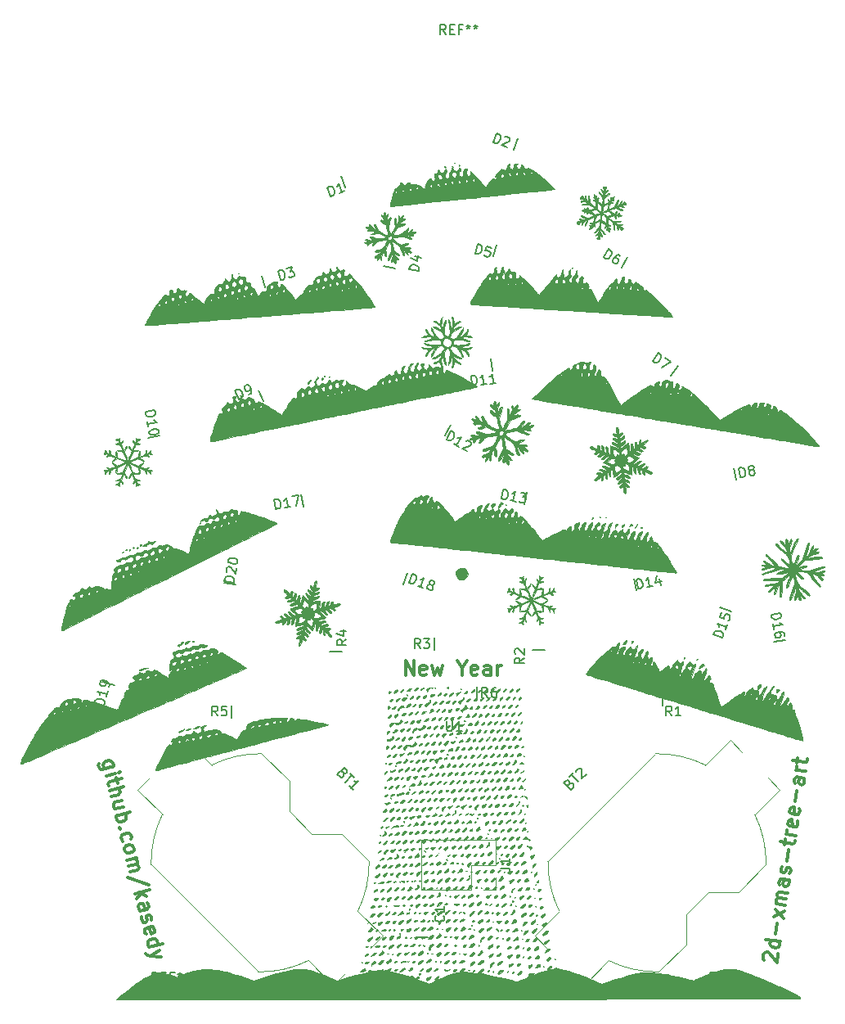
<source format=gbr>
G04 #@! TF.GenerationSoftware,KiCad,Pcbnew,(5.1.4)-1*
G04 #@! TF.CreationDate,2019-11-17T13:45:42-08:00*
G04 #@! TF.ProjectId,2D_xmas_tree01,32445f78-6d61-4735-9f74-72656530312e,rev?*
G04 #@! TF.SameCoordinates,Original*
G04 #@! TF.FileFunction,Legend,Top*
G04 #@! TF.FilePolarity,Positive*
%FSLAX46Y46*%
G04 Gerber Fmt 4.6, Leading zero omitted, Abs format (unit mm)*
G04 Created by KiCad (PCBNEW (5.1.4)-1) date 2019-11-17 13:45:42*
%MOMM*%
%LPD*%
G04 APERTURE LIST*
%ADD10C,0.300000*%
%ADD11C,0.010000*%
%ADD12C,0.150000*%
%ADD13C,0.120000*%
G04 APERTURE END LIST*
D10*
X112888142Y-120636856D02*
X111709926Y-120930618D01*
X111554032Y-120895871D01*
X111467445Y-120843845D01*
X111363578Y-120722511D01*
X111311737Y-120514591D01*
X111346484Y-120358697D01*
X111987153Y-120861497D02*
X111883286Y-120740164D01*
X111814165Y-120462936D01*
X111848912Y-120307043D01*
X111900939Y-120220456D01*
X112022272Y-120116589D01*
X112438113Y-120012908D01*
X112594007Y-120047654D01*
X112680594Y-120099681D01*
X112784461Y-120221015D01*
X112853582Y-120498242D01*
X112818835Y-120654136D01*
X112090647Y-121571846D02*
X113060943Y-121329924D01*
X113546091Y-121208963D02*
X113459504Y-121156936D01*
X113407477Y-121243523D01*
X113494064Y-121295550D01*
X113546091Y-121208963D01*
X113407477Y-121243523D01*
X113181904Y-121815072D02*
X113320145Y-122369526D01*
X113718892Y-121902031D02*
X112471369Y-122213074D01*
X112350036Y-122316941D01*
X112315289Y-122472835D01*
X112349849Y-122611448D01*
X112470810Y-123096596D02*
X113926254Y-122733713D01*
X112626332Y-123720358D02*
X113388707Y-123530276D01*
X113510040Y-123426409D01*
X113544787Y-123270515D01*
X113492947Y-123062595D01*
X113389079Y-122941261D01*
X113302492Y-122889235D01*
X113924950Y-124795266D02*
X112954654Y-125037188D01*
X113769429Y-124171504D02*
X113007053Y-124361586D01*
X112885720Y-124465453D01*
X112850973Y-124621347D01*
X112902814Y-124829267D01*
X113006681Y-124950601D01*
X113093268Y-125002627D01*
X113127456Y-125730256D02*
X114582899Y-125367373D01*
X114028444Y-125505614D02*
X114132312Y-125626948D01*
X114201432Y-125904175D01*
X114166686Y-126060069D01*
X114114659Y-126146656D01*
X113993325Y-126250523D01*
X113577484Y-126354204D01*
X113421590Y-126319457D01*
X113335003Y-126267431D01*
X113231136Y-126146097D01*
X113162016Y-125868870D01*
X113196762Y-125712976D01*
X113594392Y-127012526D02*
X113542365Y-127099113D01*
X113455778Y-127047086D01*
X113507805Y-126960499D01*
X113594392Y-127012526D01*
X113455778Y-127047086D01*
X113853408Y-128346636D02*
X113749540Y-128225302D01*
X113680420Y-127948075D01*
X113715166Y-127792181D01*
X113767193Y-127705594D01*
X113888527Y-127601727D01*
X114304368Y-127498046D01*
X114460262Y-127532793D01*
X114546848Y-127584819D01*
X114650716Y-127706153D01*
X114719836Y-127983380D01*
X114685090Y-128139274D01*
X113991462Y-129195598D02*
X114026209Y-129039704D01*
X114078236Y-128953117D01*
X114199569Y-128849250D01*
X114615410Y-128745569D01*
X114771304Y-128780316D01*
X114857891Y-128832343D01*
X114961758Y-128953676D01*
X115013598Y-129161597D01*
X114978852Y-129317490D01*
X114926825Y-129404077D01*
X114805492Y-129507944D01*
X114389651Y-129611625D01*
X114233757Y-129576879D01*
X114147170Y-129524852D01*
X114043303Y-129403518D01*
X113991462Y-129195598D01*
X114267944Y-130304507D02*
X115238240Y-130062585D01*
X115099627Y-130097146D02*
X115186213Y-130149172D01*
X115290081Y-130270506D01*
X115341921Y-130478426D01*
X115307174Y-130634320D01*
X115185841Y-130738187D01*
X114423466Y-130928269D01*
X115185841Y-130738187D02*
X115341735Y-130772934D01*
X115445602Y-130894268D01*
X115497442Y-131102188D01*
X115462696Y-131258082D01*
X115341362Y-131361949D01*
X114578987Y-131552030D01*
X116535741Y-132904538D02*
X114353414Y-132123579D01*
X115131951Y-133769849D02*
X116587395Y-133406966D01*
X115720966Y-133770222D02*
X115270192Y-134324304D01*
X116240488Y-134082382D02*
X115547792Y-133666168D01*
X115581235Y-135571827D02*
X116343610Y-135381746D01*
X116464944Y-135277878D01*
X116499690Y-135121985D01*
X116430570Y-134844757D01*
X116326702Y-134723424D01*
X115650542Y-135554547D02*
X115546674Y-135433213D01*
X115460274Y-135086679D01*
X115495020Y-134930785D01*
X115616354Y-134826918D01*
X115754968Y-134792358D01*
X115910861Y-134827105D01*
X116014729Y-134948438D01*
X116101129Y-135294972D01*
X116204996Y-135416306D01*
X115806063Y-136178308D02*
X115771316Y-136334202D01*
X115840437Y-136611430D01*
X115944304Y-136732763D01*
X116100198Y-136767510D01*
X116169505Y-136750230D01*
X116290838Y-136646362D01*
X116325585Y-136490469D01*
X116273744Y-136282548D01*
X116308491Y-136126654D01*
X116429824Y-136022787D01*
X116499131Y-136005507D01*
X116655025Y-136040254D01*
X116758892Y-136161587D01*
X116810733Y-136369508D01*
X116775986Y-136525402D01*
X116255346Y-137980286D02*
X116151479Y-137858953D01*
X116082359Y-137581725D01*
X116117105Y-137425832D01*
X116238439Y-137321964D01*
X116792893Y-137183723D01*
X116948787Y-137218470D01*
X117052654Y-137339803D01*
X117121775Y-137617031D01*
X117087028Y-137772925D01*
X116965695Y-137876792D01*
X116827081Y-137911352D01*
X116515666Y-137252844D01*
X116514362Y-139314396D02*
X117969806Y-138951513D01*
X116583669Y-139297116D02*
X116479802Y-139175783D01*
X116410681Y-138898555D01*
X116445428Y-138742661D01*
X116497455Y-138656074D01*
X116618788Y-138552207D01*
X117034629Y-138448527D01*
X117190523Y-138483273D01*
X117277110Y-138535300D01*
X117380977Y-138656633D01*
X117450098Y-138933861D01*
X117415351Y-139089754D01*
X117622899Y-139626929D02*
X116739004Y-140215385D01*
X117795700Y-140319997D02*
X116739004Y-140215385D01*
X116357909Y-140163172D01*
X116271322Y-140111145D01*
X116167455Y-139989812D01*
X180211604Y-140649689D02*
X180151518Y-140568487D01*
X180101989Y-140416641D01*
X180154778Y-140063421D01*
X180246538Y-139932691D01*
X180327740Y-139872605D01*
X180479586Y-139823077D01*
X180620874Y-139844192D01*
X180822248Y-139946510D01*
X181543282Y-140920931D01*
X181680533Y-140002559D01*
X181870574Y-138730968D02*
X180387050Y-138509253D01*
X181799930Y-138720410D02*
X181849459Y-138872256D01*
X181807227Y-139154832D01*
X181715468Y-139285562D01*
X181634266Y-139345648D01*
X181482420Y-139395176D01*
X181058556Y-139331829D01*
X180927826Y-139240070D01*
X180867740Y-139158868D01*
X180818211Y-139007022D01*
X180860443Y-138724446D01*
X180952202Y-138593716D01*
X181411000Y-137940065D02*
X181579925Y-136809761D01*
X182229540Y-136329072D02*
X181356660Y-135404179D01*
X181240524Y-136181263D02*
X182345676Y-135551988D01*
X182430138Y-134986836D02*
X181441122Y-134839027D01*
X181582410Y-134860142D02*
X181522324Y-134778941D01*
X181472796Y-134627095D01*
X181504469Y-134415163D01*
X181596229Y-134284433D01*
X181748075Y-134234904D01*
X182525159Y-134351040D01*
X181748075Y-134234904D02*
X181617345Y-134143145D01*
X181567816Y-133991299D01*
X181599490Y-133779367D01*
X181691249Y-133648637D01*
X181843095Y-133599108D01*
X182620179Y-133715244D01*
X182820777Y-132373008D02*
X182043694Y-132256873D01*
X181891848Y-132306401D01*
X181800088Y-132437131D01*
X181757857Y-132719707D01*
X181807385Y-132871553D01*
X182750134Y-132362451D02*
X182799662Y-132514296D01*
X182746873Y-132867516D01*
X182655113Y-132998247D01*
X182503267Y-133047775D01*
X182361979Y-133026659D01*
X182231249Y-132934900D01*
X182181721Y-132783054D01*
X182234510Y-132429834D01*
X182184982Y-132277988D01*
X182845154Y-131726655D02*
X182936913Y-131595925D01*
X182979145Y-131313349D01*
X182929616Y-131161503D01*
X182798886Y-131069743D01*
X182728242Y-131059185D01*
X182576396Y-131108714D01*
X182484637Y-131239444D01*
X182452963Y-131451376D01*
X182361204Y-131582106D01*
X182209358Y-131631634D01*
X182138714Y-131621077D01*
X182007984Y-131529317D01*
X181958455Y-131377471D01*
X181990129Y-131165539D01*
X182081888Y-131034809D01*
X182540687Y-130381158D02*
X182709612Y-129250854D01*
X182359652Y-128693000D02*
X182444115Y-128127848D01*
X181896818Y-128407163D02*
X183168410Y-128597204D01*
X183320256Y-128547675D01*
X183412015Y-128416945D01*
X183433131Y-128275657D01*
X183507035Y-127781149D02*
X182518020Y-127633340D01*
X182800596Y-127675571D02*
X182669865Y-127583811D01*
X182609779Y-127502610D01*
X182560251Y-127350764D01*
X182581366Y-127209476D01*
X183658106Y-126287067D02*
X183707634Y-126438913D01*
X183665403Y-126721489D01*
X183573643Y-126852219D01*
X183421797Y-126901748D01*
X182856645Y-126817285D01*
X182725915Y-126725526D01*
X182676387Y-126573680D01*
X182718618Y-126291104D01*
X182810378Y-126160374D01*
X182962224Y-126110845D01*
X183103511Y-126131961D01*
X183139221Y-126859517D01*
X183848146Y-125015476D02*
X183897675Y-125167321D01*
X183855443Y-125449897D01*
X183763684Y-125580628D01*
X183611838Y-125630156D01*
X183046686Y-125545693D01*
X182915956Y-125453934D01*
X182866428Y-125302088D01*
X182908659Y-125019512D01*
X183000418Y-124888782D01*
X183152264Y-124839254D01*
X183293552Y-124860369D01*
X183329262Y-125587925D01*
X183459216Y-124235131D02*
X183628142Y-123104827D01*
X184393892Y-121847054D02*
X183616808Y-121730918D01*
X183464962Y-121780446D01*
X183373203Y-121911176D01*
X183330971Y-122193752D01*
X183380500Y-122345598D01*
X184323248Y-121836496D02*
X184372776Y-121988342D01*
X184319987Y-122341562D01*
X184228228Y-122472292D01*
X184076382Y-122521820D01*
X183935094Y-122500705D01*
X183804364Y-122408945D01*
X183754835Y-122257099D01*
X183807624Y-121903879D01*
X183758096Y-121752034D01*
X184499470Y-121140614D02*
X183510454Y-120992805D01*
X183793030Y-121035036D02*
X183662300Y-120943276D01*
X183602214Y-120862074D01*
X183552685Y-120710229D01*
X183573801Y-120568941D01*
X183616032Y-120286365D02*
X183700495Y-119721213D01*
X183153198Y-120000528D02*
X184424790Y-120190569D01*
X184576636Y-120141040D01*
X184668395Y-120010310D01*
X184689511Y-119869022D01*
X143097857Y-111168571D02*
X143097857Y-109668571D01*
X143955000Y-111168571D01*
X143955000Y-109668571D01*
X145240714Y-111097142D02*
X145097857Y-111168571D01*
X144812142Y-111168571D01*
X144669285Y-111097142D01*
X144597857Y-110954285D01*
X144597857Y-110382857D01*
X144669285Y-110240000D01*
X144812142Y-110168571D01*
X145097857Y-110168571D01*
X145240714Y-110240000D01*
X145312142Y-110382857D01*
X145312142Y-110525714D01*
X144597857Y-110668571D01*
X145812142Y-110168571D02*
X146097857Y-111168571D01*
X146383571Y-110454285D01*
X146669285Y-111168571D01*
X146955000Y-110168571D01*
X148955000Y-110454285D02*
X148955000Y-111168571D01*
X148455000Y-109668571D02*
X148955000Y-110454285D01*
X149455000Y-109668571D01*
X150526428Y-111097142D02*
X150383571Y-111168571D01*
X150097857Y-111168571D01*
X149955000Y-111097142D01*
X149883571Y-110954285D01*
X149883571Y-110382857D01*
X149955000Y-110240000D01*
X150097857Y-110168571D01*
X150383571Y-110168571D01*
X150526428Y-110240000D01*
X150597857Y-110382857D01*
X150597857Y-110525714D01*
X149883571Y-110668571D01*
X151883571Y-111168571D02*
X151883571Y-110382857D01*
X151812142Y-110240000D01*
X151669285Y-110168571D01*
X151383571Y-110168571D01*
X151240714Y-110240000D01*
X151883571Y-111097142D02*
X151740714Y-111168571D01*
X151383571Y-111168571D01*
X151240714Y-111097142D01*
X151169285Y-110954285D01*
X151169285Y-110811428D01*
X151240714Y-110668571D01*
X151383571Y-110597142D01*
X151740714Y-110597142D01*
X151883571Y-110525714D01*
X152597857Y-111168571D02*
X152597857Y-110168571D01*
X152597857Y-110454285D02*
X152669285Y-110311428D01*
X152740714Y-110240000D01*
X152883571Y-110168571D01*
X153026428Y-110168571D01*
D11*
G36*
X158700142Y-141454922D02*
G01*
X158727820Y-141502537D01*
X158872231Y-141549524D01*
X159138355Y-141597467D01*
X159156992Y-141600217D01*
X159550938Y-141668881D01*
X159948731Y-141763136D01*
X160383558Y-141892191D01*
X160888608Y-142065258D01*
X161068500Y-142130712D01*
X161350895Y-142238324D01*
X161676404Y-142368302D01*
X162022348Y-142510905D01*
X162366053Y-142656395D01*
X162684842Y-142795033D01*
X162956040Y-142917079D01*
X163156971Y-143012794D01*
X163264958Y-143072438D01*
X163270060Y-143076274D01*
X163364497Y-143080632D01*
X163573717Y-143035372D01*
X163895813Y-142940999D01*
X164328875Y-142798018D01*
X164349560Y-142790923D01*
X164786645Y-142646560D01*
X165279320Y-142493104D01*
X165773597Y-142346849D01*
X166215491Y-142224090D01*
X166307250Y-142200063D01*
X166674671Y-142106820D01*
X166961109Y-142040856D01*
X167204013Y-141997575D01*
X167440834Y-141972382D01*
X167709021Y-141960679D01*
X168046025Y-141957869D01*
X168275750Y-141958455D01*
X168665710Y-141964840D01*
X169031114Y-141982925D01*
X169392782Y-142015976D01*
X169771537Y-142067262D01*
X170188200Y-142140048D01*
X170663592Y-142237601D01*
X171218536Y-142363188D01*
X171873854Y-142520075D01*
X171907067Y-142528175D01*
X172233838Y-142606432D01*
X172520898Y-142672403D01*
X172743627Y-142720639D01*
X172877407Y-142745690D01*
X172900226Y-142748000D01*
X172997610Y-142721128D01*
X173174186Y-142649769D01*
X173396356Y-142547803D01*
X173459909Y-142516772D01*
X174028215Y-142257265D01*
X174613797Y-142029318D01*
X175194381Y-141839086D01*
X175747693Y-141692725D01*
X176251461Y-141596390D01*
X176683411Y-141556236D01*
X176911750Y-141562851D01*
X177169933Y-141601052D01*
X177476546Y-141672196D01*
X177839561Y-141779300D01*
X178266953Y-141925381D01*
X178766695Y-142113453D01*
X179346762Y-142346533D01*
X180015127Y-142627638D01*
X180779766Y-142959783D01*
X181648651Y-143345984D01*
X181769500Y-143400237D01*
X182333236Y-143654399D01*
X182791235Y-143863193D01*
X183154113Y-144032155D01*
X183432484Y-144166818D01*
X183636965Y-144272717D01*
X183778170Y-144355385D01*
X183866716Y-144420359D01*
X183913219Y-144473171D01*
X183928293Y-144519356D01*
X183928500Y-144525814D01*
X183908485Y-144629931D01*
X183880875Y-144654537D01*
X183813880Y-144654760D01*
X183624627Y-144655150D01*
X183317860Y-144655699D01*
X182898322Y-144656401D01*
X182370754Y-144657249D01*
X181739899Y-144658236D01*
X181010501Y-144659357D01*
X180187301Y-144660603D01*
X179275042Y-144661968D01*
X178278468Y-144663447D01*
X177202320Y-144665031D01*
X176051341Y-144666715D01*
X174830275Y-144668491D01*
X173543863Y-144670354D01*
X172196848Y-144672296D01*
X170793973Y-144674311D01*
X169339981Y-144676391D01*
X167839614Y-144678531D01*
X166297615Y-144680724D01*
X164718726Y-144682963D01*
X163107691Y-144685241D01*
X161469252Y-144687551D01*
X159808151Y-144689888D01*
X158129131Y-144692244D01*
X156436935Y-144694613D01*
X154736305Y-144696987D01*
X153031985Y-144699361D01*
X151328716Y-144701728D01*
X149631242Y-144704080D01*
X147944305Y-144706412D01*
X146272647Y-144708716D01*
X144621012Y-144710987D01*
X142994142Y-144713216D01*
X141396780Y-144715399D01*
X139833668Y-144717527D01*
X138309549Y-144719594D01*
X136829166Y-144721594D01*
X135397261Y-144723520D01*
X134018577Y-144725365D01*
X132697856Y-144727123D01*
X131439842Y-144728787D01*
X130249277Y-144730350D01*
X129130904Y-144731805D01*
X128089464Y-144733146D01*
X127191250Y-144734289D01*
X125990609Y-144735610D01*
X124809121Y-144736529D01*
X123654438Y-144737057D01*
X122534209Y-144737205D01*
X121456086Y-144736983D01*
X120427720Y-144736403D01*
X119456761Y-144735474D01*
X118550861Y-144734209D01*
X117717671Y-144732618D01*
X116964841Y-144730711D01*
X116300022Y-144728501D01*
X115730865Y-144725996D01*
X115265021Y-144723209D01*
X114910142Y-144720151D01*
X114673877Y-144716831D01*
X114657729Y-144716500D01*
X113173209Y-144684750D01*
X113731796Y-144240250D01*
X114321644Y-143776095D01*
X114833049Y-143385996D01*
X115281959Y-143059039D01*
X115684321Y-142784313D01*
X116056083Y-142550907D01*
X116413194Y-142347908D01*
X116751170Y-142174379D01*
X117010910Y-142050712D01*
X117199685Y-141975737D01*
X117359205Y-141939553D01*
X117531181Y-141932262D01*
X117729750Y-141942134D01*
X118041809Y-141984127D01*
X118418443Y-142068040D01*
X118808935Y-142182537D01*
X118816444Y-142185030D01*
X119458638Y-142398750D01*
X119927694Y-142221276D01*
X120618293Y-141971835D01*
X121221030Y-141778931D01*
X121729846Y-141644219D01*
X122138685Y-141569358D01*
X122369534Y-141553450D01*
X122592969Y-141566151D01*
X122906039Y-141599867D01*
X123274129Y-141649333D01*
X123662621Y-141709285D01*
X124036900Y-141774461D01*
X124362348Y-141839597D01*
X124556000Y-141885907D01*
X124849962Y-141967830D01*
X125205160Y-142071818D01*
X125594348Y-142189359D01*
X125990276Y-142311944D01*
X126365698Y-142431064D01*
X126693366Y-142538208D01*
X126946034Y-142624868D01*
X127066977Y-142670109D01*
X127387204Y-142799282D01*
X127955977Y-142578113D01*
X128629092Y-142338579D01*
X129384658Y-142107810D01*
X130178164Y-141897734D01*
X130965100Y-141720279D01*
X131584680Y-141605770D01*
X132065315Y-141567153D01*
X132599580Y-141601504D01*
X133196068Y-141710814D01*
X133863372Y-141897079D01*
X134610085Y-142162290D01*
X135409608Y-142493014D01*
X136007966Y-142754772D01*
X137346358Y-142372248D01*
X137914008Y-142211171D01*
X138379266Y-142082315D01*
X138761302Y-141981150D01*
X139079290Y-141903146D01*
X139352402Y-141843772D01*
X139599810Y-141798499D01*
X139840689Y-141762796D01*
X140019376Y-141740642D01*
X140275043Y-141706683D01*
X140492856Y-141670142D01*
X140632618Y-141637932D01*
X140647791Y-141632568D01*
X140731730Y-141613374D01*
X140723419Y-141657708D01*
X140733746Y-141711408D01*
X140828943Y-141730082D01*
X140972290Y-141715369D01*
X141127064Y-141668909D01*
X141193000Y-141636750D01*
X141353530Y-141567828D01*
X141472716Y-141543750D01*
X141554096Y-141549565D01*
X141544172Y-141592910D01*
X141481463Y-141665501D01*
X141411136Y-141754960D01*
X141436213Y-141798345D01*
X141550997Y-141827676D01*
X141718083Y-141867177D01*
X141972505Y-141932436D01*
X142279559Y-142014061D01*
X142604544Y-142102662D01*
X142912755Y-142188847D01*
X143169490Y-142263225D01*
X143246577Y-142286515D01*
X143457768Y-142339127D01*
X143582287Y-142336133D01*
X143624402Y-142310497D01*
X143742392Y-142243553D01*
X143833069Y-142274566D01*
X143860000Y-142362720D01*
X143910357Y-142480203D01*
X144030300Y-142533502D01*
X144173130Y-142509499D01*
X144234675Y-142467973D01*
X144359118Y-142386505D01*
X144458683Y-142371154D01*
X144495000Y-142420796D01*
X144444086Y-142485518D01*
X144359955Y-142534851D01*
X144304041Y-142570770D01*
X144317242Y-142610756D01*
X144415351Y-142667216D01*
X144614157Y-142752556D01*
X144661580Y-142771831D01*
X144911675Y-142873886D01*
X145145478Y-142970712D01*
X145310378Y-143040492D01*
X145396804Y-143074204D01*
X145478200Y-143087608D01*
X145576229Y-143074143D01*
X145712553Y-143027245D01*
X145908835Y-142940353D01*
X146186736Y-142806905D01*
X146358128Y-142723089D01*
X146976418Y-142439357D01*
X147562317Y-142207799D01*
X148091262Y-142037462D01*
X148449393Y-141952753D01*
X148601602Y-141906008D01*
X148682164Y-141845796D01*
X148686000Y-141831251D01*
X148735547Y-141722938D01*
X148853140Y-141600970D01*
X148992198Y-141506382D01*
X149086967Y-141478000D01*
X149181801Y-141516623D01*
X149196843Y-141605666D01*
X149141241Y-141704891D01*
X149024142Y-141774059D01*
X149019375Y-141775355D01*
X148989067Y-141799107D01*
X149072835Y-141825765D01*
X149274668Y-141856070D01*
X149598554Y-141890762D01*
X149683387Y-141898761D01*
X150522024Y-141976393D01*
X150759421Y-141758946D01*
X150911866Y-141633345D01*
X151036675Y-141554801D01*
X151079658Y-141541500D01*
X151154909Y-141579903D01*
X151148258Y-141671668D01*
X151068860Y-141781626D01*
X151003750Y-141833089D01*
X150890759Y-141920898D01*
X150845000Y-141983133D01*
X150902645Y-142015128D01*
X151054866Y-142057242D01*
X151270595Y-142101108D01*
X151305375Y-142107130D01*
X151590534Y-142160579D01*
X151952716Y-142236179D01*
X152365859Y-142327713D01*
X152803904Y-142428963D01*
X153240789Y-142533711D01*
X153650454Y-142635740D01*
X154006840Y-142728833D01*
X154283885Y-142806772D01*
X154420546Y-142850347D01*
X154584660Y-142897864D01*
X154706816Y-142889373D01*
X154851581Y-142816496D01*
X154896796Y-142788536D01*
X155098269Y-142683589D01*
X155299892Y-142609945D01*
X155337353Y-142601199D01*
X155571298Y-142528684D01*
X155743441Y-142424030D01*
X155828958Y-142305634D01*
X155828790Y-142236977D01*
X155814481Y-142150237D01*
X155856848Y-142094680D01*
X155980966Y-142053203D01*
X156146365Y-142020400D01*
X156399481Y-141974620D01*
X156273365Y-142114512D01*
X156147250Y-142254404D01*
X156401250Y-142144025D01*
X156760021Y-142001039D01*
X157164040Y-141860687D01*
X157569885Y-141736523D01*
X157934133Y-141642096D01*
X158141625Y-141600866D01*
X158369979Y-141555477D01*
X158555334Y-141502637D01*
X158649359Y-141458762D01*
X158711794Y-141419739D01*
X158700142Y-141454922D01*
X158700142Y-141454922D01*
G37*
X158700142Y-141454922D02*
X158727820Y-141502537D01*
X158872231Y-141549524D01*
X159138355Y-141597467D01*
X159156992Y-141600217D01*
X159550938Y-141668881D01*
X159948731Y-141763136D01*
X160383558Y-141892191D01*
X160888608Y-142065258D01*
X161068500Y-142130712D01*
X161350895Y-142238324D01*
X161676404Y-142368302D01*
X162022348Y-142510905D01*
X162366053Y-142656395D01*
X162684842Y-142795033D01*
X162956040Y-142917079D01*
X163156971Y-143012794D01*
X163264958Y-143072438D01*
X163270060Y-143076274D01*
X163364497Y-143080632D01*
X163573717Y-143035372D01*
X163895813Y-142940999D01*
X164328875Y-142798018D01*
X164349560Y-142790923D01*
X164786645Y-142646560D01*
X165279320Y-142493104D01*
X165773597Y-142346849D01*
X166215491Y-142224090D01*
X166307250Y-142200063D01*
X166674671Y-142106820D01*
X166961109Y-142040856D01*
X167204013Y-141997575D01*
X167440834Y-141972382D01*
X167709021Y-141960679D01*
X168046025Y-141957869D01*
X168275750Y-141958455D01*
X168665710Y-141964840D01*
X169031114Y-141982925D01*
X169392782Y-142015976D01*
X169771537Y-142067262D01*
X170188200Y-142140048D01*
X170663592Y-142237601D01*
X171218536Y-142363188D01*
X171873854Y-142520075D01*
X171907067Y-142528175D01*
X172233838Y-142606432D01*
X172520898Y-142672403D01*
X172743627Y-142720639D01*
X172877407Y-142745690D01*
X172900226Y-142748000D01*
X172997610Y-142721128D01*
X173174186Y-142649769D01*
X173396356Y-142547803D01*
X173459909Y-142516772D01*
X174028215Y-142257265D01*
X174613797Y-142029318D01*
X175194381Y-141839086D01*
X175747693Y-141692725D01*
X176251461Y-141596390D01*
X176683411Y-141556236D01*
X176911750Y-141562851D01*
X177169933Y-141601052D01*
X177476546Y-141672196D01*
X177839561Y-141779300D01*
X178266953Y-141925381D01*
X178766695Y-142113453D01*
X179346762Y-142346533D01*
X180015127Y-142627638D01*
X180779766Y-142959783D01*
X181648651Y-143345984D01*
X181769500Y-143400237D01*
X182333236Y-143654399D01*
X182791235Y-143863193D01*
X183154113Y-144032155D01*
X183432484Y-144166818D01*
X183636965Y-144272717D01*
X183778170Y-144355385D01*
X183866716Y-144420359D01*
X183913219Y-144473171D01*
X183928293Y-144519356D01*
X183928500Y-144525814D01*
X183908485Y-144629931D01*
X183880875Y-144654537D01*
X183813880Y-144654760D01*
X183624627Y-144655150D01*
X183317860Y-144655699D01*
X182898322Y-144656401D01*
X182370754Y-144657249D01*
X181739899Y-144658236D01*
X181010501Y-144659357D01*
X180187301Y-144660603D01*
X179275042Y-144661968D01*
X178278468Y-144663447D01*
X177202320Y-144665031D01*
X176051341Y-144666715D01*
X174830275Y-144668491D01*
X173543863Y-144670354D01*
X172196848Y-144672296D01*
X170793973Y-144674311D01*
X169339981Y-144676391D01*
X167839614Y-144678531D01*
X166297615Y-144680724D01*
X164718726Y-144682963D01*
X163107691Y-144685241D01*
X161469252Y-144687551D01*
X159808151Y-144689888D01*
X158129131Y-144692244D01*
X156436935Y-144694613D01*
X154736305Y-144696987D01*
X153031985Y-144699361D01*
X151328716Y-144701728D01*
X149631242Y-144704080D01*
X147944305Y-144706412D01*
X146272647Y-144708716D01*
X144621012Y-144710987D01*
X142994142Y-144713216D01*
X141396780Y-144715399D01*
X139833668Y-144717527D01*
X138309549Y-144719594D01*
X136829166Y-144721594D01*
X135397261Y-144723520D01*
X134018577Y-144725365D01*
X132697856Y-144727123D01*
X131439842Y-144728787D01*
X130249277Y-144730350D01*
X129130904Y-144731805D01*
X128089464Y-144733146D01*
X127191250Y-144734289D01*
X125990609Y-144735610D01*
X124809121Y-144736529D01*
X123654438Y-144737057D01*
X122534209Y-144737205D01*
X121456086Y-144736983D01*
X120427720Y-144736403D01*
X119456761Y-144735474D01*
X118550861Y-144734209D01*
X117717671Y-144732618D01*
X116964841Y-144730711D01*
X116300022Y-144728501D01*
X115730865Y-144725996D01*
X115265021Y-144723209D01*
X114910142Y-144720151D01*
X114673877Y-144716831D01*
X114657729Y-144716500D01*
X113173209Y-144684750D01*
X113731796Y-144240250D01*
X114321644Y-143776095D01*
X114833049Y-143385996D01*
X115281959Y-143059039D01*
X115684321Y-142784313D01*
X116056083Y-142550907D01*
X116413194Y-142347908D01*
X116751170Y-142174379D01*
X117010910Y-142050712D01*
X117199685Y-141975737D01*
X117359205Y-141939553D01*
X117531181Y-141932262D01*
X117729750Y-141942134D01*
X118041809Y-141984127D01*
X118418443Y-142068040D01*
X118808935Y-142182537D01*
X118816444Y-142185030D01*
X119458638Y-142398750D01*
X119927694Y-142221276D01*
X120618293Y-141971835D01*
X121221030Y-141778931D01*
X121729846Y-141644219D01*
X122138685Y-141569358D01*
X122369534Y-141553450D01*
X122592969Y-141566151D01*
X122906039Y-141599867D01*
X123274129Y-141649333D01*
X123662621Y-141709285D01*
X124036900Y-141774461D01*
X124362348Y-141839597D01*
X124556000Y-141885907D01*
X124849962Y-141967830D01*
X125205160Y-142071818D01*
X125594348Y-142189359D01*
X125990276Y-142311944D01*
X126365698Y-142431064D01*
X126693366Y-142538208D01*
X126946034Y-142624868D01*
X127066977Y-142670109D01*
X127387204Y-142799282D01*
X127955977Y-142578113D01*
X128629092Y-142338579D01*
X129384658Y-142107810D01*
X130178164Y-141897734D01*
X130965100Y-141720279D01*
X131584680Y-141605770D01*
X132065315Y-141567153D01*
X132599580Y-141601504D01*
X133196068Y-141710814D01*
X133863372Y-141897079D01*
X134610085Y-142162290D01*
X135409608Y-142493014D01*
X136007966Y-142754772D01*
X137346358Y-142372248D01*
X137914008Y-142211171D01*
X138379266Y-142082315D01*
X138761302Y-141981150D01*
X139079290Y-141903146D01*
X139352402Y-141843772D01*
X139599810Y-141798499D01*
X139840689Y-141762796D01*
X140019376Y-141740642D01*
X140275043Y-141706683D01*
X140492856Y-141670142D01*
X140632618Y-141637932D01*
X140647791Y-141632568D01*
X140731730Y-141613374D01*
X140723419Y-141657708D01*
X140733746Y-141711408D01*
X140828943Y-141730082D01*
X140972290Y-141715369D01*
X141127064Y-141668909D01*
X141193000Y-141636750D01*
X141353530Y-141567828D01*
X141472716Y-141543750D01*
X141554096Y-141549565D01*
X141544172Y-141592910D01*
X141481463Y-141665501D01*
X141411136Y-141754960D01*
X141436213Y-141798345D01*
X141550997Y-141827676D01*
X141718083Y-141867177D01*
X141972505Y-141932436D01*
X142279559Y-142014061D01*
X142604544Y-142102662D01*
X142912755Y-142188847D01*
X143169490Y-142263225D01*
X143246577Y-142286515D01*
X143457768Y-142339127D01*
X143582287Y-142336133D01*
X143624402Y-142310497D01*
X143742392Y-142243553D01*
X143833069Y-142274566D01*
X143860000Y-142362720D01*
X143910357Y-142480203D01*
X144030300Y-142533502D01*
X144173130Y-142509499D01*
X144234675Y-142467973D01*
X144359118Y-142386505D01*
X144458683Y-142371154D01*
X144495000Y-142420796D01*
X144444086Y-142485518D01*
X144359955Y-142534851D01*
X144304041Y-142570770D01*
X144317242Y-142610756D01*
X144415351Y-142667216D01*
X144614157Y-142752556D01*
X144661580Y-142771831D01*
X144911675Y-142873886D01*
X145145478Y-142970712D01*
X145310378Y-143040492D01*
X145396804Y-143074204D01*
X145478200Y-143087608D01*
X145576229Y-143074143D01*
X145712553Y-143027245D01*
X145908835Y-142940353D01*
X146186736Y-142806905D01*
X146358128Y-142723089D01*
X146976418Y-142439357D01*
X147562317Y-142207799D01*
X148091262Y-142037462D01*
X148449393Y-141952753D01*
X148601602Y-141906008D01*
X148682164Y-141845796D01*
X148686000Y-141831251D01*
X148735547Y-141722938D01*
X148853140Y-141600970D01*
X148992198Y-141506382D01*
X149086967Y-141478000D01*
X149181801Y-141516623D01*
X149196843Y-141605666D01*
X149141241Y-141704891D01*
X149024142Y-141774059D01*
X149019375Y-141775355D01*
X148989067Y-141799107D01*
X149072835Y-141825765D01*
X149274668Y-141856070D01*
X149598554Y-141890762D01*
X149683387Y-141898761D01*
X150522024Y-141976393D01*
X150759421Y-141758946D01*
X150911866Y-141633345D01*
X151036675Y-141554801D01*
X151079658Y-141541500D01*
X151154909Y-141579903D01*
X151148258Y-141671668D01*
X151068860Y-141781626D01*
X151003750Y-141833089D01*
X150890759Y-141920898D01*
X150845000Y-141983133D01*
X150902645Y-142015128D01*
X151054866Y-142057242D01*
X151270595Y-142101108D01*
X151305375Y-142107130D01*
X151590534Y-142160579D01*
X151952716Y-142236179D01*
X152365859Y-142327713D01*
X152803904Y-142428963D01*
X153240789Y-142533711D01*
X153650454Y-142635740D01*
X154006840Y-142728833D01*
X154283885Y-142806772D01*
X154420546Y-142850347D01*
X154584660Y-142897864D01*
X154706816Y-142889373D01*
X154851581Y-142816496D01*
X154896796Y-142788536D01*
X155098269Y-142683589D01*
X155299892Y-142609945D01*
X155337353Y-142601199D01*
X155571298Y-142528684D01*
X155743441Y-142424030D01*
X155828958Y-142305634D01*
X155828790Y-142236977D01*
X155814481Y-142150237D01*
X155856848Y-142094680D01*
X155980966Y-142053203D01*
X156146365Y-142020400D01*
X156399481Y-141974620D01*
X156273365Y-142114512D01*
X156147250Y-142254404D01*
X156401250Y-142144025D01*
X156760021Y-142001039D01*
X157164040Y-141860687D01*
X157569885Y-141736523D01*
X157934133Y-141642096D01*
X158141625Y-141600866D01*
X158369979Y-141555477D01*
X158555334Y-141502637D01*
X158649359Y-141458762D01*
X158711794Y-141419739D01*
X158700142Y-141454922D01*
G36*
X145686720Y-142458799D02*
G01*
X145560633Y-142595239D01*
X145547559Y-142607649D01*
X145413233Y-142729291D01*
X145338061Y-142770982D01*
X145290369Y-142741537D01*
X145258866Y-142687987D01*
X145229337Y-142599804D01*
X145274353Y-142536059D01*
X145416647Y-142465979D01*
X145425655Y-142462203D01*
X145619596Y-142392716D01*
X145706496Y-142391436D01*
X145686720Y-142458799D01*
X145686720Y-142458799D01*
G37*
X145686720Y-142458799D02*
X145560633Y-142595239D01*
X145547559Y-142607649D01*
X145413233Y-142729291D01*
X145338061Y-142770982D01*
X145290369Y-142741537D01*
X145258866Y-142687987D01*
X145229337Y-142599804D01*
X145274353Y-142536059D01*
X145416647Y-142465979D01*
X145425655Y-142462203D01*
X145619596Y-142392716D01*
X145706496Y-142391436D01*
X145686720Y-142458799D01*
G36*
X146545785Y-142342613D02*
G01*
X146479239Y-142441210D01*
X146431750Y-142494000D01*
X146272859Y-142631758D01*
X146153098Y-142680907D01*
X146088923Y-142636882D01*
X146082500Y-142590880D01*
X146135023Y-142503938D01*
X146261285Y-142407277D01*
X146414321Y-142330677D01*
X146535726Y-142303500D01*
X146545785Y-142342613D01*
X146545785Y-142342613D01*
G37*
X146545785Y-142342613D02*
X146479239Y-142441210D01*
X146431750Y-142494000D01*
X146272859Y-142631758D01*
X146153098Y-142680907D01*
X146088923Y-142636882D01*
X146082500Y-142590880D01*
X146135023Y-142503938D01*
X146261285Y-142407277D01*
X146414321Y-142330677D01*
X146535726Y-142303500D01*
X146545785Y-142342613D01*
G36*
X144615277Y-142037488D02*
G01*
X144622000Y-142081250D01*
X144583002Y-142168825D01*
X144495330Y-142153133D01*
X144475559Y-142135893D01*
X144462717Y-142056736D01*
X144527077Y-141992556D01*
X144562247Y-141986000D01*
X144615277Y-142037488D01*
X144615277Y-142037488D01*
G37*
X144615277Y-142037488D02*
X144622000Y-142081250D01*
X144583002Y-142168825D01*
X144495330Y-142153133D01*
X144475559Y-142135893D01*
X144462717Y-142056736D01*
X144527077Y-141992556D01*
X144562247Y-141986000D01*
X144615277Y-142037488D01*
G36*
X155112422Y-141819270D02*
G01*
X155080536Y-141917849D01*
X155036000Y-141986000D01*
X154926822Y-142096215D01*
X154802539Y-142166679D01*
X154699983Y-142183543D01*
X154655985Y-142132961D01*
X154655972Y-142128875D01*
X154716910Y-141998136D01*
X154877737Y-141874521D01*
X154888950Y-141868506D01*
X155047941Y-141802328D01*
X155112422Y-141819270D01*
X155112422Y-141819270D01*
G37*
X155112422Y-141819270D02*
X155080536Y-141917849D01*
X155036000Y-141986000D01*
X154926822Y-142096215D01*
X154802539Y-142166679D01*
X154699983Y-142183543D01*
X154655985Y-142132961D01*
X154655972Y-142128875D01*
X154716910Y-141998136D01*
X154877737Y-141874521D01*
X154888950Y-141868506D01*
X155047941Y-141802328D01*
X155112422Y-141819270D01*
G36*
X153154193Y-141667046D02*
G01*
X153173996Y-141736750D01*
X153103112Y-141835866D01*
X153004000Y-141924719D01*
X152806234Y-142066771D01*
X152680206Y-142104324D01*
X152626064Y-142037345D01*
X152623786Y-142001875D01*
X152672565Y-141894420D01*
X152790795Y-141782756D01*
X152938374Y-141692197D01*
X153075196Y-141648061D01*
X153154193Y-141667046D01*
X153154193Y-141667046D01*
G37*
X153154193Y-141667046D02*
X153173996Y-141736750D01*
X153103112Y-141835866D01*
X153004000Y-141924719D01*
X152806234Y-142066771D01*
X152680206Y-142104324D01*
X152626064Y-142037345D01*
X152623786Y-142001875D01*
X152672565Y-141894420D01*
X152790795Y-141782756D01*
X152938374Y-141692197D01*
X153075196Y-141648061D01*
X153154193Y-141667046D01*
G36*
X154259016Y-141955494D02*
G01*
X154194939Y-142028802D01*
X154135477Y-142049500D01*
X154109880Y-142013218D01*
X154148273Y-141952715D01*
X154225921Y-141886148D01*
X154257657Y-141884990D01*
X154259016Y-141955494D01*
X154259016Y-141955494D01*
G37*
X154259016Y-141955494D02*
X154194939Y-142028802D01*
X154135477Y-142049500D01*
X154109880Y-142013218D01*
X154148273Y-141952715D01*
X154225921Y-141886148D01*
X154257657Y-141884990D01*
X154259016Y-141955494D01*
G36*
X152220172Y-141834402D02*
G01*
X152210250Y-141859000D01*
X152153188Y-141919577D01*
X152143002Y-141922500D01*
X152115728Y-141873370D01*
X152115000Y-141859000D01*
X152163815Y-141797940D01*
X152182247Y-141795500D01*
X152220172Y-141834402D01*
X152220172Y-141834402D01*
G37*
X152220172Y-141834402D02*
X152210250Y-141859000D01*
X152153188Y-141919577D01*
X152143002Y-141922500D01*
X152115728Y-141873370D01*
X152115000Y-141859000D01*
X152163815Y-141797940D01*
X152182247Y-141795500D01*
X152220172Y-141834402D01*
G36*
X153701771Y-141844629D02*
G01*
X153702500Y-141859000D01*
X153653684Y-141920059D01*
X153635252Y-141922500D01*
X153597327Y-141883597D01*
X153607250Y-141859000D01*
X153664311Y-141798422D01*
X153674497Y-141795500D01*
X153701771Y-141844629D01*
X153701771Y-141844629D01*
G37*
X153701771Y-141844629D02*
X153702500Y-141859000D01*
X153653684Y-141920059D01*
X153635252Y-141922500D01*
X153597327Y-141883597D01*
X153607250Y-141859000D01*
X153664311Y-141798422D01*
X153674497Y-141795500D01*
X153701771Y-141844629D01*
G36*
X138875045Y-141546398D02*
G01*
X138887419Y-141558205D01*
X138931129Y-141659629D01*
X138854106Y-141748055D01*
X138662397Y-141817986D01*
X138583447Y-141834534D01*
X138367250Y-141874322D01*
X138582607Y-141671536D01*
X138720753Y-141551843D01*
X138807169Y-141514244D01*
X138875045Y-141546398D01*
X138875045Y-141546398D01*
G37*
X138875045Y-141546398D02*
X138887419Y-141558205D01*
X138931129Y-141659629D01*
X138854106Y-141748055D01*
X138662397Y-141817986D01*
X138583447Y-141834534D01*
X138367250Y-141874322D01*
X138582607Y-141671536D01*
X138720753Y-141551843D01*
X138807169Y-141514244D01*
X138875045Y-141546398D01*
G36*
X143025736Y-141504702D02*
G01*
X143034500Y-141570102D01*
X142981818Y-141634364D01*
X142852978Y-141717544D01*
X142691784Y-141796875D01*
X142542042Y-141849589D01*
X142478648Y-141859000D01*
X142492969Y-141819351D01*
X142578354Y-141717532D01*
X142663592Y-141628774D01*
X142833294Y-141488885D01*
X142958001Y-141446896D01*
X143025736Y-141504702D01*
X143025736Y-141504702D01*
G37*
X143025736Y-141504702D02*
X143034500Y-141570102D01*
X142981818Y-141634364D01*
X142852978Y-141717544D01*
X142691784Y-141796875D01*
X142542042Y-141849589D01*
X142478648Y-141859000D01*
X142492969Y-141819351D01*
X142578354Y-141717532D01*
X142663592Y-141628774D01*
X142833294Y-141488885D01*
X142958001Y-141446896D01*
X143025736Y-141504702D01*
G36*
X145767510Y-141451743D02*
G01*
X145742466Y-141543455D01*
X145648908Y-141659612D01*
X145577071Y-141720058D01*
X145415975Y-141816299D01*
X145284313Y-141856015D01*
X145210550Y-141834600D01*
X145208978Y-141779625D01*
X145276087Y-141696479D01*
X145408095Y-141586412D01*
X145558575Y-141483197D01*
X145681100Y-141420607D01*
X145710890Y-141414500D01*
X145767510Y-141451743D01*
X145767510Y-141451743D01*
G37*
X145767510Y-141451743D02*
X145742466Y-141543455D01*
X145648908Y-141659612D01*
X145577071Y-141720058D01*
X145415975Y-141816299D01*
X145284313Y-141856015D01*
X145210550Y-141834600D01*
X145208978Y-141779625D01*
X145276087Y-141696479D01*
X145408095Y-141586412D01*
X145558575Y-141483197D01*
X145681100Y-141420607D01*
X145710890Y-141414500D01*
X145767510Y-141451743D01*
G36*
X148355750Y-141571084D02*
G01*
X148346474Y-141636740D01*
X148270412Y-141733054D01*
X148166533Y-141820361D01*
X148073803Y-141858993D01*
X148072908Y-141859000D01*
X147997660Y-141807840D01*
X147987500Y-141762178D01*
X148037600Y-141681465D01*
X148152032Y-141604650D01*
X148276994Y-141559654D01*
X148355750Y-141571084D01*
X148355750Y-141571084D01*
G37*
X148355750Y-141571084D02*
X148346474Y-141636740D01*
X148270412Y-141733054D01*
X148166533Y-141820361D01*
X148073803Y-141858993D01*
X148072908Y-141859000D01*
X147997660Y-141807840D01*
X147987500Y-141762178D01*
X148037600Y-141681465D01*
X148152032Y-141604650D01*
X148276994Y-141559654D01*
X148355750Y-141571084D01*
G36*
X150258751Y-141692083D02*
G01*
X150259676Y-141741810D01*
X150179529Y-141826110D01*
X150118049Y-141849189D01*
X150034248Y-141835416D01*
X150033323Y-141785689D01*
X150113470Y-141701389D01*
X150174950Y-141678310D01*
X150258751Y-141692083D01*
X150258751Y-141692083D01*
G37*
X150258751Y-141692083D02*
X150259676Y-141741810D01*
X150179529Y-141826110D01*
X150118049Y-141849189D01*
X150034248Y-141835416D01*
X150033323Y-141785689D01*
X150113470Y-141701389D01*
X150174950Y-141678310D01*
X150258751Y-141692083D01*
G36*
X151719462Y-141743863D02*
G01*
X151661294Y-141820019D01*
X151584744Y-141849330D01*
X151543661Y-141812293D01*
X151543500Y-141807585D01*
X151594379Y-141734210D01*
X151644056Y-141707000D01*
X151718497Y-141705278D01*
X151719462Y-141743863D01*
X151719462Y-141743863D01*
G37*
X151719462Y-141743863D02*
X151661294Y-141820019D01*
X151584744Y-141849330D01*
X151543661Y-141812293D01*
X151543500Y-141807585D01*
X151594379Y-141734210D01*
X151644056Y-141707000D01*
X151718497Y-141705278D01*
X151719462Y-141743863D01*
G36*
X139453528Y-141700259D02*
G01*
X139446750Y-141732000D01*
X139355146Y-141789790D01*
X139312254Y-141795500D01*
X139249471Y-141763740D01*
X139256250Y-141732000D01*
X139347853Y-141674209D01*
X139390745Y-141668500D01*
X139453528Y-141700259D01*
X139453528Y-141700259D01*
G37*
X139453528Y-141700259D02*
X139446750Y-141732000D01*
X139355146Y-141789790D01*
X139312254Y-141795500D01*
X139249471Y-141763740D01*
X139256250Y-141732000D01*
X139347853Y-141674209D01*
X139390745Y-141668500D01*
X139453528Y-141700259D01*
G36*
X142258903Y-141575839D02*
G01*
X142239933Y-141625986D01*
X142184054Y-141684375D01*
X142064574Y-141768030D01*
X141953504Y-141794724D01*
X141893585Y-141756365D01*
X141891500Y-141739775D01*
X141944847Y-141641210D01*
X142065678Y-141566890D01*
X142185540Y-141552131D01*
X142258903Y-141575839D01*
X142258903Y-141575839D01*
G37*
X142258903Y-141575839D02*
X142239933Y-141625986D01*
X142184054Y-141684375D01*
X142064574Y-141768030D01*
X141953504Y-141794724D01*
X141893585Y-141756365D01*
X141891500Y-141739775D01*
X141944847Y-141641210D01*
X142065678Y-141566890D01*
X142185540Y-141552131D01*
X142258903Y-141575839D01*
G36*
X144922801Y-141564031D02*
G01*
X144881695Y-141629887D01*
X144783861Y-141706774D01*
X144666653Y-141753812D01*
X144578045Y-141756397D01*
X144558500Y-141728289D01*
X144610328Y-141656842D01*
X144728340Y-141584204D01*
X144856323Y-141543074D01*
X144879600Y-141541500D01*
X144922801Y-141564031D01*
X144922801Y-141564031D01*
G37*
X144922801Y-141564031D02*
X144881695Y-141629887D01*
X144783861Y-141706774D01*
X144666653Y-141753812D01*
X144578045Y-141756397D01*
X144558500Y-141728289D01*
X144610328Y-141656842D01*
X144728340Y-141584204D01*
X144856323Y-141543074D01*
X144879600Y-141541500D01*
X144922801Y-141564031D01*
G36*
X147184659Y-141597455D02*
G01*
X147303028Y-141637606D01*
X147473634Y-141638142D01*
X147486284Y-141636370D01*
X147701750Y-141603780D01*
X147511250Y-141696776D01*
X147315808Y-141777060D01*
X147193918Y-141784978D01*
X147140833Y-141753166D01*
X147101833Y-141657585D01*
X147098500Y-141618391D01*
X147119492Y-141560521D01*
X147184659Y-141597455D01*
X147184659Y-141597455D01*
G37*
X147184659Y-141597455D02*
X147303028Y-141637606D01*
X147473634Y-141638142D01*
X147486284Y-141636370D01*
X147701750Y-141603780D01*
X147511250Y-141696776D01*
X147315808Y-141777060D01*
X147193918Y-141784978D01*
X147140833Y-141753166D01*
X147101833Y-141657585D01*
X147098500Y-141618391D01*
X147119492Y-141560521D01*
X147184659Y-141597455D01*
G36*
X143799353Y-141463941D02*
G01*
X143817595Y-141504883D01*
X143790468Y-141592974D01*
X143656164Y-141663633D01*
X143465541Y-141720120D01*
X143386653Y-141717214D01*
X143418718Y-141654418D01*
X143510750Y-141571281D01*
X143661771Y-141456215D01*
X143748634Y-141422456D01*
X143799353Y-141463941D01*
X143799353Y-141463941D01*
G37*
X143799353Y-141463941D02*
X143817595Y-141504883D01*
X143790468Y-141592974D01*
X143656164Y-141663633D01*
X143465541Y-141720120D01*
X143386653Y-141717214D01*
X143418718Y-141654418D01*
X143510750Y-141571281D01*
X143661771Y-141456215D01*
X143748634Y-141422456D01*
X143799353Y-141463941D01*
G36*
X146427479Y-141523535D02*
G01*
X146400000Y-141605000D01*
X146276438Y-141710561D01*
X146159640Y-141729887D01*
X145987250Y-141727774D01*
X146137159Y-141602887D01*
X146286072Y-141502920D01*
X146390018Y-141476527D01*
X146427479Y-141523535D01*
X146427479Y-141523535D01*
G37*
X146427479Y-141523535D02*
X146400000Y-141605000D01*
X146276438Y-141710561D01*
X146159640Y-141729887D01*
X145987250Y-141727774D01*
X146137159Y-141602887D01*
X146286072Y-141502920D01*
X146390018Y-141476527D01*
X146427479Y-141523535D01*
G36*
X149680833Y-141689666D02*
G01*
X149672116Y-141727417D01*
X149638500Y-141732000D01*
X149586232Y-141708766D01*
X149596166Y-141689666D01*
X149671526Y-141682066D01*
X149680833Y-141689666D01*
X149680833Y-141689666D01*
G37*
X149680833Y-141689666D02*
X149672116Y-141727417D01*
X149638500Y-141732000D01*
X149586232Y-141708766D01*
X149596166Y-141689666D01*
X149671526Y-141682066D01*
X149680833Y-141689666D01*
G36*
X158204496Y-141265478D02*
G01*
X158211000Y-141311474D01*
X158149672Y-141442185D01*
X157972108Y-141547844D01*
X157901422Y-141572281D01*
X157797682Y-141592285D01*
X157790467Y-141550483D01*
X157799956Y-141532428D01*
X157918219Y-141367902D01*
X158041050Y-141259974D01*
X158144469Y-141221536D01*
X158204496Y-141265478D01*
X158204496Y-141265478D01*
G37*
X158204496Y-141265478D02*
X158211000Y-141311474D01*
X158149672Y-141442185D01*
X157972108Y-141547844D01*
X157901422Y-141572281D01*
X157797682Y-141592285D01*
X157790467Y-141550483D01*
X157799956Y-141532428D01*
X157918219Y-141367902D01*
X158041050Y-141259974D01*
X158144469Y-141221536D01*
X158204496Y-141265478D01*
G36*
X156169398Y-141163515D02*
G01*
X156116235Y-141277678D01*
X156090887Y-141317268D01*
X155980330Y-141450072D01*
X155888689Y-141469677D01*
X155840333Y-141435666D01*
X155791537Y-141317830D01*
X155845227Y-141205216D01*
X155972625Y-141141760D01*
X156125440Y-141124014D01*
X156169398Y-141163515D01*
X156169398Y-141163515D01*
G37*
X156169398Y-141163515D02*
X156116235Y-141277678D01*
X156090887Y-141317268D01*
X155980330Y-141450072D01*
X155888689Y-141469677D01*
X155840333Y-141435666D01*
X155791537Y-141317830D01*
X155845227Y-141205216D01*
X155972625Y-141141760D01*
X156125440Y-141124014D01*
X156169398Y-141163515D01*
G36*
X152229996Y-140892815D02*
G01*
X152181232Y-140983200D01*
X152105481Y-141055066D01*
X151980298Y-141186631D01*
X151909859Y-141315370D01*
X151908933Y-141319250D01*
X151881358Y-141404253D01*
X151847962Y-141370265D01*
X151834187Y-141340086D01*
X151828737Y-141186161D01*
X151913952Y-141023603D01*
X152058393Y-140902810D01*
X152186808Y-140858770D01*
X152229996Y-140892815D01*
X152229996Y-140892815D01*
G37*
X152229996Y-140892815D02*
X152181232Y-140983200D01*
X152105481Y-141055066D01*
X151980298Y-141186631D01*
X151909859Y-141315370D01*
X151908933Y-141319250D01*
X151881358Y-141404253D01*
X151847962Y-141370265D01*
X151834187Y-141340086D01*
X151828737Y-141186161D01*
X151913952Y-141023603D01*
X152058393Y-140902810D01*
X152186808Y-140858770D01*
X152229996Y-140892815D01*
G36*
X156899914Y-141051237D02*
G01*
X156966685Y-141119441D01*
X156993498Y-141229886D01*
X156974687Y-141325067D01*
X156929541Y-141351867D01*
X156805120Y-141368272D01*
X156691081Y-141394107D01*
X156536412Y-141435480D01*
X156681746Y-141231378D01*
X156790674Y-141107292D01*
X156882231Y-141050604D01*
X156899914Y-141051237D01*
X156899914Y-141051237D01*
G37*
X156899914Y-141051237D02*
X156966685Y-141119441D01*
X156993498Y-141229886D01*
X156974687Y-141325067D01*
X156929541Y-141351867D01*
X156805120Y-141368272D01*
X156691081Y-141394107D01*
X156536412Y-141435480D01*
X156681746Y-141231378D01*
X156790674Y-141107292D01*
X156882231Y-141050604D01*
X156899914Y-141051237D01*
G36*
X154220265Y-141033577D02*
G01*
X154106025Y-141149226D01*
X154093732Y-141160500D01*
X153951263Y-141287690D01*
X153871492Y-141337918D01*
X153822824Y-141319301D01*
X153775019Y-141242372D01*
X153755563Y-141163763D01*
X153819935Y-141103858D01*
X153946489Y-141052828D01*
X154146276Y-140989604D01*
X154235608Y-140981778D01*
X154220265Y-141033577D01*
X154220265Y-141033577D01*
G37*
X154220265Y-141033577D02*
X154106025Y-141149226D01*
X154093732Y-141160500D01*
X153951263Y-141287690D01*
X153871492Y-141337918D01*
X153822824Y-141319301D01*
X153775019Y-141242372D01*
X153755563Y-141163763D01*
X153819935Y-141103858D01*
X153946489Y-141052828D01*
X154146276Y-140989604D01*
X154235608Y-140981778D01*
X154220265Y-141033577D01*
G36*
X157385500Y-141319250D02*
G01*
X157353750Y-141351000D01*
X157322000Y-141319250D01*
X157353750Y-141287500D01*
X157385500Y-141319250D01*
X157385500Y-141319250D01*
G37*
X157385500Y-141319250D02*
X157353750Y-141351000D01*
X157322000Y-141319250D01*
X157353750Y-141287500D01*
X157385500Y-141319250D01*
G36*
X139971799Y-140806234D02*
G01*
X139966689Y-140874215D01*
X139861058Y-140965113D01*
X139800822Y-140999256D01*
X139664831Y-141098201D01*
X139593211Y-141204355D01*
X139592571Y-141207261D01*
X139570144Y-141281712D01*
X139539487Y-141240276D01*
X139522453Y-141198253D01*
X139529827Y-141065707D01*
X139617591Y-140923587D01*
X139750344Y-140814481D01*
X139870568Y-140779500D01*
X139971799Y-140806234D01*
X139971799Y-140806234D01*
G37*
X139971799Y-140806234D02*
X139966689Y-140874215D01*
X139861058Y-140965113D01*
X139800822Y-140999256D01*
X139664831Y-141098201D01*
X139593211Y-141204355D01*
X139592571Y-141207261D01*
X139570144Y-141281712D01*
X139539487Y-141240276D01*
X139522453Y-141198253D01*
X139529827Y-141065707D01*
X139617591Y-140923587D01*
X139750344Y-140814481D01*
X139870568Y-140779500D01*
X139971799Y-140806234D01*
G36*
X154951212Y-140991045D02*
G01*
X154946793Y-141061586D01*
X154874149Y-141161618D01*
X154770915Y-141250469D01*
X154676908Y-141287500D01*
X154601615Y-141236356D01*
X154591500Y-141190888D01*
X154640491Y-141103462D01*
X154752530Y-141022587D01*
X154875212Y-140977378D01*
X154951212Y-140991045D01*
X154951212Y-140991045D01*
G37*
X154951212Y-140991045D02*
X154946793Y-141061586D01*
X154874149Y-141161618D01*
X154770915Y-141250469D01*
X154676908Y-141287500D01*
X154601615Y-141236356D01*
X154591500Y-141190888D01*
X154640491Y-141103462D01*
X154752530Y-141022587D01*
X154875212Y-140977378D01*
X154951212Y-140991045D01*
G36*
X150255254Y-140799394D02*
G01*
X150250077Y-140863892D01*
X150138088Y-140980210D01*
X150054640Y-141049375D01*
X149890762Y-141173612D01*
X149807075Y-141215891D01*
X149789864Y-141179756D01*
X149808894Y-141112875D01*
X149912327Y-140929718D01*
X150054057Y-140808232D01*
X150156341Y-140779500D01*
X150255254Y-140799394D01*
X150255254Y-140799394D01*
G37*
X150255254Y-140799394D02*
X150250077Y-140863892D01*
X150138088Y-140980210D01*
X150054640Y-141049375D01*
X149890762Y-141173612D01*
X149807075Y-141215891D01*
X149789864Y-141179756D01*
X149808894Y-141112875D01*
X149912327Y-140929718D01*
X150054057Y-140808232D01*
X150156341Y-140779500D01*
X150255254Y-140799394D01*
G36*
X153080328Y-140815345D02*
G01*
X153015533Y-140920914D01*
X152905779Y-141034568D01*
X152781266Y-141124891D01*
X152674619Y-141160500D01*
X152578044Y-141132932D01*
X152559500Y-141100231D01*
X152607975Y-141017685D01*
X152725594Y-140913200D01*
X152870644Y-140815454D01*
X153001415Y-140753125D01*
X153069962Y-140749271D01*
X153080328Y-140815345D01*
X153080328Y-140815345D01*
G37*
X153080328Y-140815345D02*
X153015533Y-140920914D01*
X152905779Y-141034568D01*
X152781266Y-141124891D01*
X152674619Y-141160500D01*
X152578044Y-141132932D01*
X152559500Y-141100231D01*
X152607975Y-141017685D01*
X152725594Y-140913200D01*
X152870644Y-140815454D01*
X153001415Y-140753125D01*
X153069962Y-140749271D01*
X153080328Y-140815345D01*
G36*
X140807706Y-140687446D02*
G01*
X140781022Y-140780614D01*
X140664745Y-140914496D01*
X140637375Y-140939289D01*
X140455769Y-141068252D01*
X140329176Y-141085562D01*
X140274808Y-141037638D01*
X140298305Y-140969825D01*
X140394112Y-140867106D01*
X140525618Y-140759883D01*
X140656210Y-140678558D01*
X140738618Y-140652500D01*
X140807706Y-140687446D01*
X140807706Y-140687446D01*
G37*
X140807706Y-140687446D02*
X140781022Y-140780614D01*
X140664745Y-140914496D01*
X140637375Y-140939289D01*
X140455769Y-141068252D01*
X140329176Y-141085562D01*
X140274808Y-141037638D01*
X140298305Y-140969825D01*
X140394112Y-140867106D01*
X140525618Y-140759883D01*
X140656210Y-140678558D01*
X140738618Y-140652500D01*
X140807706Y-140687446D01*
G36*
X144923550Y-140673333D02*
G01*
X144913915Y-140740039D01*
X144796880Y-140859408D01*
X144720640Y-140922375D01*
X144567153Y-141040620D01*
X144480176Y-141087180D01*
X144428604Y-141071614D01*
X144393254Y-141022990D01*
X144407409Y-140940570D01*
X144498917Y-140832477D01*
X144631434Y-140729628D01*
X144768621Y-140662941D01*
X144828375Y-140652815D01*
X144923550Y-140673333D01*
X144923550Y-140673333D01*
G37*
X144923550Y-140673333D02*
X144913915Y-140740039D01*
X144796880Y-140859408D01*
X144720640Y-140922375D01*
X144567153Y-141040620D01*
X144480176Y-141087180D01*
X144428604Y-141071614D01*
X144393254Y-141022990D01*
X144407409Y-140940570D01*
X144498917Y-140832477D01*
X144631434Y-140729628D01*
X144768621Y-140662941D01*
X144828375Y-140652815D01*
X144923550Y-140673333D01*
G36*
X151159410Y-140702105D02*
G01*
X151123537Y-140800339D01*
X150982064Y-140918461D01*
X150915729Y-140958307D01*
X150734193Y-141055527D01*
X150635992Y-141090102D01*
X150596641Y-141066505D01*
X150591001Y-141017625D01*
X150639617Y-140924443D01*
X150757258Y-140808558D01*
X150901617Y-140702743D01*
X151030390Y-140639773D01*
X151083125Y-140636372D01*
X151159410Y-140702105D01*
X151159410Y-140702105D01*
G37*
X151159410Y-140702105D02*
X151123537Y-140800339D01*
X150982064Y-140918461D01*
X150915729Y-140958307D01*
X150734193Y-141055527D01*
X150635992Y-141090102D01*
X150596641Y-141066505D01*
X150591001Y-141017625D01*
X150639617Y-140924443D01*
X150757258Y-140808558D01*
X150901617Y-140702743D01*
X151030390Y-140639773D01*
X151083125Y-140636372D01*
X151159410Y-140702105D01*
G36*
X139182068Y-140845019D02*
G01*
X139277674Y-140851985D01*
X139263947Y-140887281D01*
X139196488Y-140940269D01*
X139034024Y-141024226D01*
X138911816Y-141010850D01*
X138879362Y-140976653D01*
X138895807Y-140912433D01*
X139005666Y-140863664D01*
X139175355Y-140844949D01*
X139182068Y-140845019D01*
X139182068Y-140845019D01*
G37*
X139182068Y-140845019D02*
X139277674Y-140851985D01*
X139263947Y-140887281D01*
X139196488Y-140940269D01*
X139034024Y-141024226D01*
X138911816Y-141010850D01*
X138879362Y-140976653D01*
X138895807Y-140912433D01*
X139005666Y-140863664D01*
X139175355Y-140844949D01*
X139182068Y-140845019D01*
G36*
X147628287Y-140669449D02*
G01*
X147597202Y-140744734D01*
X147511250Y-140843000D01*
X147336427Y-140991984D01*
X147205675Y-141030777D01*
X147138187Y-140982843D01*
X147140375Y-140882305D01*
X147250110Y-140779671D01*
X147373801Y-140719972D01*
X147554809Y-140662080D01*
X147628287Y-140669449D01*
X147628287Y-140669449D01*
G37*
X147628287Y-140669449D02*
X147597202Y-140744734D01*
X147511250Y-140843000D01*
X147336427Y-140991984D01*
X147205675Y-141030777D01*
X147138187Y-140982843D01*
X147140375Y-140882305D01*
X147250110Y-140779671D01*
X147373801Y-140719972D01*
X147554809Y-140662080D01*
X147628287Y-140669449D01*
G36*
X141535122Y-140512541D02*
G01*
X141563716Y-140544859D01*
X141601319Y-140624000D01*
X141559695Y-140711247D01*
X141466712Y-140805723D01*
X141321684Y-140913526D01*
X141193774Y-140966012D01*
X141111575Y-140957525D01*
X141103681Y-140882406D01*
X141105609Y-140877167D01*
X141192316Y-140779166D01*
X141253285Y-140748770D01*
X141368506Y-140665049D01*
X141424447Y-140580738D01*
X141478411Y-140491293D01*
X141535122Y-140512541D01*
X141535122Y-140512541D01*
G37*
X141535122Y-140512541D02*
X141563716Y-140544859D01*
X141601319Y-140624000D01*
X141559695Y-140711247D01*
X141466712Y-140805723D01*
X141321684Y-140913526D01*
X141193774Y-140966012D01*
X141111575Y-140957525D01*
X141103681Y-140882406D01*
X141105609Y-140877167D01*
X141192316Y-140779166D01*
X141253285Y-140748770D01*
X141368506Y-140665049D01*
X141424447Y-140580738D01*
X141478411Y-140491293D01*
X141535122Y-140512541D01*
G36*
X148298215Y-140692998D02*
G01*
X148291960Y-140783751D01*
X148220734Y-140878647D01*
X148182174Y-140904265D01*
X148027942Y-140963673D01*
X147937286Y-140951350D01*
X147924000Y-140916341D01*
X147971720Y-140827781D01*
X148079550Y-140727072D01*
X148194488Y-140659818D01*
X148230625Y-140652500D01*
X148298215Y-140692998D01*
X148298215Y-140692998D01*
G37*
X148298215Y-140692998D02*
X148291960Y-140783751D01*
X148220734Y-140878647D01*
X148182174Y-140904265D01*
X148027942Y-140963673D01*
X147937286Y-140951350D01*
X147924000Y-140916341D01*
X147971720Y-140827781D01*
X148079550Y-140727072D01*
X148194488Y-140659818D01*
X148230625Y-140652500D01*
X148298215Y-140692998D01*
G36*
X149111006Y-140667270D02*
G01*
X149114625Y-140669944D01*
X149185319Y-140748103D01*
X149194000Y-140774156D01*
X149139582Y-140815152D01*
X149009218Y-140863465D01*
X148852238Y-140905575D01*
X148717975Y-140927959D01*
X148658182Y-140921015D01*
X148684867Y-140869887D01*
X148788920Y-140779960D01*
X148831416Y-140749377D01*
X149002027Y-140658332D01*
X149111006Y-140667270D01*
X149111006Y-140667270D01*
G37*
X149111006Y-140667270D02*
X149114625Y-140669944D01*
X149185319Y-140748103D01*
X149194000Y-140774156D01*
X149139582Y-140815152D01*
X149009218Y-140863465D01*
X148852238Y-140905575D01*
X148717975Y-140927959D01*
X148658182Y-140921015D01*
X148684867Y-140869887D01*
X148788920Y-140779960D01*
X148831416Y-140749377D01*
X149002027Y-140658332D01*
X149111006Y-140667270D01*
G36*
X138589500Y-140874750D02*
G01*
X138557750Y-140906500D01*
X138526000Y-140874750D01*
X138557750Y-140843000D01*
X138589500Y-140874750D01*
X138589500Y-140874750D01*
G37*
X138589500Y-140874750D02*
X138557750Y-140906500D01*
X138526000Y-140874750D01*
X138557750Y-140843000D01*
X138589500Y-140874750D01*
G36*
X142186019Y-140734637D02*
G01*
X142195223Y-140790031D01*
X142116852Y-140865187D01*
X142022328Y-140895968D01*
X141914480Y-140887862D01*
X141905276Y-140832468D01*
X141983647Y-140757312D01*
X142078171Y-140726531D01*
X142186019Y-140734637D01*
X142186019Y-140734637D01*
G37*
X142186019Y-140734637D02*
X142195223Y-140790031D01*
X142116852Y-140865187D01*
X142022328Y-140895968D01*
X141914480Y-140887862D01*
X141905276Y-140832468D01*
X141983647Y-140757312D01*
X142078171Y-140726531D01*
X142186019Y-140734637D01*
G36*
X143078386Y-140750396D02*
G01*
X143099514Y-140804798D01*
X143098000Y-140807848D01*
X143020356Y-140846074D01*
X142863722Y-140869929D01*
X142796580Y-140873015D01*
X142632887Y-140873822D01*
X142582329Y-140860939D01*
X142631089Y-140824093D01*
X142689101Y-140793103D01*
X142833035Y-140743100D01*
X142976178Y-140729347D01*
X143078386Y-140750396D01*
X143078386Y-140750396D01*
G37*
X143078386Y-140750396D02*
X143099514Y-140804798D01*
X143098000Y-140807848D01*
X143020356Y-140846074D01*
X142863722Y-140869929D01*
X142796580Y-140873015D01*
X142632887Y-140873822D01*
X142582329Y-140860939D01*
X142631089Y-140824093D01*
X142689101Y-140793103D01*
X142833035Y-140743100D01*
X142976178Y-140729347D01*
X143078386Y-140750396D01*
G36*
X144077704Y-140749460D02*
G01*
X144073463Y-140811250D01*
X143988844Y-140883909D01*
X143877180Y-140906500D01*
X143769477Y-140895215D01*
X143769495Y-140846921D01*
X143796500Y-140811250D01*
X143920768Y-140729790D01*
X143992782Y-140716000D01*
X144077704Y-140749460D01*
X144077704Y-140749460D01*
G37*
X144077704Y-140749460D02*
X144073463Y-140811250D01*
X143988844Y-140883909D01*
X143877180Y-140906500D01*
X143769477Y-140895215D01*
X143769495Y-140846921D01*
X143796500Y-140811250D01*
X143920768Y-140729790D01*
X143992782Y-140716000D01*
X144077704Y-140749460D01*
G36*
X145756237Y-140548415D02*
G01*
X145765000Y-140610806D01*
X145712058Y-140696931D01*
X145583670Y-140793474D01*
X145425492Y-140872600D01*
X145283180Y-140906473D01*
X145280010Y-140906500D01*
X145229005Y-140888688D01*
X145257630Y-140824179D01*
X145374119Y-140696356D01*
X145394092Y-140676274D01*
X145562673Y-140537384D01*
X145687831Y-140493980D01*
X145756237Y-140548415D01*
X145756237Y-140548415D01*
G37*
X145756237Y-140548415D02*
X145765000Y-140610806D01*
X145712058Y-140696931D01*
X145583670Y-140793474D01*
X145425492Y-140872600D01*
X145283180Y-140906473D01*
X145280010Y-140906500D01*
X145229005Y-140888688D01*
X145257630Y-140824179D01*
X145374119Y-140696356D01*
X145394092Y-140676274D01*
X145562673Y-140537384D01*
X145687831Y-140493980D01*
X145756237Y-140548415D01*
G36*
X146759172Y-140818402D02*
G01*
X146749250Y-140843000D01*
X146692188Y-140903577D01*
X146682002Y-140906500D01*
X146654728Y-140857370D01*
X146654000Y-140843000D01*
X146702815Y-140781940D01*
X146721247Y-140779500D01*
X146759172Y-140818402D01*
X146759172Y-140818402D01*
G37*
X146759172Y-140818402D02*
X146749250Y-140843000D01*
X146692188Y-140903577D01*
X146682002Y-140906500D01*
X146654728Y-140857370D01*
X146654000Y-140843000D01*
X146702815Y-140781940D01*
X146721247Y-140779500D01*
X146759172Y-140818402D01*
G36*
X143352000Y-140811250D02*
G01*
X143320250Y-140843000D01*
X143288500Y-140811250D01*
X143320250Y-140779500D01*
X143352000Y-140811250D01*
X143352000Y-140811250D01*
G37*
X143352000Y-140811250D02*
X143320250Y-140843000D01*
X143288500Y-140811250D01*
X143320250Y-140779500D01*
X143352000Y-140811250D01*
G36*
X146271154Y-140764321D02*
G01*
X146273000Y-140779500D01*
X146224678Y-140841154D01*
X146209500Y-140843000D01*
X146147845Y-140794678D01*
X146146000Y-140779500D01*
X146194321Y-140717845D01*
X146209500Y-140716000D01*
X146271154Y-140764321D01*
X146271154Y-140764321D01*
G37*
X146271154Y-140764321D02*
X146273000Y-140779500D01*
X146224678Y-140841154D01*
X146209500Y-140843000D01*
X146147845Y-140794678D01*
X146146000Y-140779500D01*
X146194321Y-140717845D01*
X146209500Y-140716000D01*
X146271154Y-140764321D01*
G36*
X143479000Y-140747750D02*
G01*
X143447250Y-140779500D01*
X143415500Y-140747750D01*
X143447250Y-140716000D01*
X143479000Y-140747750D01*
X143479000Y-140747750D01*
G37*
X143479000Y-140747750D02*
X143447250Y-140779500D01*
X143415500Y-140747750D01*
X143447250Y-140716000D01*
X143479000Y-140747750D01*
G36*
X158050370Y-140357242D02*
G01*
X158115835Y-140427076D01*
X158080956Y-140525447D01*
X157958839Y-140623811D01*
X157918768Y-140643898D01*
X157746806Y-140708742D01*
X157672524Y-140699337D01*
X157689679Y-140614437D01*
X157697298Y-140599652D01*
X157822250Y-140434820D01*
X157962393Y-140353426D01*
X158050370Y-140357242D01*
X158050370Y-140357242D01*
G37*
X158050370Y-140357242D02*
X158115835Y-140427076D01*
X158080956Y-140525447D01*
X157958839Y-140623811D01*
X157918768Y-140643898D01*
X157746806Y-140708742D01*
X157672524Y-140699337D01*
X157689679Y-140614437D01*
X157697298Y-140599652D01*
X157822250Y-140434820D01*
X157962393Y-140353426D01*
X158050370Y-140357242D01*
G36*
X158592000Y-140557250D02*
G01*
X158560250Y-140589000D01*
X158528500Y-140557250D01*
X158560250Y-140525500D01*
X158592000Y-140557250D01*
X158592000Y-140557250D01*
G37*
X158592000Y-140557250D02*
X158560250Y-140589000D01*
X158528500Y-140557250D01*
X158560250Y-140525500D01*
X158592000Y-140557250D01*
G36*
X156052670Y-140293207D02*
G01*
X156011197Y-140385670D01*
X155908786Y-140488861D01*
X155805683Y-140513262D01*
X155740930Y-140455362D01*
X155734500Y-140410562D01*
X155790652Y-140292761D01*
X155874601Y-140249674D01*
X156015772Y-140235238D01*
X156052670Y-140293207D01*
X156052670Y-140293207D01*
G37*
X156052670Y-140293207D02*
X156011197Y-140385670D01*
X155908786Y-140488861D01*
X155805683Y-140513262D01*
X155740930Y-140455362D01*
X155734500Y-140410562D01*
X155790652Y-140292761D01*
X155874601Y-140249674D01*
X156015772Y-140235238D01*
X156052670Y-140293207D01*
G36*
X156909109Y-140239945D02*
G01*
X156928415Y-140311178D01*
X156914285Y-140412153D01*
X156814234Y-140468959D01*
X156745852Y-140485154D01*
X156559259Y-140517306D01*
X156481285Y-140506770D01*
X156497072Y-140440570D01*
X156571565Y-140332937D01*
X156707709Y-140198410D01*
X156827364Y-140166977D01*
X156909109Y-140239945D01*
X156909109Y-140239945D01*
G37*
X156909109Y-140239945D02*
X156928415Y-140311178D01*
X156914285Y-140412153D01*
X156814234Y-140468959D01*
X156745852Y-140485154D01*
X156559259Y-140517306D01*
X156481285Y-140506770D01*
X156497072Y-140440570D01*
X156571565Y-140332937D01*
X156707709Y-140198410D01*
X156827364Y-140166977D01*
X156909109Y-140239945D01*
G36*
X154017202Y-140261702D02*
G01*
X153903258Y-140404242D01*
X153826352Y-140453401D01*
X153754419Y-140422356D01*
X153715200Y-140385800D01*
X153644691Y-140266933D01*
X153666667Y-140173642D01*
X153750125Y-140143632D01*
X153900193Y-140126578D01*
X154013269Y-140102085D01*
X154165289Y-140061405D01*
X154017202Y-140261702D01*
X154017202Y-140261702D01*
G37*
X154017202Y-140261702D02*
X153903258Y-140404242D01*
X153826352Y-140453401D01*
X153754419Y-140422356D01*
X153715200Y-140385800D01*
X153644691Y-140266933D01*
X153666667Y-140173642D01*
X153750125Y-140143632D01*
X153900193Y-140126578D01*
X154013269Y-140102085D01*
X154165289Y-140061405D01*
X154017202Y-140261702D01*
G36*
X152151711Y-139984549D02*
G01*
X152130408Y-140071658D01*
X152019115Y-140208662D01*
X151881017Y-140342766D01*
X151794197Y-140392408D01*
X151729668Y-140371548D01*
X151712833Y-140356166D01*
X151670701Y-140245100D01*
X151746713Y-140128033D01*
X151891952Y-140036841D01*
X152070703Y-139970887D01*
X152151711Y-139984549D01*
X152151711Y-139984549D01*
G37*
X152151711Y-139984549D02*
X152130408Y-140071658D01*
X152019115Y-140208662D01*
X151881017Y-140342766D01*
X151794197Y-140392408D01*
X151729668Y-140371548D01*
X151712833Y-140356166D01*
X151670701Y-140245100D01*
X151746713Y-140128033D01*
X151891952Y-140036841D01*
X152070703Y-139970887D01*
X152151711Y-139984549D01*
G36*
X154894356Y-140110465D02*
G01*
X154886735Y-140187570D01*
X154773915Y-140295376D01*
X154767870Y-140299649D01*
X154618304Y-140385777D01*
X154542730Y-140378210D01*
X154528000Y-140315950D01*
X154583101Y-140182669D01*
X154714812Y-140094392D01*
X154794700Y-140081000D01*
X154894356Y-140110465D01*
X154894356Y-140110465D01*
G37*
X154894356Y-140110465D02*
X154886735Y-140187570D01*
X154773915Y-140295376D01*
X154767870Y-140299649D01*
X154618304Y-140385777D01*
X154542730Y-140378210D01*
X154528000Y-140315950D01*
X154583101Y-140182669D01*
X154714812Y-140094392D01*
X154794700Y-140081000D01*
X154894356Y-140110465D01*
G36*
X155333577Y-140312517D02*
G01*
X155321750Y-140335000D01*
X155261919Y-140395642D01*
X155250754Y-140398500D01*
X155246422Y-140357482D01*
X155258250Y-140335000D01*
X155318080Y-140274357D01*
X155329245Y-140271500D01*
X155333577Y-140312517D01*
X155333577Y-140312517D01*
G37*
X155333577Y-140312517D02*
X155321750Y-140335000D01*
X155261919Y-140395642D01*
X155250754Y-140398500D01*
X155246422Y-140357482D01*
X155258250Y-140335000D01*
X155318080Y-140274357D01*
X155329245Y-140271500D01*
X155333577Y-140312517D01*
G36*
X142616318Y-139921911D02*
G01*
X142556283Y-140006201D01*
X142462852Y-140093009D01*
X142332302Y-140193528D01*
X142252057Y-140209016D01*
X142205280Y-140171768D01*
X142163678Y-140059802D01*
X142246128Y-139973145D01*
X142404768Y-139921092D01*
X142566652Y-139896024D01*
X142616318Y-139921911D01*
X142616318Y-139921911D01*
G37*
X142616318Y-139921911D02*
X142556283Y-140006201D01*
X142462852Y-140093009D01*
X142332302Y-140193528D01*
X142252057Y-140209016D01*
X142205280Y-140171768D01*
X142163678Y-140059802D01*
X142246128Y-139973145D01*
X142404768Y-139921092D01*
X142566652Y-139896024D01*
X142616318Y-139921911D01*
G36*
X146758996Y-139866638D02*
G01*
X146721421Y-139963281D01*
X146621615Y-140081662D01*
X146478520Y-140219052D01*
X146390529Y-140263220D01*
X146334329Y-140220841D01*
X146311337Y-140170519D01*
X146293043Y-140060297D01*
X146354615Y-139977517D01*
X146517429Y-139894487D01*
X146527673Y-139890220D01*
X146693579Y-139840582D01*
X146758996Y-139866638D01*
X146758996Y-139866638D01*
G37*
X146758996Y-139866638D02*
X146721421Y-139963281D01*
X146621615Y-140081662D01*
X146478520Y-140219052D01*
X146390529Y-140263220D01*
X146334329Y-140220841D01*
X146311337Y-140170519D01*
X146293043Y-140060297D01*
X146354615Y-139977517D01*
X146517429Y-139894487D01*
X146527673Y-139890220D01*
X146693579Y-139840582D01*
X146758996Y-139866638D01*
G36*
X150203398Y-139863885D02*
G01*
X150193681Y-139955316D01*
X150106784Y-140072452D01*
X150025572Y-140140176D01*
X149856200Y-140241092D01*
X149741224Y-140270262D01*
X149702000Y-140227349D01*
X149747032Y-140142876D01*
X149854839Y-140023699D01*
X149984481Y-139908417D01*
X150095021Y-139835625D01*
X150126630Y-139827000D01*
X150203398Y-139863885D01*
X150203398Y-139863885D01*
G37*
X150203398Y-139863885D02*
X150193681Y-139955316D01*
X150106784Y-140072452D01*
X150025572Y-140140176D01*
X149856200Y-140241092D01*
X149741224Y-140270262D01*
X149702000Y-140227349D01*
X149747032Y-140142876D01*
X149854839Y-140023699D01*
X149984481Y-139908417D01*
X150095021Y-139835625D01*
X150126630Y-139827000D01*
X150203398Y-139863885D01*
G36*
X152959369Y-139957152D02*
G01*
X152905871Y-140057614D01*
X152814679Y-140167460D01*
X152714982Y-140249853D01*
X152653888Y-140271500D01*
X152549895Y-140234167D01*
X152530750Y-140212855D01*
X152552656Y-140144141D01*
X152647668Y-140049707D01*
X152774992Y-139960004D01*
X152893831Y-139905485D01*
X152945982Y-139902910D01*
X152959369Y-139957152D01*
X152959369Y-139957152D01*
G37*
X152959369Y-139957152D02*
X152905871Y-140057614D01*
X152814679Y-140167460D01*
X152714982Y-140249853D01*
X152653888Y-140271500D01*
X152549895Y-140234167D01*
X152530750Y-140212855D01*
X152552656Y-140144141D01*
X152647668Y-140049707D01*
X152774992Y-139960004D01*
X152893831Y-139905485D01*
X152945982Y-139902910D01*
X152959369Y-139957152D01*
G36*
X139266362Y-139960935D02*
G01*
X139259679Y-140003223D01*
X139192750Y-140081000D01*
X139060296Y-140177720D01*
X138950816Y-140208000D01*
X138865137Y-140201064D01*
X138871820Y-140158776D01*
X138938750Y-140081000D01*
X139071203Y-139984279D01*
X139180683Y-139954000D01*
X139266362Y-139960935D01*
X139266362Y-139960935D01*
G37*
X139266362Y-139960935D02*
X139259679Y-140003223D01*
X139192750Y-140081000D01*
X139060296Y-140177720D01*
X138950816Y-140208000D01*
X138865137Y-140201064D01*
X138871820Y-140158776D01*
X138938750Y-140081000D01*
X139071203Y-139984279D01*
X139180683Y-139954000D01*
X139266362Y-139960935D01*
G36*
X139969701Y-139873274D02*
G01*
X140046299Y-139939514D01*
X140018138Y-140023110D01*
X139902567Y-140106514D01*
X139716938Y-140172179D01*
X139662947Y-140183523D01*
X139446750Y-140223301D01*
X139668076Y-140032881D01*
X139816686Y-139925043D01*
X139936410Y-139872638D01*
X139969701Y-139873274D01*
X139969701Y-139873274D01*
G37*
X139969701Y-139873274D02*
X140046299Y-139939514D01*
X140018138Y-140023110D01*
X139902567Y-140106514D01*
X139716938Y-140172179D01*
X139662947Y-140183523D01*
X139446750Y-140223301D01*
X139668076Y-140032881D01*
X139816686Y-139925043D01*
X139936410Y-139872638D01*
X139969701Y-139873274D01*
G36*
X140664641Y-139658743D02*
G01*
X140718769Y-139728011D01*
X140802143Y-139881658D01*
X140771144Y-139989690D01*
X140619615Y-140072111D01*
X140612024Y-140074788D01*
X140418427Y-140132195D01*
X140336926Y-140130238D01*
X140367291Y-140068806D01*
X140446875Y-139996956D01*
X140565816Y-139866788D01*
X140622748Y-139740222D01*
X140623519Y-139729364D01*
X140630142Y-139642849D01*
X140664641Y-139658743D01*
X140664641Y-139658743D01*
G37*
X140664641Y-139658743D02*
X140718769Y-139728011D01*
X140802143Y-139881658D01*
X140771144Y-139989690D01*
X140619615Y-140072111D01*
X140612024Y-140074788D01*
X140418427Y-140132195D01*
X140336926Y-140130238D01*
X140367291Y-140068806D01*
X140446875Y-139996956D01*
X140565816Y-139866788D01*
X140622748Y-139740222D01*
X140623519Y-139729364D01*
X140630142Y-139642849D01*
X140664641Y-139658743D01*
G36*
X143293306Y-139980581D02*
G01*
X143148512Y-140102979D01*
X143035046Y-140140946D01*
X142975191Y-140089475D01*
X142971000Y-140052997D01*
X142985848Y-139974040D01*
X143052220Y-139922178D01*
X143202857Y-139875568D01*
X143256750Y-139862361D01*
X143447250Y-139816663D01*
X143293306Y-139980581D01*
X143293306Y-139980581D01*
G37*
X143293306Y-139980581D02*
X143148512Y-140102979D01*
X143035046Y-140140946D01*
X142975191Y-140089475D01*
X142971000Y-140052997D01*
X142985848Y-139974040D01*
X143052220Y-139922178D01*
X143202857Y-139875568D01*
X143256750Y-139862361D01*
X143447250Y-139816663D01*
X143293306Y-139980581D01*
G36*
X144114000Y-139884452D02*
G01*
X144063818Y-139949781D01*
X143945736Y-140035109D01*
X143808450Y-140110095D01*
X143700655Y-140144396D01*
X143696658Y-140144500D01*
X143695197Y-140100010D01*
X143748406Y-140001625D01*
X143847289Y-139904122D01*
X143968902Y-139843462D01*
X144071662Y-139832973D01*
X144114000Y-139884452D01*
X144114000Y-139884452D01*
G37*
X144114000Y-139884452D02*
X144063818Y-139949781D01*
X143945736Y-140035109D01*
X143808450Y-140110095D01*
X143700655Y-140144396D01*
X143696658Y-140144500D01*
X143695197Y-140100010D01*
X143748406Y-140001625D01*
X143847289Y-139904122D01*
X143968902Y-139843462D01*
X144071662Y-139832973D01*
X144114000Y-139884452D01*
G36*
X144858072Y-139711050D02*
G01*
X144871428Y-139726241D01*
X144919502Y-139833821D01*
X144862436Y-139930322D01*
X144690878Y-140028930D01*
X144641652Y-140050212D01*
X144475759Y-140117462D01*
X144395534Y-140139422D01*
X144369982Y-140120988D01*
X144368000Y-140093456D01*
X144409921Y-140022457D01*
X144516049Y-139901316D01*
X144580211Y-139836729D01*
X144715008Y-139715827D01*
X144797098Y-139677929D01*
X144858072Y-139711050D01*
X144858072Y-139711050D01*
G37*
X144858072Y-139711050D02*
X144871428Y-139726241D01*
X144919502Y-139833821D01*
X144862436Y-139930322D01*
X144690878Y-140028930D01*
X144641652Y-140050212D01*
X144475759Y-140117462D01*
X144395534Y-140139422D01*
X144369982Y-140120988D01*
X144368000Y-140093456D01*
X144409921Y-140022457D01*
X144516049Y-139901316D01*
X144580211Y-139836729D01*
X144715008Y-139715827D01*
X144797098Y-139677929D01*
X144858072Y-139711050D01*
G36*
X147570977Y-139785543D02*
G01*
X147528533Y-139857303D01*
X147451744Y-139944203D01*
X147302399Y-140078472D01*
X147180066Y-140142024D01*
X147108193Y-140125478D01*
X147098500Y-140085535D01*
X147143131Y-139992311D01*
X147241065Y-139888376D01*
X147338365Y-139828773D01*
X147351842Y-139827000D01*
X147452120Y-139807454D01*
X147521931Y-139785453D01*
X147570977Y-139785543D01*
X147570977Y-139785543D01*
G37*
X147570977Y-139785543D02*
X147528533Y-139857303D01*
X147451744Y-139944203D01*
X147302399Y-140078472D01*
X147180066Y-140142024D01*
X147108193Y-140125478D01*
X147098500Y-140085535D01*
X147143131Y-139992311D01*
X147241065Y-139888376D01*
X147338365Y-139828773D01*
X147351842Y-139827000D01*
X147452120Y-139807454D01*
X147521931Y-139785453D01*
X147570977Y-139785543D01*
G36*
X149345281Y-139964716D02*
G01*
X149349790Y-140010595D01*
X149321000Y-140049250D01*
X149211931Y-140138009D01*
X149117753Y-140110171D01*
X149109333Y-140102166D01*
X149068214Y-140014472D01*
X149141914Y-139962820D01*
X149233525Y-139954000D01*
X149345281Y-139964716D01*
X149345281Y-139964716D01*
G37*
X149345281Y-139964716D02*
X149349790Y-140010595D01*
X149321000Y-140049250D01*
X149211931Y-140138009D01*
X149117753Y-140110171D01*
X149109333Y-140102166D01*
X149068214Y-140014472D01*
X149141914Y-139962820D01*
X149233525Y-139954000D01*
X149345281Y-139964716D01*
G36*
X151024876Y-139690494D02*
G01*
X151035500Y-139781558D01*
X150974704Y-139933722D01*
X150851077Y-140035558D01*
X150686621Y-140123440D01*
X150606322Y-140139573D01*
X150591000Y-140109357D01*
X150628841Y-140035041D01*
X150720507Y-139911586D01*
X150833212Y-139778057D01*
X150934169Y-139673517D01*
X150987875Y-139636501D01*
X151024876Y-139690494D01*
X151024876Y-139690494D01*
G37*
X151024876Y-139690494D02*
X151035500Y-139781558D01*
X150974704Y-139933722D01*
X150851077Y-140035558D01*
X150686621Y-140123440D01*
X150606322Y-140139573D01*
X150591000Y-140109357D01*
X150628841Y-140035041D01*
X150720507Y-139911586D01*
X150833212Y-139778057D01*
X150934169Y-139673517D01*
X150987875Y-139636501D01*
X151024876Y-139690494D01*
G36*
X141764500Y-140049250D02*
G01*
X141732750Y-140081000D01*
X141701000Y-140049250D01*
X141732750Y-140017500D01*
X141764500Y-140049250D01*
X141764500Y-140049250D01*
G37*
X141764500Y-140049250D02*
X141732750Y-140081000D01*
X141701000Y-140049250D01*
X141732750Y-140017500D01*
X141764500Y-140049250D01*
G36*
X148279203Y-139836633D02*
G01*
X148271027Y-139923408D01*
X148179721Y-140012300D01*
X148044661Y-140071945D01*
X147972398Y-140081000D01*
X147895619Y-140073590D01*
X147896943Y-140029234D01*
X147968660Y-139924245D01*
X148101055Y-139792242D01*
X148215567Y-139776671D01*
X148279203Y-139836633D01*
X148279203Y-139836633D01*
G37*
X148279203Y-139836633D02*
X148271027Y-139923408D01*
X148179721Y-140012300D01*
X148044661Y-140071945D01*
X147972398Y-140081000D01*
X147895619Y-140073590D01*
X147896943Y-140029234D01*
X147968660Y-139924245D01*
X148101055Y-139792242D01*
X148215567Y-139776671D01*
X148279203Y-139836633D01*
G36*
X141298833Y-139975166D02*
G01*
X141290116Y-140012917D01*
X141256500Y-140017500D01*
X141204232Y-139994266D01*
X141214166Y-139975166D01*
X141289526Y-139967566D01*
X141298833Y-139975166D01*
X141298833Y-139975166D01*
G37*
X141298833Y-139975166D02*
X141290116Y-140012917D01*
X141256500Y-140017500D01*
X141204232Y-139994266D01*
X141214166Y-139975166D01*
X141289526Y-139967566D01*
X141298833Y-139975166D01*
G36*
X145420835Y-139920368D02*
G01*
X145415750Y-139954000D01*
X145361434Y-140014511D01*
X145352250Y-140017500D01*
X145301764Y-139973211D01*
X145288750Y-139954000D01*
X145303829Y-139900203D01*
X145352250Y-139890500D01*
X145420835Y-139920368D01*
X145420835Y-139920368D01*
G37*
X145420835Y-139920368D02*
X145415750Y-139954000D01*
X145361434Y-140014511D01*
X145352250Y-140017500D01*
X145301764Y-139973211D01*
X145288750Y-139954000D01*
X145303829Y-139900203D01*
X145352250Y-139890500D01*
X145420835Y-139920368D01*
G36*
X145870833Y-139975166D02*
G01*
X145862116Y-140012917D01*
X145828500Y-140017500D01*
X145776232Y-139994266D01*
X145786166Y-139975166D01*
X145861526Y-139967566D01*
X145870833Y-139975166D01*
X145870833Y-139975166D01*
G37*
X145870833Y-139975166D02*
X145862116Y-140012917D01*
X145828500Y-140017500D01*
X145776232Y-139994266D01*
X145786166Y-139975166D01*
X145861526Y-139967566D01*
X145870833Y-139975166D01*
G36*
X148728333Y-139975166D02*
G01*
X148719616Y-140012917D01*
X148686000Y-140017500D01*
X148633732Y-139994266D01*
X148643666Y-139975166D01*
X148719026Y-139967566D01*
X148728333Y-139975166D01*
X148728333Y-139975166D01*
G37*
X148728333Y-139975166D02*
X148719616Y-140012917D01*
X148686000Y-140017500D01*
X148633732Y-139994266D01*
X148643666Y-139975166D01*
X148719026Y-139967566D01*
X148728333Y-139975166D01*
G36*
X158014637Y-139480273D02*
G01*
X158005236Y-139565741D01*
X157916210Y-139676375D01*
X157806629Y-139758320D01*
X157637823Y-139855958D01*
X157548733Y-139883381D01*
X157515557Y-139843952D01*
X157512500Y-139799858D01*
X157562100Y-139697934D01*
X157680396Y-139579398D01*
X157821633Y-139482681D01*
X157933813Y-139446000D01*
X158014637Y-139480273D01*
X158014637Y-139480273D01*
G37*
X158014637Y-139480273D02*
X158005236Y-139565741D01*
X157916210Y-139676375D01*
X157806629Y-139758320D01*
X157637823Y-139855958D01*
X157548733Y-139883381D01*
X157515557Y-139843952D01*
X157512500Y-139799858D01*
X157562100Y-139697934D01*
X157680396Y-139579398D01*
X157821633Y-139482681D01*
X157933813Y-139446000D01*
X158014637Y-139480273D01*
G36*
X155979634Y-139354231D02*
G01*
X155961135Y-139447237D01*
X155888714Y-139536714D01*
X155772783Y-139614419D01*
X155664244Y-139634160D01*
X155608505Y-139589344D01*
X155607500Y-139577535D01*
X155657028Y-139474082D01*
X155768745Y-139371668D01*
X155887345Y-139319549D01*
X155897785Y-139319000D01*
X155979634Y-139354231D01*
X155979634Y-139354231D01*
G37*
X155979634Y-139354231D02*
X155961135Y-139447237D01*
X155888714Y-139536714D01*
X155772783Y-139614419D01*
X155664244Y-139634160D01*
X155608505Y-139589344D01*
X155607500Y-139577535D01*
X155657028Y-139474082D01*
X155768745Y-139371668D01*
X155887345Y-139319549D01*
X155897785Y-139319000D01*
X155979634Y-139354231D01*
G36*
X156824881Y-139260998D02*
G01*
X156838956Y-139292443D01*
X156872028Y-139422425D01*
X156826582Y-139500710D01*
X156679862Y-139565971D01*
X156677524Y-139566788D01*
X156473328Y-139627678D01*
X156375965Y-139626060D01*
X156379129Y-139557114D01*
X156476509Y-139416018D01*
X156477917Y-139414251D01*
X156633415Y-139248683D01*
X156746916Y-139198325D01*
X156824881Y-139260998D01*
X156824881Y-139260998D01*
G37*
X156824881Y-139260998D02*
X156838956Y-139292443D01*
X156872028Y-139422425D01*
X156826582Y-139500710D01*
X156679862Y-139565971D01*
X156677524Y-139566788D01*
X156473328Y-139627678D01*
X156375965Y-139626060D01*
X156379129Y-139557114D01*
X156476509Y-139416018D01*
X156477917Y-139414251D01*
X156633415Y-139248683D01*
X156746916Y-139198325D01*
X156824881Y-139260998D01*
G36*
X145950120Y-139030756D02*
G01*
X145955500Y-139057696D01*
X145907777Y-139129528D01*
X145801371Y-139214882D01*
X145678174Y-139338298D01*
X145621884Y-139460310D01*
X145596526Y-139604750D01*
X145526569Y-139446000D01*
X145491941Y-139322239D01*
X145535823Y-139222930D01*
X145614346Y-139144375D01*
X145758043Y-139042563D01*
X145880983Y-139001891D01*
X145950120Y-139030756D01*
X145950120Y-139030756D01*
G37*
X145950120Y-139030756D02*
X145955500Y-139057696D01*
X145907777Y-139129528D01*
X145801371Y-139214882D01*
X145678174Y-139338298D01*
X145621884Y-139460310D01*
X145596526Y-139604750D01*
X145526569Y-139446000D01*
X145491941Y-139322239D01*
X145535823Y-139222930D01*
X145614346Y-139144375D01*
X145758043Y-139042563D01*
X145880983Y-139001891D01*
X145950120Y-139030756D01*
G36*
X141846021Y-139080384D02*
G01*
X141823616Y-139137949D01*
X141714233Y-139255823D01*
X141682138Y-139287250D01*
X141531160Y-139429725D01*
X141442532Y-139493789D01*
X141389281Y-139491312D01*
X141345254Y-139435490D01*
X141358887Y-139352247D01*
X141451041Y-139244501D01*
X141585567Y-139142332D01*
X141726315Y-139075822D01*
X141790115Y-139065315D01*
X141846021Y-139080384D01*
X141846021Y-139080384D01*
G37*
X141846021Y-139080384D02*
X141823616Y-139137949D01*
X141714233Y-139255823D01*
X141682138Y-139287250D01*
X141531160Y-139429725D01*
X141442532Y-139493789D01*
X141389281Y-139491312D01*
X141345254Y-139435490D01*
X141358887Y-139352247D01*
X141451041Y-139244501D01*
X141585567Y-139142332D01*
X141726315Y-139075822D01*
X141790115Y-139065315D01*
X141846021Y-139080384D01*
G36*
X152112317Y-139046494D02*
G01*
X152115000Y-139084869D01*
X152069797Y-139187587D01*
X151961282Y-139309402D01*
X151830091Y-139414319D01*
X151716859Y-139466344D01*
X151686375Y-139464536D01*
X151610718Y-139392664D01*
X151643345Y-139285986D01*
X151776983Y-139162388D01*
X151820870Y-139133679D01*
X151990038Y-139035919D01*
X152079368Y-139008155D01*
X152112317Y-139046494D01*
X152112317Y-139046494D01*
G37*
X152112317Y-139046494D02*
X152115000Y-139084869D01*
X152069797Y-139187587D01*
X151961282Y-139309402D01*
X151830091Y-139414319D01*
X151716859Y-139466344D01*
X151686375Y-139464536D01*
X151610718Y-139392664D01*
X151643345Y-139285986D01*
X151776983Y-139162388D01*
X151820870Y-139133679D01*
X151990038Y-139035919D01*
X152079368Y-139008155D01*
X152112317Y-139046494D01*
G36*
X154013107Y-139265263D02*
G01*
X153935471Y-139374420D01*
X153903874Y-139404408D01*
X153755995Y-139498035D01*
X153643840Y-139489788D01*
X153615187Y-139458843D01*
X153615647Y-139359986D01*
X153719591Y-139269236D01*
X153846011Y-139221900D01*
X153982180Y-139210933D01*
X154013107Y-139265263D01*
X154013107Y-139265263D01*
G37*
X154013107Y-139265263D02*
X153935471Y-139374420D01*
X153903874Y-139404408D01*
X153755995Y-139498035D01*
X153643840Y-139489788D01*
X153615187Y-139458843D01*
X153615647Y-139359986D01*
X153719591Y-139269236D01*
X153846011Y-139221900D01*
X153982180Y-139210933D01*
X154013107Y-139265263D01*
G36*
X154800790Y-139172428D02*
G01*
X154799189Y-139275542D01*
X154764090Y-139334983D01*
X154667386Y-139415809D01*
X154544484Y-139473750D01*
X154440685Y-139492926D01*
X154401000Y-139462252D01*
X154443549Y-139373673D01*
X154541512Y-139257442D01*
X154650359Y-139160555D01*
X154717226Y-139128500D01*
X154800790Y-139172428D01*
X154800790Y-139172428D01*
G37*
X154800790Y-139172428D02*
X154799189Y-139275542D01*
X154764090Y-139334983D01*
X154667386Y-139415809D01*
X154544484Y-139473750D01*
X154440685Y-139492926D01*
X154401000Y-139462252D01*
X154443549Y-139373673D01*
X154541512Y-139257442D01*
X154650359Y-139160555D01*
X154717226Y-139128500D01*
X154800790Y-139172428D01*
G36*
X155331922Y-139358124D02*
G01*
X155321750Y-139382500D01*
X155237630Y-139443629D01*
X155219004Y-139446000D01*
X155184577Y-139406875D01*
X155194750Y-139382500D01*
X155278869Y-139321370D01*
X155297495Y-139319000D01*
X155331922Y-139358124D01*
X155331922Y-139358124D01*
G37*
X155331922Y-139358124D02*
X155321750Y-139382500D01*
X155237630Y-139443629D01*
X155219004Y-139446000D01*
X155184577Y-139406875D01*
X155194750Y-139382500D01*
X155278869Y-139321370D01*
X155297495Y-139319000D01*
X155331922Y-139358124D01*
G36*
X140431000Y-139159008D02*
G01*
X140377026Y-139221620D01*
X140250824Y-139282552D01*
X140105969Y-139322743D01*
X139996037Y-139323135D01*
X139984584Y-139317815D01*
X139925758Y-139252455D01*
X139931909Y-139225424D01*
X140008949Y-139194861D01*
X140146977Y-139167221D01*
X140295733Y-139149190D01*
X140404955Y-139147458D01*
X140431000Y-139159008D01*
X140431000Y-139159008D01*
G37*
X140431000Y-139159008D02*
X140377026Y-139221620D01*
X140250824Y-139282552D01*
X140105969Y-139322743D01*
X139996037Y-139323135D01*
X139984584Y-139317815D01*
X139925758Y-139252455D01*
X139931909Y-139225424D01*
X140008949Y-139194861D01*
X140146977Y-139167221D01*
X140295733Y-139149190D01*
X140404955Y-139147458D01*
X140431000Y-139159008D01*
G36*
X142647452Y-138968935D02*
G01*
X142611980Y-139062379D01*
X142475400Y-139211869D01*
X142335146Y-139336351D01*
X142250226Y-139375498D01*
X142191288Y-139338621D01*
X142170754Y-139308490D01*
X142186663Y-139229049D01*
X142275769Y-139119868D01*
X142401281Y-139014708D01*
X142526412Y-138947329D01*
X142574125Y-138938315D01*
X142647452Y-138968935D01*
X142647452Y-138968935D01*
G37*
X142647452Y-138968935D02*
X142611980Y-139062379D01*
X142475400Y-139211869D01*
X142335146Y-139336351D01*
X142250226Y-139375498D01*
X142191288Y-139338621D01*
X142170754Y-139308490D01*
X142186663Y-139229049D01*
X142275769Y-139119868D01*
X142401281Y-139014708D01*
X142526412Y-138947329D01*
X142574125Y-138938315D01*
X142647452Y-138968935D01*
G36*
X150197354Y-138971313D02*
G01*
X150210000Y-139038753D01*
X150159904Y-139114149D01*
X150038338Y-139205503D01*
X149888379Y-139288763D01*
X149753107Y-139339880D01*
X149676996Y-139336329D01*
X149692257Y-139271256D01*
X149777735Y-139153457D01*
X149835555Y-139089986D01*
X149992502Y-138962891D01*
X150120414Y-138922333D01*
X150197354Y-138971313D01*
X150197354Y-138971313D01*
G37*
X150197354Y-138971313D02*
X150210000Y-139038753D01*
X150159904Y-139114149D01*
X150038338Y-139205503D01*
X149888379Y-139288763D01*
X149753107Y-139339880D01*
X149676996Y-139336329D01*
X149692257Y-139271256D01*
X149777735Y-139153457D01*
X149835555Y-139089986D01*
X149992502Y-138962891D01*
X150120414Y-138922333D01*
X150197354Y-138971313D01*
G36*
X152778479Y-139123208D02*
G01*
X152766722Y-139205211D01*
X152690238Y-139305524D01*
X152591688Y-139374658D01*
X152554964Y-139382500D01*
X152502288Y-139331156D01*
X152496000Y-139289484D01*
X152539376Y-139196188D01*
X152635993Y-139122526D01*
X152735585Y-139098085D01*
X152778479Y-139123208D01*
X152778479Y-139123208D01*
G37*
X152778479Y-139123208D02*
X152766722Y-139205211D01*
X152690238Y-139305524D01*
X152591688Y-139374658D01*
X152554964Y-139382500D01*
X152502288Y-139331156D01*
X152496000Y-139289484D01*
X152539376Y-139196188D01*
X152635993Y-139122526D01*
X152735585Y-139098085D01*
X152778479Y-139123208D01*
G36*
X139215067Y-139227504D02*
G01*
X139224500Y-139255500D01*
X139171155Y-139306593D01*
X139093752Y-139319000D01*
X139005949Y-139294555D01*
X139002250Y-139255500D01*
X139094126Y-139197071D01*
X139132997Y-139192000D01*
X139215067Y-139227504D01*
X139215067Y-139227504D01*
G37*
X139215067Y-139227504D02*
X139224500Y-139255500D01*
X139171155Y-139306593D01*
X139093752Y-139319000D01*
X139005949Y-139294555D01*
X139002250Y-139255500D01*
X139094126Y-139197071D01*
X139132997Y-139192000D01*
X139215067Y-139227504D01*
G36*
X139644028Y-139223759D02*
G01*
X139637250Y-139255500D01*
X139545646Y-139313290D01*
X139502754Y-139319000D01*
X139439971Y-139287240D01*
X139446750Y-139255500D01*
X139538353Y-139197709D01*
X139581245Y-139192000D01*
X139644028Y-139223759D01*
X139644028Y-139223759D01*
G37*
X139644028Y-139223759D02*
X139637250Y-139255500D01*
X139545646Y-139313290D01*
X139502754Y-139319000D01*
X139439971Y-139287240D01*
X139446750Y-139255500D01*
X139538353Y-139197709D01*
X139581245Y-139192000D01*
X139644028Y-139223759D01*
G36*
X141110446Y-139160684D02*
G01*
X141037988Y-139222312D01*
X140905096Y-139298772D01*
X140800434Y-139314298D01*
X140758881Y-139266684D01*
X140763980Y-139239625D01*
X140839563Y-139177282D01*
X140975647Y-139142937D01*
X141099365Y-139135898D01*
X141110446Y-139160684D01*
X141110446Y-139160684D01*
G37*
X141110446Y-139160684D02*
X141037988Y-139222312D01*
X140905096Y-139298772D01*
X140800434Y-139314298D01*
X140758881Y-139266684D01*
X140763980Y-139239625D01*
X140839563Y-139177282D01*
X140975647Y-139142937D01*
X141099365Y-139135898D01*
X141110446Y-139160684D01*
G36*
X146778867Y-138910912D02*
G01*
X146760007Y-139001782D01*
X146665521Y-139119557D01*
X146593071Y-139180058D01*
X146411576Y-139293380D01*
X146305931Y-139307683D01*
X146273000Y-139228073D01*
X146322168Y-139135560D01*
X146439785Y-139021788D01*
X146581018Y-138922914D01*
X146701035Y-138875092D01*
X146711427Y-138874500D01*
X146778867Y-138910912D01*
X146778867Y-138910912D01*
G37*
X146778867Y-138910912D02*
X146760007Y-139001782D01*
X146665521Y-139119557D01*
X146593071Y-139180058D01*
X146411576Y-139293380D01*
X146305931Y-139307683D01*
X146273000Y-139228073D01*
X146322168Y-139135560D01*
X146439785Y-139021788D01*
X146581018Y-138922914D01*
X146701035Y-138875092D01*
X146711427Y-138874500D01*
X146778867Y-138910912D01*
G36*
X149336426Y-139017225D02*
G01*
X149350836Y-139071947D01*
X149271598Y-139177892D01*
X149269406Y-139180093D01*
X149126994Y-139294102D01*
X149034532Y-139307740D01*
X149003500Y-139225984D01*
X149056570Y-139125790D01*
X149177136Y-139042243D01*
X149307233Y-139011689D01*
X149336426Y-139017225D01*
X149336426Y-139017225D01*
G37*
X149336426Y-139017225D02*
X149350836Y-139071947D01*
X149271598Y-139177892D01*
X149269406Y-139180093D01*
X149126994Y-139294102D01*
X149034532Y-139307740D01*
X149003500Y-139225984D01*
X149056570Y-139125790D01*
X149177136Y-139042243D01*
X149307233Y-139011689D01*
X149336426Y-139017225D01*
G36*
X143262753Y-139018086D02*
G01*
X143266533Y-139093927D01*
X143197716Y-139185499D01*
X143095541Y-139248353D01*
X143053183Y-139255500D01*
X142984759Y-139216325D01*
X142985362Y-139180661D01*
X143055172Y-139085383D01*
X143162482Y-139018085D01*
X143252717Y-139010753D01*
X143262753Y-139018086D01*
X143262753Y-139018086D01*
G37*
X143262753Y-139018086D02*
X143266533Y-139093927D01*
X143197716Y-139185499D01*
X143095541Y-139248353D01*
X143053183Y-139255500D01*
X142984759Y-139216325D01*
X142985362Y-139180661D01*
X143055172Y-139085383D01*
X143162482Y-139018085D01*
X143252717Y-139010753D01*
X143262753Y-139018086D01*
G36*
X144074312Y-138988656D02*
G01*
X144074284Y-139084560D01*
X143962286Y-139166721D01*
X143800581Y-139214535D01*
X143582413Y-139257042D01*
X143732275Y-139097521D01*
X143888958Y-138969124D01*
X144014042Y-138942502D01*
X144074312Y-138988656D01*
X144074312Y-138988656D01*
G37*
X144074312Y-138988656D02*
X144074284Y-139084560D01*
X143962286Y-139166721D01*
X143800581Y-139214535D01*
X143582413Y-139257042D01*
X143732275Y-139097521D01*
X143888958Y-138969124D01*
X144014042Y-138942502D01*
X144074312Y-138988656D01*
G36*
X147397533Y-138961866D02*
G01*
X147411963Y-139048781D01*
X147343863Y-139146984D01*
X147230874Y-139208993D01*
X147120809Y-139206613D01*
X147098500Y-139156539D01*
X147144028Y-139071202D01*
X147245712Y-138991168D01*
X147351203Y-138950518D01*
X147397533Y-138961866D01*
X147397533Y-138961866D01*
G37*
X147397533Y-138961866D02*
X147411963Y-139048781D01*
X147343863Y-139146984D01*
X147230874Y-139208993D01*
X147120809Y-139206613D01*
X147098500Y-139156539D01*
X147144028Y-139071202D01*
X147245712Y-138991168D01*
X147351203Y-138950518D01*
X147397533Y-138961866D01*
G36*
X144617437Y-139076248D02*
G01*
X144571278Y-139120147D01*
X144558500Y-139128500D01*
X144442156Y-139184594D01*
X144386626Y-139175271D01*
X144399750Y-139128500D01*
X144490371Y-139073248D01*
X144546372Y-139065972D01*
X144617437Y-139076248D01*
X144617437Y-139076248D01*
G37*
X144617437Y-139076248D02*
X144571278Y-139120147D01*
X144558500Y-139128500D01*
X144442156Y-139184594D01*
X144386626Y-139175271D01*
X144399750Y-139128500D01*
X144490371Y-139073248D01*
X144546372Y-139065972D01*
X144617437Y-139076248D01*
G36*
X145021773Y-139111339D02*
G01*
X145034750Y-139128500D01*
X145031847Y-139187107D01*
X145010495Y-139192000D01*
X144920726Y-139145660D01*
X144907750Y-139128500D01*
X144910652Y-139069892D01*
X144932004Y-139065000D01*
X145021773Y-139111339D01*
X145021773Y-139111339D01*
G37*
X145021773Y-139111339D02*
X145034750Y-139128500D01*
X145031847Y-139187107D01*
X145010495Y-139192000D01*
X144920726Y-139145660D01*
X144907750Y-139128500D01*
X144910652Y-139069892D01*
X144932004Y-139065000D01*
X145021773Y-139111339D01*
G36*
X148241500Y-139046600D02*
G01*
X148344441Y-139096862D01*
X148368500Y-139135906D01*
X148315250Y-139181501D01*
X148241500Y-139192000D01*
X148138520Y-139154801D01*
X148114500Y-139102694D01*
X148161174Y-139040297D01*
X148241500Y-139046600D01*
X148241500Y-139046600D01*
G37*
X148241500Y-139046600D02*
X148344441Y-139096862D01*
X148368500Y-139135906D01*
X148315250Y-139181501D01*
X148241500Y-139192000D01*
X148138520Y-139154801D01*
X148114500Y-139102694D01*
X148161174Y-139040297D01*
X148241500Y-139046600D01*
G36*
X150717271Y-139114129D02*
G01*
X150718000Y-139128500D01*
X150669184Y-139189559D01*
X150650752Y-139192000D01*
X150612827Y-139153097D01*
X150622750Y-139128500D01*
X150679811Y-139067922D01*
X150689997Y-139065000D01*
X150717271Y-139114129D01*
X150717271Y-139114129D01*
G37*
X150717271Y-139114129D02*
X150718000Y-139128500D01*
X150669184Y-139189559D01*
X150650752Y-139192000D01*
X150612827Y-139153097D01*
X150622750Y-139128500D01*
X150679811Y-139067922D01*
X150689997Y-139065000D01*
X150717271Y-139114129D01*
G36*
X157898882Y-138570132D02*
G01*
X157928695Y-138616251D01*
X157864332Y-138712307D01*
X157775659Y-138801171D01*
X157592255Y-138947469D01*
X157462023Y-138995777D01*
X157393719Y-138944224D01*
X157385500Y-138884499D01*
X157439182Y-138780222D01*
X157568988Y-138672967D01*
X157728053Y-138591431D01*
X157869514Y-138564310D01*
X157898882Y-138570132D01*
X157898882Y-138570132D01*
G37*
X157898882Y-138570132D02*
X157928695Y-138616251D01*
X157864332Y-138712307D01*
X157775659Y-138801171D01*
X157592255Y-138947469D01*
X157462023Y-138995777D01*
X157393719Y-138944224D01*
X157385500Y-138884499D01*
X157439182Y-138780222D01*
X157568988Y-138672967D01*
X157728053Y-138591431D01*
X157869514Y-138564310D01*
X157898882Y-138570132D01*
G36*
X150899939Y-138637505D02*
G01*
X150892190Y-138726654D01*
X150865946Y-138808165D01*
X150833825Y-138770646D01*
X150815232Y-138728886D01*
X150791783Y-138616925D01*
X150805405Y-138575428D01*
X150868188Y-138561316D01*
X150899939Y-138637505D01*
X150899939Y-138637505D01*
G37*
X150899939Y-138637505D02*
X150892190Y-138726654D01*
X150865946Y-138808165D01*
X150833825Y-138770646D01*
X150815232Y-138728886D01*
X150791783Y-138616925D01*
X150805405Y-138575428D01*
X150868188Y-138561316D01*
X150899939Y-138637505D01*
G36*
X155871311Y-138443853D02*
G01*
X155890351Y-138495207D01*
X155834537Y-138582862D01*
X155735756Y-138674304D01*
X155625893Y-138737022D01*
X155573515Y-138747500D01*
X155510476Y-138726454D01*
X155532796Y-138642254D01*
X155545919Y-138616913D01*
X155672965Y-138473111D01*
X155828797Y-138434265D01*
X155871311Y-138443853D01*
X155871311Y-138443853D01*
G37*
X155871311Y-138443853D02*
X155890351Y-138495207D01*
X155834537Y-138582862D01*
X155735756Y-138674304D01*
X155625893Y-138737022D01*
X155573515Y-138747500D01*
X155510476Y-138726454D01*
X155532796Y-138642254D01*
X155545919Y-138616913D01*
X155672965Y-138473111D01*
X155828797Y-138434265D01*
X155871311Y-138443853D01*
G36*
X156745098Y-138343054D02*
G01*
X156746972Y-138438631D01*
X156683786Y-138552850D01*
X156566569Y-138648829D01*
X156563153Y-138650619D01*
X156372961Y-138731834D01*
X156264043Y-138739562D01*
X156242500Y-138703349D01*
X156287532Y-138618876D01*
X156395339Y-138499699D01*
X156524981Y-138384417D01*
X156635521Y-138311625D01*
X156667130Y-138303000D01*
X156745098Y-138343054D01*
X156745098Y-138343054D01*
G37*
X156745098Y-138343054D02*
X156746972Y-138438631D01*
X156683786Y-138552850D01*
X156566569Y-138648829D01*
X156563153Y-138650619D01*
X156372961Y-138731834D01*
X156264043Y-138739562D01*
X156242500Y-138703349D01*
X156287532Y-138618876D01*
X156395339Y-138499699D01*
X156524981Y-138384417D01*
X156635521Y-138311625D01*
X156667130Y-138303000D01*
X156745098Y-138343054D01*
G36*
X139673076Y-138251442D02*
G01*
X139679847Y-138302429D01*
X139614788Y-138400525D01*
X139507062Y-138515837D01*
X139385833Y-138618475D01*
X139280266Y-138678546D01*
X139251041Y-138684000D01*
X139175373Y-138636333D01*
X139172426Y-138576313D01*
X139238599Y-138476572D01*
X139372494Y-138367886D01*
X139526238Y-138281321D01*
X139651956Y-138247943D01*
X139673076Y-138251442D01*
X139673076Y-138251442D01*
G37*
X139673076Y-138251442D02*
X139679847Y-138302429D01*
X139614788Y-138400525D01*
X139507062Y-138515837D01*
X139385833Y-138618475D01*
X139280266Y-138678546D01*
X139251041Y-138684000D01*
X139175373Y-138636333D01*
X139172426Y-138576313D01*
X139238599Y-138476572D01*
X139372494Y-138367886D01*
X139526238Y-138281321D01*
X139651956Y-138247943D01*
X139673076Y-138251442D01*
G36*
X153893000Y-138381270D02*
G01*
X153851398Y-138500174D01*
X153816800Y-138544300D01*
X153716025Y-138601056D01*
X153598812Y-138619806D01*
X153520776Y-138595320D01*
X153512972Y-138572875D01*
X153554656Y-138472271D01*
X153650751Y-138384609D01*
X153763990Y-138328675D01*
X153857110Y-138323259D01*
X153893000Y-138381270D01*
X153893000Y-138381270D01*
G37*
X153893000Y-138381270D02*
X153851398Y-138500174D01*
X153816800Y-138544300D01*
X153716025Y-138601056D01*
X153598812Y-138619806D01*
X153520776Y-138595320D01*
X153512972Y-138572875D01*
X153554656Y-138472271D01*
X153650751Y-138384609D01*
X153763990Y-138328675D01*
X153857110Y-138323259D01*
X153893000Y-138381270D01*
G36*
X154711529Y-138319578D02*
G01*
X154718500Y-138390312D01*
X154688652Y-138505963D01*
X154576572Y-138567627D01*
X154520062Y-138580812D01*
X154328489Y-138613116D01*
X154249336Y-138602620D01*
X154272234Y-138538954D01*
X154369250Y-138430000D01*
X154535891Y-138285246D01*
X154651873Y-138248224D01*
X154711529Y-138319578D01*
X154711529Y-138319578D01*
G37*
X154711529Y-138319578D02*
X154718500Y-138390312D01*
X154688652Y-138505963D01*
X154576572Y-138567627D01*
X154520062Y-138580812D01*
X154328489Y-138613116D01*
X154249336Y-138602620D01*
X154272234Y-138538954D01*
X154369250Y-138430000D01*
X154535891Y-138285246D01*
X154651873Y-138248224D01*
X154711529Y-138319578D01*
G36*
X140389777Y-138278192D02*
G01*
X140326117Y-138373712D01*
X140304000Y-138398250D01*
X140144089Y-138528524D01*
X140018073Y-138548673D01*
X139956421Y-138496204D01*
X139981682Y-138434308D01*
X140083869Y-138353978D01*
X140220860Y-138281021D01*
X140350536Y-138241243D01*
X140375415Y-138239500D01*
X140389777Y-138278192D01*
X140389777Y-138278192D01*
G37*
X140389777Y-138278192D02*
X140326117Y-138373712D01*
X140304000Y-138398250D01*
X140144089Y-138528524D01*
X140018073Y-138548673D01*
X139956421Y-138496204D01*
X139981682Y-138434308D01*
X140083869Y-138353978D01*
X140220860Y-138281021D01*
X140350536Y-138241243D01*
X140375415Y-138239500D01*
X140389777Y-138278192D01*
G36*
X141066000Y-138296952D02*
G01*
X141015818Y-138362281D01*
X140897736Y-138447609D01*
X140760450Y-138522595D01*
X140652655Y-138556896D01*
X140648658Y-138557000D01*
X140647197Y-138512510D01*
X140700406Y-138414125D01*
X140799289Y-138316622D01*
X140920902Y-138255962D01*
X141023662Y-138245473D01*
X141066000Y-138296952D01*
X141066000Y-138296952D01*
G37*
X141066000Y-138296952D02*
X141015818Y-138362281D01*
X140897736Y-138447609D01*
X140760450Y-138522595D01*
X140652655Y-138556896D01*
X140648658Y-138557000D01*
X140647197Y-138512510D01*
X140700406Y-138414125D01*
X140799289Y-138316622D01*
X140920902Y-138255962D01*
X141023662Y-138245473D01*
X141066000Y-138296952D01*
G36*
X141880530Y-138143673D02*
G01*
X141881043Y-138222093D01*
X141796490Y-138325110D01*
X141637500Y-138430000D01*
X141474724Y-138503222D01*
X141397391Y-138508776D01*
X141383500Y-138474109D01*
X141433298Y-138360159D01*
X141551688Y-138234484D01*
X141692158Y-138139028D01*
X141784467Y-138112500D01*
X141880530Y-138143673D01*
X141880530Y-138143673D01*
G37*
X141880530Y-138143673D02*
X141881043Y-138222093D01*
X141796490Y-138325110D01*
X141637500Y-138430000D01*
X141474724Y-138503222D01*
X141397391Y-138508776D01*
X141383500Y-138474109D01*
X141433298Y-138360159D01*
X141551688Y-138234484D01*
X141692158Y-138139028D01*
X141784467Y-138112500D01*
X141880530Y-138143673D01*
G36*
X145950479Y-138091564D02*
G01*
X145955498Y-138128375D01*
X145907337Y-138227244D01*
X145790191Y-138341379D01*
X145645057Y-138441291D01*
X145512933Y-138497487D01*
X145447720Y-138493636D01*
X145418111Y-138438262D01*
X145476344Y-138345780D01*
X145578395Y-138245288D01*
X145757798Y-138104704D01*
X145886129Y-138052129D01*
X145950479Y-138091564D01*
X145950479Y-138091564D01*
G37*
X145950479Y-138091564D02*
X145955498Y-138128375D01*
X145907337Y-138227244D01*
X145790191Y-138341379D01*
X145645057Y-138441291D01*
X145512933Y-138497487D01*
X145447720Y-138493636D01*
X145418111Y-138438262D01*
X145476344Y-138345780D01*
X145578395Y-138245288D01*
X145757798Y-138104704D01*
X145886129Y-138052129D01*
X145950479Y-138091564D01*
G36*
X152037878Y-138142605D02*
G01*
X152090413Y-138180343D01*
X152064418Y-138241432D01*
X151948160Y-138349309D01*
X151924500Y-138369076D01*
X151730178Y-138508395D01*
X151602169Y-138550695D01*
X151545784Y-138494625D01*
X151543500Y-138466073D01*
X151596650Y-138358483D01*
X151724467Y-138247060D01*
X151879501Y-138162853D01*
X152014302Y-138136906D01*
X152037878Y-138142605D01*
X152037878Y-138142605D01*
G37*
X152037878Y-138142605D02*
X152090413Y-138180343D01*
X152064418Y-138241432D01*
X151948160Y-138349309D01*
X151924500Y-138369076D01*
X151730178Y-138508395D01*
X151602169Y-138550695D01*
X151545784Y-138494625D01*
X151543500Y-138466073D01*
X151596650Y-138358483D01*
X151724467Y-138247060D01*
X151879501Y-138162853D01*
X152014302Y-138136906D01*
X152037878Y-138142605D01*
G36*
X144495000Y-138210005D02*
G01*
X144449835Y-138247085D01*
X144338591Y-138331198D01*
X144312894Y-138350252D01*
X144170242Y-138434800D01*
X144079176Y-138429501D01*
X144058894Y-138412994D01*
X143994670Y-138323515D01*
X144030748Y-138268221D01*
X144178761Y-138235333D01*
X144241000Y-138228616D01*
X144399829Y-138214710D01*
X144488387Y-138209365D01*
X144495000Y-138210005D01*
X144495000Y-138210005D01*
G37*
X144495000Y-138210005D02*
X144449835Y-138247085D01*
X144338591Y-138331198D01*
X144312894Y-138350252D01*
X144170242Y-138434800D01*
X144079176Y-138429501D01*
X144058894Y-138412994D01*
X143994670Y-138323515D01*
X144030748Y-138268221D01*
X144178761Y-138235333D01*
X144241000Y-138228616D01*
X144399829Y-138214710D01*
X144488387Y-138209365D01*
X144495000Y-138210005D01*
G36*
X148525017Y-138188137D02*
G01*
X148510890Y-138245099D01*
X148450839Y-138332754D01*
X148346515Y-138457656D01*
X148270748Y-138481042D01*
X148189328Y-138411797D01*
X148181675Y-138402678D01*
X148145872Y-138319985D01*
X148218918Y-138251783D01*
X148233225Y-138243928D01*
X148381231Y-138188236D01*
X148462539Y-138176000D01*
X148525017Y-138188137D01*
X148525017Y-138188137D01*
G37*
X148525017Y-138188137D02*
X148510890Y-138245099D01*
X148450839Y-138332754D01*
X148346515Y-138457656D01*
X148270748Y-138481042D01*
X148189328Y-138411797D01*
X148181675Y-138402678D01*
X148145872Y-138319985D01*
X148218918Y-138251783D01*
X148233225Y-138243928D01*
X148381231Y-138188236D01*
X148462539Y-138176000D01*
X148525017Y-138188137D01*
G36*
X149304497Y-138150961D02*
G01*
X149305319Y-138191292D01*
X149244428Y-138268879D01*
X149132174Y-138353588D01*
X149007573Y-138423170D01*
X148909642Y-138455374D01*
X148876500Y-138435845D01*
X148925601Y-138327640D01*
X149040073Y-138209658D01*
X149170667Y-138126814D01*
X149231041Y-138112500D01*
X149304497Y-138150961D01*
X149304497Y-138150961D01*
G37*
X149304497Y-138150961D02*
X149305319Y-138191292D01*
X149244428Y-138268879D01*
X149132174Y-138353588D01*
X149007573Y-138423170D01*
X148909642Y-138455374D01*
X148876500Y-138435845D01*
X148925601Y-138327640D01*
X149040073Y-138209658D01*
X149170667Y-138126814D01*
X149231041Y-138112500D01*
X149304497Y-138150961D01*
G36*
X151222566Y-138261402D02*
G01*
X151226000Y-138280124D01*
X151175872Y-138355058D01*
X151062667Y-138436930D01*
X150942149Y-138487897D01*
X150914533Y-138491480D01*
X150868704Y-138471151D01*
X150916490Y-138393481D01*
X150940250Y-138366500D01*
X151052323Y-138276894D01*
X151160443Y-138237625D01*
X151222566Y-138261402D01*
X151222566Y-138261402D01*
G37*
X151222566Y-138261402D02*
X151226000Y-138280124D01*
X151175872Y-138355058D01*
X151062667Y-138436930D01*
X150942149Y-138487897D01*
X150914533Y-138491480D01*
X150868704Y-138471151D01*
X150916490Y-138393481D01*
X150940250Y-138366500D01*
X151052323Y-138276894D01*
X151160443Y-138237625D01*
X151222566Y-138261402D01*
G36*
X153172672Y-138405402D02*
G01*
X153162750Y-138430000D01*
X153105688Y-138490577D01*
X153095502Y-138493500D01*
X153068228Y-138444370D01*
X153067500Y-138430000D01*
X153116315Y-138368940D01*
X153134747Y-138366500D01*
X153172672Y-138405402D01*
X153172672Y-138405402D01*
G37*
X153172672Y-138405402D02*
X153162750Y-138430000D01*
X153105688Y-138490577D01*
X153095502Y-138493500D01*
X153068228Y-138444370D01*
X153067500Y-138430000D01*
X153116315Y-138368940D01*
X153134747Y-138366500D01*
X153172672Y-138405402D01*
G36*
X155226500Y-138461750D02*
G01*
X155194750Y-138493500D01*
X155163000Y-138461750D01*
X155194750Y-138430000D01*
X155226500Y-138461750D01*
X155226500Y-138461750D01*
G37*
X155226500Y-138461750D02*
X155194750Y-138493500D01*
X155163000Y-138461750D01*
X155194750Y-138430000D01*
X155226500Y-138461750D01*
G36*
X142520109Y-137886308D02*
G01*
X142521642Y-137887247D01*
X142568701Y-137981161D01*
X142552625Y-138127281D01*
X142484967Y-138275099D01*
X142415637Y-138350625D01*
X142291584Y-138415298D01*
X142186113Y-138425855D01*
X142145901Y-138382375D01*
X142195755Y-138321848D01*
X142316771Y-138237925D01*
X142331903Y-138229159D01*
X142460089Y-138132205D01*
X142488871Y-138026238D01*
X142480249Y-137981105D01*
X142469309Y-137882724D01*
X142520109Y-137886308D01*
X142520109Y-137886308D01*
G37*
X142520109Y-137886308D02*
X142521642Y-137887247D01*
X142568701Y-137981161D01*
X142552625Y-138127281D01*
X142484967Y-138275099D01*
X142415637Y-138350625D01*
X142291584Y-138415298D01*
X142186113Y-138425855D01*
X142145901Y-138382375D01*
X142195755Y-138321848D01*
X142316771Y-138237925D01*
X142331903Y-138229159D01*
X142460089Y-138132205D01*
X142488871Y-138026238D01*
X142480249Y-137981105D01*
X142469309Y-137882724D01*
X142520109Y-137886308D01*
G36*
X145114293Y-138202626D02*
G01*
X145107234Y-138266613D01*
X145025687Y-138347824D01*
X144911499Y-138412543D01*
X144832113Y-138430000D01*
X144755724Y-138390626D01*
X144749000Y-138365138D01*
X144801121Y-138291990D01*
X144918916Y-138224671D01*
X145044531Y-138188919D01*
X145114293Y-138202626D01*
X145114293Y-138202626D01*
G37*
X145114293Y-138202626D02*
X145107234Y-138266613D01*
X145025687Y-138347824D01*
X144911499Y-138412543D01*
X144832113Y-138430000D01*
X144755724Y-138390626D01*
X144749000Y-138365138D01*
X144801121Y-138291990D01*
X144918916Y-138224671D01*
X145044531Y-138188919D01*
X145114293Y-138202626D01*
G36*
X146679882Y-137922260D02*
G01*
X146710579Y-137972569D01*
X146739338Y-138094230D01*
X146667831Y-138191597D01*
X146512722Y-138305628D01*
X146367354Y-138379043D01*
X146268860Y-138394801D01*
X146251696Y-138382546D01*
X146273031Y-138311615D01*
X146359380Y-138182620D01*
X146433465Y-138091687D01*
X146559471Y-137952534D01*
X146632491Y-137899978D01*
X146679882Y-137922260D01*
X146679882Y-137922260D01*
G37*
X146679882Y-137922260D02*
X146710579Y-137972569D01*
X146739338Y-138094230D01*
X146667831Y-138191597D01*
X146512722Y-138305628D01*
X146367354Y-138379043D01*
X146268860Y-138394801D01*
X146251696Y-138382546D01*
X146273031Y-138311615D01*
X146359380Y-138182620D01*
X146433465Y-138091687D01*
X146559471Y-137952534D01*
X146632491Y-137899978D01*
X146679882Y-137922260D01*
G36*
X150053353Y-138009270D02*
G01*
X150139018Y-138087703D01*
X150119885Y-138196362D01*
X150004072Y-138307341D01*
X149959153Y-138333119D01*
X149768606Y-138414511D01*
X149660948Y-138421316D01*
X149640506Y-138382375D01*
X149687378Y-138281233D01*
X149794461Y-138160752D01*
X149921480Y-138057328D01*
X150028164Y-138007356D01*
X150053353Y-138009270D01*
X150053353Y-138009270D01*
G37*
X150053353Y-138009270D02*
X150139018Y-138087703D01*
X150119885Y-138196362D01*
X150004072Y-138307341D01*
X149959153Y-138333119D01*
X149768606Y-138414511D01*
X149660948Y-138421316D01*
X149640506Y-138382375D01*
X149687378Y-138281233D01*
X149794461Y-138160752D01*
X149921480Y-138057328D01*
X150028164Y-138007356D01*
X150053353Y-138009270D01*
G36*
X152680087Y-138297090D02*
G01*
X152686500Y-138330093D01*
X152633084Y-138412531D01*
X152554208Y-138430000D01*
X152457430Y-138399663D01*
X152448345Y-138350625D01*
X152516672Y-138271556D01*
X152612690Y-138252093D01*
X152680087Y-138297090D01*
X152680087Y-138297090D01*
G37*
X152680087Y-138297090D02*
X152686500Y-138330093D01*
X152633084Y-138412531D01*
X152554208Y-138430000D01*
X152457430Y-138399663D01*
X152448345Y-138350625D01*
X152516672Y-138271556D01*
X152612690Y-138252093D01*
X152680087Y-138297090D01*
G36*
X143215567Y-138275004D02*
G01*
X143225000Y-138303000D01*
X143171655Y-138354093D01*
X143094252Y-138366500D01*
X143006449Y-138342055D01*
X143002750Y-138303000D01*
X143094626Y-138244571D01*
X143133497Y-138239500D01*
X143215567Y-138275004D01*
X143215567Y-138275004D01*
G37*
X143215567Y-138275004D02*
X143225000Y-138303000D01*
X143171655Y-138354093D01*
X143094252Y-138366500D01*
X143006449Y-138342055D01*
X143002750Y-138303000D01*
X143094626Y-138244571D01*
X143133497Y-138239500D01*
X143215567Y-138275004D01*
G36*
X143700800Y-138303727D02*
G01*
X143632883Y-138356366D01*
X143560099Y-138365200D01*
X143542500Y-138341543D01*
X143592309Y-138300761D01*
X143641048Y-138278771D01*
X143706597Y-138274333D01*
X143700800Y-138303727D01*
X143700800Y-138303727D01*
G37*
X143700800Y-138303727D02*
X143632883Y-138356366D01*
X143560099Y-138365200D01*
X143542500Y-138341543D01*
X143592309Y-138300761D01*
X143641048Y-138278771D01*
X143706597Y-138274333D01*
X143700800Y-138303727D01*
G36*
X147343067Y-138211504D02*
G01*
X147352500Y-138239500D01*
X147299155Y-138290593D01*
X147221752Y-138303000D01*
X147133949Y-138278555D01*
X147130250Y-138239500D01*
X147222126Y-138181071D01*
X147260997Y-138176000D01*
X147343067Y-138211504D01*
X147343067Y-138211504D01*
G37*
X147343067Y-138211504D02*
X147352500Y-138239500D01*
X147299155Y-138290593D01*
X147221752Y-138303000D01*
X147133949Y-138278555D01*
X147130250Y-138239500D01*
X147222126Y-138181071D01*
X147260997Y-138176000D01*
X147343067Y-138211504D01*
G36*
X147838922Y-138215124D02*
G01*
X147828750Y-138239500D01*
X147744630Y-138300629D01*
X147726004Y-138303000D01*
X147691577Y-138263875D01*
X147701750Y-138239500D01*
X147785869Y-138178370D01*
X147804495Y-138176000D01*
X147838922Y-138215124D01*
X147838922Y-138215124D01*
G37*
X147838922Y-138215124D02*
X147828750Y-138239500D01*
X147744630Y-138300629D01*
X147726004Y-138303000D01*
X147691577Y-138263875D01*
X147701750Y-138239500D01*
X147785869Y-138178370D01*
X147804495Y-138176000D01*
X147838922Y-138215124D01*
G36*
X157827196Y-137643844D02*
G01*
X157830000Y-137696518D01*
X157783040Y-137789882D01*
X157665688Y-137911471D01*
X157617631Y-137950518D01*
X157460018Y-138064393D01*
X157369248Y-138105779D01*
X157315308Y-138084334D01*
X157293791Y-138054730D01*
X157284269Y-137933143D01*
X157389998Y-137805958D01*
X157549195Y-137710179D01*
X157716338Y-137633623D01*
X157799171Y-137611990D01*
X157827196Y-137643844D01*
X157827196Y-137643844D01*
G37*
X157827196Y-137643844D02*
X157830000Y-137696518D01*
X157783040Y-137789882D01*
X157665688Y-137911471D01*
X157617631Y-137950518D01*
X157460018Y-138064393D01*
X157369248Y-138105779D01*
X157315308Y-138084334D01*
X157293791Y-138054730D01*
X157284269Y-137933143D01*
X157389998Y-137805958D01*
X157549195Y-137710179D01*
X157716338Y-137633623D01*
X157799171Y-137611990D01*
X157827196Y-137643844D01*
G36*
X155775914Y-137599739D02*
G01*
X155705811Y-137716435D01*
X155596425Y-137835707D01*
X155437207Y-137973537D01*
X155342365Y-138004734D01*
X155324252Y-137989548D01*
X155322482Y-137881446D01*
X155395363Y-137745276D01*
X155512858Y-137624867D01*
X155610593Y-137571768D01*
X155744249Y-137550136D01*
X155775914Y-137599739D01*
X155775914Y-137599739D01*
G37*
X155775914Y-137599739D02*
X155705811Y-137716435D01*
X155596425Y-137835707D01*
X155437207Y-137973537D01*
X155342365Y-138004734D01*
X155324252Y-137989548D01*
X155322482Y-137881446D01*
X155395363Y-137745276D01*
X155512858Y-137624867D01*
X155610593Y-137571768D01*
X155744249Y-137550136D01*
X155775914Y-137599739D01*
G36*
X156626023Y-137394277D02*
G01*
X156614301Y-137499398D01*
X156549437Y-137626541D01*
X156456186Y-137726891D01*
X156310564Y-137829514D01*
X156220284Y-137853255D01*
X156156716Y-137815050D01*
X156172305Y-137751961D01*
X156251889Y-137639360D01*
X156364407Y-137511957D01*
X156478797Y-137404459D01*
X156563997Y-137351576D01*
X156572456Y-137350500D01*
X156626023Y-137394277D01*
X156626023Y-137394277D01*
G37*
X156626023Y-137394277D02*
X156614301Y-137499398D01*
X156549437Y-137626541D01*
X156456186Y-137726891D01*
X156310564Y-137829514D01*
X156220284Y-137853255D01*
X156156716Y-137815050D01*
X156172305Y-137751961D01*
X156251889Y-137639360D01*
X156364407Y-137511957D01*
X156478797Y-137404459D01*
X156563997Y-137351576D01*
X156572456Y-137350500D01*
X156626023Y-137394277D01*
G36*
X143630923Y-137367358D02*
G01*
X143620131Y-137446939D01*
X143506523Y-137583189D01*
X143362325Y-137706540D01*
X143268964Y-137734596D01*
X143232264Y-137713364D01*
X143165277Y-137591452D01*
X143224053Y-137484831D01*
X143346977Y-137416080D01*
X143538198Y-137355320D01*
X143630923Y-137367358D01*
X143630923Y-137367358D01*
G37*
X143630923Y-137367358D02*
X143620131Y-137446939D01*
X143506523Y-137583189D01*
X143362325Y-137706540D01*
X143268964Y-137734596D01*
X143232264Y-137713364D01*
X143165277Y-137591452D01*
X143224053Y-137484831D01*
X143346977Y-137416080D01*
X143538198Y-137355320D01*
X143630923Y-137367358D01*
G36*
X151151075Y-137376557D02*
G01*
X151132705Y-137458313D01*
X151008325Y-137601144D01*
X150984400Y-137624369D01*
X150817210Y-137757527D01*
X150705931Y-137786263D01*
X150656500Y-137709658D01*
X150654500Y-137675303D01*
X150707791Y-137554830D01*
X150836120Y-137437775D01*
X150992163Y-137361578D01*
X151065015Y-137350500D01*
X151151075Y-137376557D01*
X151151075Y-137376557D01*
G37*
X151151075Y-137376557D02*
X151132705Y-137458313D01*
X151008325Y-137601144D01*
X150984400Y-137624369D01*
X150817210Y-137757527D01*
X150705931Y-137786263D01*
X150656500Y-137709658D01*
X150654500Y-137675303D01*
X150707791Y-137554830D01*
X150836120Y-137437775D01*
X150992163Y-137361578D01*
X151065015Y-137350500D01*
X151151075Y-137376557D01*
G36*
X139582499Y-137243698D02*
G01*
X139668766Y-137350064D01*
X139668828Y-137350179D01*
X139697640Y-137443497D01*
X139649026Y-137520983D01*
X139528187Y-137603941D01*
X139355246Y-137694567D01*
X139239684Y-137728550D01*
X139198609Y-137707412D01*
X139249130Y-137632679D01*
X139303875Y-137583956D01*
X139421757Y-137458745D01*
X139477766Y-137342809D01*
X139478500Y-137332239D01*
X139509359Y-137236841D01*
X139582499Y-137243698D01*
X139582499Y-137243698D01*
G37*
X139582499Y-137243698D02*
X139668766Y-137350064D01*
X139668828Y-137350179D01*
X139697640Y-137443497D01*
X139649026Y-137520983D01*
X139528187Y-137603941D01*
X139355246Y-137694567D01*
X139239684Y-137728550D01*
X139198609Y-137707412D01*
X139249130Y-137632679D01*
X139303875Y-137583956D01*
X139421757Y-137458745D01*
X139477766Y-137342809D01*
X139478500Y-137332239D01*
X139509359Y-137236841D01*
X139582499Y-137243698D01*
G36*
X147731273Y-137364103D02*
G01*
X147630385Y-137502549D01*
X147628629Y-137504665D01*
X147500433Y-137652627D01*
X147420547Y-137714833D01*
X147358645Y-137705254D01*
X147301700Y-137655300D01*
X147233742Y-137556005D01*
X147267557Y-137475230D01*
X147413720Y-137392682D01*
X147445710Y-137379009D01*
X147644056Y-137305851D01*
X147737536Y-137299709D01*
X147731273Y-137364103D01*
X147731273Y-137364103D01*
G37*
X147731273Y-137364103D02*
X147630385Y-137502549D01*
X147628629Y-137504665D01*
X147500433Y-137652627D01*
X147420547Y-137714833D01*
X147358645Y-137705254D01*
X147301700Y-137655300D01*
X147233742Y-137556005D01*
X147267557Y-137475230D01*
X147413720Y-137392682D01*
X147445710Y-137379009D01*
X147644056Y-137305851D01*
X147737536Y-137299709D01*
X147731273Y-137364103D01*
G36*
X153771448Y-137449117D02*
G01*
X153788502Y-137521987D01*
X153728544Y-137610804D01*
X153603943Y-137708113D01*
X153499908Y-137724073D01*
X153449418Y-137655424D01*
X153448500Y-137638484D01*
X153500500Y-137537469D01*
X153617105Y-137458864D01*
X153739222Y-137437318D01*
X153771448Y-137449117D01*
X153771448Y-137449117D01*
G37*
X153771448Y-137449117D02*
X153788502Y-137521987D01*
X153728544Y-137610804D01*
X153603943Y-137708113D01*
X153499908Y-137724073D01*
X153449418Y-137655424D01*
X153448500Y-137638484D01*
X153500500Y-137537469D01*
X153617105Y-137458864D01*
X153739222Y-137437318D01*
X153771448Y-137449117D01*
G36*
X154602057Y-137394312D02*
G01*
X154654994Y-137445743D01*
X154688459Y-137515331D01*
X154637156Y-137573849D01*
X154506059Y-137636243D01*
X154292384Y-137713244D01*
X154171344Y-137728515D01*
X154147000Y-137703021D01*
X154190206Y-137629202D01*
X154291486Y-137518942D01*
X154408330Y-137413341D01*
X154498227Y-137353496D01*
X154511631Y-137350500D01*
X154602057Y-137394312D01*
X154602057Y-137394312D01*
G37*
X154602057Y-137394312D02*
X154654994Y-137445743D01*
X154688459Y-137515331D01*
X154637156Y-137573849D01*
X154506059Y-137636243D01*
X154292384Y-137713244D01*
X154171344Y-137728515D01*
X154147000Y-137703021D01*
X154190206Y-137629202D01*
X154291486Y-137518942D01*
X154408330Y-137413341D01*
X154498227Y-137353496D01*
X154511631Y-137350500D01*
X154602057Y-137394312D01*
G36*
X140278891Y-137492438D02*
G01*
X140254037Y-137555973D01*
X140240500Y-137572750D01*
X140113194Y-137653647D01*
X140034449Y-137668000D01*
X139948108Y-137653061D01*
X139972962Y-137589526D01*
X139986500Y-137572750D01*
X140113805Y-137491852D01*
X140192550Y-137477500D01*
X140278891Y-137492438D01*
X140278891Y-137492438D01*
G37*
X140278891Y-137492438D02*
X140254037Y-137555973D01*
X140240500Y-137572750D01*
X140113194Y-137653647D01*
X140034449Y-137668000D01*
X139948108Y-137653061D01*
X139972962Y-137589526D01*
X139986500Y-137572750D01*
X140113805Y-137491852D01*
X140192550Y-137477500D01*
X140278891Y-137492438D01*
G36*
X141020358Y-137468821D02*
G01*
X141049020Y-137521812D01*
X141008851Y-137572285D01*
X140880763Y-137611204D01*
X140842142Y-137616739D01*
X140612556Y-137643542D01*
X140759903Y-137530275D01*
X140918689Y-137442881D01*
X141020358Y-137468821D01*
X141020358Y-137468821D01*
G37*
X141020358Y-137468821D02*
X141049020Y-137521812D01*
X141008851Y-137572285D01*
X140880763Y-137611204D01*
X140842142Y-137616739D01*
X140612556Y-137643542D01*
X140759903Y-137530275D01*
X140918689Y-137442881D01*
X141020358Y-137468821D01*
G36*
X152557938Y-137408867D02*
G01*
X152648707Y-137508942D01*
X152649267Y-137509795D01*
X152707224Y-137629298D01*
X152683208Y-137664193D01*
X152594740Y-137608806D01*
X152533455Y-137547304D01*
X152471231Y-137443964D01*
X152484917Y-137389099D01*
X152557938Y-137408867D01*
X152557938Y-137408867D01*
G37*
X152557938Y-137408867D02*
X152648707Y-137508942D01*
X152649267Y-137509795D01*
X152707224Y-137629298D01*
X152683208Y-137664193D01*
X152594740Y-137608806D01*
X152533455Y-137547304D01*
X152471231Y-137443964D01*
X152484917Y-137389099D01*
X152557938Y-137408867D01*
G36*
X141549028Y-137509259D02*
G01*
X141542250Y-137541000D01*
X141450646Y-137598790D01*
X141407754Y-137604500D01*
X141344971Y-137572740D01*
X141351750Y-137541000D01*
X141443353Y-137483209D01*
X141486245Y-137477500D01*
X141549028Y-137509259D01*
X141549028Y-137509259D01*
G37*
X141549028Y-137509259D02*
X141542250Y-137541000D01*
X141450646Y-137598790D01*
X141407754Y-137604500D01*
X141344971Y-137572740D01*
X141351750Y-137541000D01*
X141443353Y-137483209D01*
X141486245Y-137477500D01*
X141549028Y-137509259D01*
G36*
X141992723Y-137508284D02*
G01*
X141986750Y-137541000D01*
X141905567Y-137602077D01*
X141887752Y-137604500D01*
X141829710Y-137556065D01*
X141828000Y-137541000D01*
X141879686Y-137485271D01*
X141926997Y-137477500D01*
X141992723Y-137508284D01*
X141992723Y-137508284D01*
G37*
X141992723Y-137508284D02*
X141986750Y-137541000D01*
X141905567Y-137602077D01*
X141887752Y-137604500D01*
X141829710Y-137556065D01*
X141828000Y-137541000D01*
X141879686Y-137485271D01*
X141926997Y-137477500D01*
X141992723Y-137508284D01*
G36*
X142829024Y-137441357D02*
G01*
X142822023Y-137505004D01*
X142778661Y-137543480D01*
X142647472Y-137600338D01*
X142591687Y-137559393D01*
X142590000Y-137539007D01*
X142641301Y-137462801D01*
X142746659Y-137421913D01*
X142829024Y-137441357D01*
X142829024Y-137441357D01*
G37*
X142829024Y-137441357D02*
X142822023Y-137505004D01*
X142778661Y-137543480D01*
X142647472Y-137600338D01*
X142591687Y-137559393D01*
X142590000Y-137539007D01*
X142641301Y-137462801D01*
X142746659Y-137421913D01*
X142829024Y-137441357D01*
G36*
X144309306Y-137437862D02*
G01*
X144175164Y-137553449D01*
X144059810Y-137604241D01*
X143993254Y-137579910D01*
X143987000Y-137548775D01*
X144044986Y-137449942D01*
X144198929Y-137356837D01*
X144304500Y-137318634D01*
X144463250Y-137271225D01*
X144309306Y-137437862D01*
X144309306Y-137437862D01*
G37*
X144309306Y-137437862D02*
X144175164Y-137553449D01*
X144059810Y-137604241D01*
X143993254Y-137579910D01*
X143987000Y-137548775D01*
X144044986Y-137449942D01*
X144198929Y-137356837D01*
X144304500Y-137318634D01*
X144463250Y-137271225D01*
X144309306Y-137437862D01*
G36*
X145118417Y-137314261D02*
G01*
X145108736Y-137383075D01*
X145001995Y-137473985D01*
X144942653Y-137507619D01*
X144783659Y-137583613D01*
X144706834Y-137598483D01*
X144685594Y-137556695D01*
X144685500Y-137550841D01*
X144736007Y-137455982D01*
X144852531Y-137356411D01*
X144982576Y-137293062D01*
X145023875Y-137287000D01*
X145118417Y-137314261D01*
X145118417Y-137314261D01*
G37*
X145118417Y-137314261D02*
X145108736Y-137383075D01*
X145001995Y-137473985D01*
X144942653Y-137507619D01*
X144783659Y-137583613D01*
X144706834Y-137598483D01*
X144685594Y-137556695D01*
X144685500Y-137550841D01*
X144736007Y-137455982D01*
X144852531Y-137356411D01*
X144982576Y-137293062D01*
X145023875Y-137287000D01*
X145118417Y-137314261D01*
G36*
X148481054Y-137322099D02*
G01*
X148467335Y-137372746D01*
X148383645Y-137462354D01*
X148233480Y-137582531D01*
X148129637Y-137591752D01*
X148087994Y-137549486D01*
X148099943Y-137467865D01*
X148188496Y-137376975D01*
X148310672Y-137310308D01*
X148410671Y-137298038D01*
X148481054Y-137322099D01*
X148481054Y-137322099D01*
G37*
X148481054Y-137322099D02*
X148467335Y-137372746D01*
X148383645Y-137462354D01*
X148233480Y-137582531D01*
X148129637Y-137591752D01*
X148087994Y-137549486D01*
X148099943Y-137467865D01*
X148188496Y-137376975D01*
X148310672Y-137310308D01*
X148410671Y-137298038D01*
X148481054Y-137322099D01*
G36*
X149222078Y-137240241D02*
G01*
X149257500Y-137321990D01*
X149204070Y-137408450D01*
X149072090Y-137496711D01*
X149037289Y-137512490D01*
X148859017Y-137582255D01*
X148783456Y-137591029D01*
X148798039Y-137531115D01*
X148876500Y-137414000D01*
X148998867Y-137289494D01*
X149125004Y-137228932D01*
X149222078Y-137240241D01*
X149222078Y-137240241D01*
G37*
X149222078Y-137240241D02*
X149257500Y-137321990D01*
X149204070Y-137408450D01*
X149072090Y-137496711D01*
X149037289Y-137512490D01*
X148859017Y-137582255D01*
X148783456Y-137591029D01*
X148798039Y-137531115D01*
X148876500Y-137414000D01*
X148998867Y-137289494D01*
X149125004Y-137228932D01*
X149222078Y-137240241D01*
G36*
X151985976Y-137272561D02*
G01*
X151920688Y-137383465D01*
X151841032Y-137466431D01*
X151704787Y-137561945D01*
X151576116Y-137603553D01*
X151492826Y-137582993D01*
X151480000Y-137545323D01*
X151527042Y-137472453D01*
X151642475Y-137370875D01*
X151664427Y-137354823D01*
X151843983Y-137249479D01*
X151955786Y-137224979D01*
X151985976Y-137272561D01*
X151985976Y-137272561D01*
G37*
X151985976Y-137272561D02*
X151920688Y-137383465D01*
X151841032Y-137466431D01*
X151704787Y-137561945D01*
X151576116Y-137603553D01*
X151492826Y-137582993D01*
X151480000Y-137545323D01*
X151527042Y-137472453D01*
X151642475Y-137370875D01*
X151664427Y-137354823D01*
X151843983Y-137249479D01*
X151955786Y-137224979D01*
X151985976Y-137272561D01*
G36*
X153126437Y-137488748D02*
G01*
X153080278Y-137532647D01*
X153067500Y-137541000D01*
X152951156Y-137597094D01*
X152895626Y-137587771D01*
X152908750Y-137541000D01*
X152999371Y-137485748D01*
X153055372Y-137478472D01*
X153126437Y-137488748D01*
X153126437Y-137488748D01*
G37*
X153126437Y-137488748D02*
X153080278Y-137532647D01*
X153067500Y-137541000D01*
X152951156Y-137597094D01*
X152895626Y-137587771D01*
X152908750Y-137541000D01*
X152999371Y-137485748D01*
X153055372Y-137478472D01*
X153126437Y-137488748D01*
G36*
X155099500Y-137572750D02*
G01*
X155067750Y-137604500D01*
X155036000Y-137572750D01*
X155067750Y-137541000D01*
X155099500Y-137572750D01*
X155099500Y-137572750D01*
G37*
X155099500Y-137572750D02*
X155067750Y-137604500D01*
X155036000Y-137572750D01*
X155067750Y-137541000D01*
X155099500Y-137572750D01*
G36*
X145844375Y-137171684D02*
G01*
X145941191Y-137259932D01*
X145923770Y-137355848D01*
X145803046Y-137445632D01*
X145589952Y-137515482D01*
X145568447Y-137519954D01*
X145352250Y-137563163D01*
X145542750Y-137339282D01*
X145677730Y-137200546D01*
X145777344Y-137155156D01*
X145844375Y-137171684D01*
X145844375Y-137171684D01*
G37*
X145844375Y-137171684D02*
X145941191Y-137259932D01*
X145923770Y-137355848D01*
X145803046Y-137445632D01*
X145589952Y-137515482D01*
X145568447Y-137519954D01*
X145352250Y-137563163D01*
X145542750Y-137339282D01*
X145677730Y-137200546D01*
X145777344Y-137155156D01*
X145844375Y-137171684D01*
G36*
X150210000Y-137509250D02*
G01*
X150178250Y-137541000D01*
X150146500Y-137509250D01*
X150178250Y-137477500D01*
X150210000Y-137509250D01*
X150210000Y-137509250D01*
G37*
X150210000Y-137509250D02*
X150178250Y-137541000D01*
X150146500Y-137509250D01*
X150178250Y-137477500D01*
X150210000Y-137509250D01*
G36*
X146398154Y-137398821D02*
G01*
X146400000Y-137414000D01*
X146351678Y-137475654D01*
X146336500Y-137477500D01*
X146274845Y-137429178D01*
X146273000Y-137414000D01*
X146321321Y-137352345D01*
X146336500Y-137350500D01*
X146398154Y-137398821D01*
X146398154Y-137398821D01*
G37*
X146398154Y-137398821D02*
X146400000Y-137414000D01*
X146351678Y-137475654D01*
X146336500Y-137477500D01*
X146274845Y-137429178D01*
X146273000Y-137414000D01*
X146321321Y-137352345D01*
X146336500Y-137350500D01*
X146398154Y-137398821D01*
G36*
X146908000Y-137445750D02*
G01*
X146876250Y-137477500D01*
X146844500Y-137445750D01*
X146876250Y-137414000D01*
X146908000Y-137445750D01*
X146908000Y-137445750D01*
G37*
X146908000Y-137445750D02*
X146876250Y-137477500D01*
X146844500Y-137445750D01*
X146876250Y-137414000D01*
X146908000Y-137445750D01*
G36*
X149826091Y-137335896D02*
G01*
X149799861Y-137409775D01*
X149706793Y-137468230D01*
X149650627Y-137475480D01*
X149583832Y-137464301D01*
X149617380Y-137418706D01*
X149665614Y-137380886D01*
X149778140Y-137318417D01*
X149826091Y-137335896D01*
X149826091Y-137335896D01*
G37*
X149826091Y-137335896D02*
X149799861Y-137409775D01*
X149706793Y-137468230D01*
X149650627Y-137475480D01*
X149583832Y-137464301D01*
X149617380Y-137418706D01*
X149665614Y-137380886D01*
X149778140Y-137318417D01*
X149826091Y-137335896D01*
G36*
X149934833Y-137054166D02*
G01*
X149942433Y-137129526D01*
X149934833Y-137138833D01*
X149897082Y-137130116D01*
X149892500Y-137096500D01*
X149915733Y-137044232D01*
X149934833Y-137054166D01*
X149934833Y-137054166D01*
G37*
X149934833Y-137054166D02*
X149942433Y-137129526D01*
X149934833Y-137138833D01*
X149897082Y-137130116D01*
X149892500Y-137096500D01*
X149915733Y-137044232D01*
X149934833Y-137054166D01*
G36*
X157686591Y-136741424D02*
G01*
X157670634Y-136804495D01*
X157596651Y-136926799D01*
X157569649Y-136964508D01*
X157435965Y-137100891D01*
X157311308Y-137157017D01*
X157222432Y-137127934D01*
X157195000Y-137033852D01*
X157254484Y-136912808D01*
X157426999Y-136810768D01*
X157579998Y-136755718D01*
X157675783Y-136737810D01*
X157686591Y-136741424D01*
X157686591Y-136741424D01*
G37*
X157686591Y-136741424D02*
X157670634Y-136804495D01*
X157596651Y-136926799D01*
X157569649Y-136964508D01*
X157435965Y-137100891D01*
X157311308Y-137157017D01*
X157222432Y-137127934D01*
X157195000Y-137033852D01*
X157254484Y-136912808D01*
X157426999Y-136810768D01*
X157579998Y-136755718D01*
X157675783Y-136737810D01*
X157686591Y-136741424D01*
G36*
X140641545Y-136738216D02*
G01*
X140528934Y-136869815D01*
X140515162Y-136882751D01*
X140382145Y-136999715D01*
X140307541Y-137036379D01*
X140259747Y-137002032D01*
X140237721Y-136964309D01*
X140214541Y-136873373D01*
X140277687Y-136799118D01*
X140370696Y-136745596D01*
X140554798Y-136668865D01*
X140647623Y-136668818D01*
X140641545Y-136738216D01*
X140641545Y-136738216D01*
G37*
X140641545Y-136738216D02*
X140528934Y-136869815D01*
X140515162Y-136882751D01*
X140382145Y-136999715D01*
X140307541Y-137036379D01*
X140259747Y-137002032D01*
X140237721Y-136964309D01*
X140214541Y-136873373D01*
X140277687Y-136799118D01*
X140370696Y-136745596D01*
X140554798Y-136668865D01*
X140647623Y-136668818D01*
X140641545Y-136738216D01*
G36*
X155670558Y-136699787D02*
G01*
X155620747Y-136808404D01*
X155496375Y-136938789D01*
X155351536Y-137055475D01*
X155263820Y-137088072D01*
X155203090Y-137044765D01*
X155188254Y-137022490D01*
X155202401Y-136935640D01*
X155306124Y-136818184D01*
X155327381Y-136800555D01*
X155508477Y-136683268D01*
X155628002Y-136653877D01*
X155670558Y-136699787D01*
X155670558Y-136699787D01*
G37*
X155670558Y-136699787D02*
X155620747Y-136808404D01*
X155496375Y-136938789D01*
X155351536Y-137055475D01*
X155263820Y-137088072D01*
X155203090Y-137044765D01*
X155188254Y-137022490D01*
X155202401Y-136935640D01*
X155306124Y-136818184D01*
X155327381Y-136800555D01*
X155508477Y-136683268D01*
X155628002Y-136653877D01*
X155670558Y-136699787D01*
G36*
X142870119Y-136537857D02*
G01*
X142857160Y-136589563D01*
X142761516Y-136700821D01*
X142717000Y-136747250D01*
X142562395Y-136897010D01*
X142464352Y-136958954D01*
X142398580Y-136943202D01*
X142361254Y-136895490D01*
X142374743Y-136812024D01*
X142467070Y-136704375D01*
X142602145Y-136602394D01*
X142743874Y-136535932D01*
X142808831Y-136525315D01*
X142870119Y-136537857D01*
X142870119Y-136537857D01*
G37*
X142870119Y-136537857D02*
X142857160Y-136589563D01*
X142761516Y-136700821D01*
X142717000Y-136747250D01*
X142562395Y-136897010D01*
X142464352Y-136958954D01*
X142398580Y-136943202D01*
X142361254Y-136895490D01*
X142374743Y-136812024D01*
X142467070Y-136704375D01*
X142602145Y-136602394D01*
X142743874Y-136535932D01*
X142808831Y-136525315D01*
X142870119Y-136537857D01*
G36*
X146951536Y-136474212D02*
G01*
X146939508Y-136514581D01*
X146838459Y-136606658D01*
X146712235Y-136736396D01*
X146635179Y-136855393D01*
X146634077Y-136858375D01*
X146564663Y-136957513D01*
X146494334Y-136946926D01*
X146463500Y-136836803D01*
X146517826Y-136688486D01*
X146650237Y-136553638D01*
X146814886Y-136473459D01*
X146876250Y-136465896D01*
X146951536Y-136474212D01*
X146951536Y-136474212D01*
G37*
X146951536Y-136474212D02*
X146939508Y-136514581D01*
X146838459Y-136606658D01*
X146712235Y-136736396D01*
X146635179Y-136855393D01*
X146634077Y-136858375D01*
X146564663Y-136957513D01*
X146494334Y-136946926D01*
X146463500Y-136836803D01*
X146517826Y-136688486D01*
X146650237Y-136553638D01*
X146814886Y-136473459D01*
X146876250Y-136465896D01*
X146951536Y-136474212D01*
G36*
X156504896Y-136505758D02*
G01*
X156476928Y-136612188D01*
X156402243Y-136741271D01*
X156340636Y-136813636D01*
X156194406Y-136933869D01*
X156092413Y-136966025D01*
X156052085Y-136904907D01*
X156052000Y-136899726D01*
X156093445Y-136825059D01*
X156193385Y-136705964D01*
X156315223Y-136580674D01*
X156422366Y-136487421D01*
X156471465Y-136461500D01*
X156504896Y-136505758D01*
X156504896Y-136505758D01*
G37*
X156504896Y-136505758D02*
X156476928Y-136612188D01*
X156402243Y-136741271D01*
X156340636Y-136813636D01*
X156194406Y-136933869D01*
X156092413Y-136966025D01*
X156052085Y-136904907D01*
X156052000Y-136899726D01*
X156093445Y-136825059D01*
X156193385Y-136705964D01*
X156315223Y-136580674D01*
X156422366Y-136487421D01*
X156471465Y-136461500D01*
X156504896Y-136505758D01*
G36*
X156750500Y-136937750D02*
G01*
X156718750Y-136969500D01*
X156687000Y-136937750D01*
X156718750Y-136906000D01*
X156750500Y-136937750D01*
X156750500Y-136937750D01*
G37*
X156750500Y-136937750D02*
X156718750Y-136969500D01*
X156687000Y-136937750D01*
X156718750Y-136906000D01*
X156750500Y-136937750D01*
G36*
X139963340Y-136745838D02*
G01*
X139891250Y-136803733D01*
X139754541Y-136889361D01*
X139683570Y-136890286D01*
X139684557Y-136826625D01*
X139761075Y-136757690D01*
X139864473Y-136726378D01*
X139970967Y-136716372D01*
X139963340Y-136745838D01*
X139963340Y-136745838D01*
G37*
X139963340Y-136745838D02*
X139891250Y-136803733D01*
X139754541Y-136889361D01*
X139683570Y-136890286D01*
X139684557Y-136826625D01*
X139761075Y-136757690D01*
X139864473Y-136726378D01*
X139970967Y-136716372D01*
X139963340Y-136745838D01*
G36*
X141435850Y-136642464D02*
G01*
X141349950Y-136742803D01*
X141304125Y-136782583D01*
X141134522Y-136888398D01*
X141012753Y-136887459D01*
X140975196Y-136849694D01*
X140986018Y-136765577D01*
X141099096Y-136680971D01*
X141272730Y-136618471D01*
X141410014Y-136600513D01*
X141435850Y-136642464D01*
X141435850Y-136642464D01*
G37*
X141435850Y-136642464D02*
X141349950Y-136742803D01*
X141304125Y-136782583D01*
X141134522Y-136888398D01*
X141012753Y-136887459D01*
X140975196Y-136849694D01*
X140986018Y-136765577D01*
X141099096Y-136680971D01*
X141272730Y-136618471D01*
X141410014Y-136600513D01*
X141435850Y-136642464D01*
G36*
X139321430Y-136727763D02*
G01*
X139302374Y-136774999D01*
X139243113Y-136806667D01*
X139168927Y-136826000D01*
X139199362Y-136779483D01*
X139207566Y-136771120D01*
X139290822Y-136720962D01*
X139321430Y-136727763D01*
X139321430Y-136727763D01*
G37*
X139321430Y-136727763D02*
X139302374Y-136774999D01*
X139243113Y-136806667D01*
X139168927Y-136826000D01*
X139199362Y-136779483D01*
X139207566Y-136771120D01*
X139290822Y-136720962D01*
X139321430Y-136727763D01*
G36*
X142123862Y-136595435D02*
G01*
X142117179Y-136637723D01*
X142050250Y-136715500D01*
X141917796Y-136812220D01*
X141808316Y-136842500D01*
X141722637Y-136835564D01*
X141729320Y-136793276D01*
X141796250Y-136715500D01*
X141928703Y-136618779D01*
X142038183Y-136588500D01*
X142123862Y-136595435D01*
X142123862Y-136595435D01*
G37*
X142123862Y-136595435D02*
X142117179Y-136637723D01*
X142050250Y-136715500D01*
X141917796Y-136812220D01*
X141808316Y-136842500D01*
X141722637Y-136835564D01*
X141729320Y-136793276D01*
X141796250Y-136715500D01*
X141928703Y-136618779D01*
X142038183Y-136588500D01*
X142123862Y-136595435D01*
G36*
X143630998Y-136398668D02*
G01*
X143649042Y-136471921D01*
X143573435Y-136579998D01*
X143493873Y-136656245D01*
X143314561Y-136797856D01*
X143205127Y-136836532D01*
X143162369Y-136773206D01*
X143161500Y-136752894D01*
X143206750Y-136658169D01*
X143319491Y-136532322D01*
X143361123Y-136495317D01*
X143508238Y-136390918D01*
X143601610Y-136378276D01*
X143630998Y-136398668D01*
X143630998Y-136398668D01*
G37*
X143630998Y-136398668D02*
X143649042Y-136471921D01*
X143573435Y-136579998D01*
X143493873Y-136656245D01*
X143314561Y-136797856D01*
X143205127Y-136836532D01*
X143162369Y-136773206D01*
X143161500Y-136752894D01*
X143206750Y-136658169D01*
X143319491Y-136532322D01*
X143361123Y-136495317D01*
X143508238Y-136390918D01*
X143601610Y-136378276D01*
X143630998Y-136398668D01*
G36*
X151094706Y-136432946D02*
G01*
X151068022Y-136526114D01*
X150951745Y-136659996D01*
X150924375Y-136684789D01*
X150742769Y-136813752D01*
X150616176Y-136831062D01*
X150561808Y-136783138D01*
X150585305Y-136715325D01*
X150681112Y-136612606D01*
X150812618Y-136505383D01*
X150943210Y-136424058D01*
X151025618Y-136398000D01*
X151094706Y-136432946D01*
X151094706Y-136432946D01*
G37*
X151094706Y-136432946D02*
X151068022Y-136526114D01*
X150951745Y-136659996D01*
X150924375Y-136684789D01*
X150742769Y-136813752D01*
X150616176Y-136831062D01*
X150561808Y-136783138D01*
X150585305Y-136715325D01*
X150681112Y-136612606D01*
X150812618Y-136505383D01*
X150943210Y-136424058D01*
X151025618Y-136398000D01*
X151094706Y-136432946D01*
G36*
X152859672Y-136715500D02*
G01*
X152733789Y-136810062D01*
X152662915Y-136834177D01*
X152602140Y-136795780D01*
X152572200Y-136766300D01*
X152502742Y-136668347D01*
X152541104Y-136611733D01*
X152694570Y-136589507D01*
X152758563Y-136588500D01*
X153021127Y-136588500D01*
X152859672Y-136715500D01*
X152859672Y-136715500D01*
G37*
X152859672Y-136715500D02*
X152733789Y-136810062D01*
X152662915Y-136834177D01*
X152602140Y-136795780D01*
X152572200Y-136766300D01*
X152502742Y-136668347D01*
X152541104Y-136611733D01*
X152694570Y-136589507D01*
X152758563Y-136588500D01*
X153021127Y-136588500D01*
X152859672Y-136715500D01*
G36*
X153695715Y-136565498D02*
G01*
X153689460Y-136656251D01*
X153618234Y-136751147D01*
X153579674Y-136776765D01*
X153425442Y-136836173D01*
X153334786Y-136823850D01*
X153321500Y-136788841D01*
X153369220Y-136700281D01*
X153477050Y-136599572D01*
X153591988Y-136532318D01*
X153628125Y-136525000D01*
X153695715Y-136565498D01*
X153695715Y-136565498D01*
G37*
X153695715Y-136565498D02*
X153689460Y-136656251D01*
X153618234Y-136751147D01*
X153579674Y-136776765D01*
X153425442Y-136836173D01*
X153334786Y-136823850D01*
X153321500Y-136788841D01*
X153369220Y-136700281D01*
X153477050Y-136599572D01*
X153591988Y-136532318D01*
X153628125Y-136525000D01*
X153695715Y-136565498D01*
G36*
X154477136Y-136443547D02*
G01*
X154527218Y-136523540D01*
X154555601Y-136611248D01*
X154508038Y-136675237D01*
X154362948Y-136745790D01*
X154167827Y-136819977D01*
X154077622Y-136829761D01*
X154084667Y-136769516D01*
X154181299Y-136633617D01*
X154191917Y-136620251D01*
X154324737Y-136465811D01*
X154411452Y-136409320D01*
X154477136Y-136443547D01*
X154477136Y-136443547D01*
G37*
X154477136Y-136443547D02*
X154527218Y-136523540D01*
X154555601Y-136611248D01*
X154508038Y-136675237D01*
X154362948Y-136745790D01*
X154167827Y-136819977D01*
X154077622Y-136829761D01*
X154084667Y-136769516D01*
X154181299Y-136633617D01*
X154191917Y-136620251D01*
X154324737Y-136465811D01*
X154411452Y-136409320D01*
X154477136Y-136443547D01*
G36*
X147703649Y-136401073D02*
G01*
X147684659Y-136475440D01*
X147595564Y-136583881D01*
X147473084Y-136691782D01*
X147353936Y-136764529D01*
X147304875Y-136776993D01*
X147233378Y-136728357D01*
X147225500Y-136690022D01*
X147272119Y-136607058D01*
X147384590Y-136512411D01*
X147521832Y-136430908D01*
X147642766Y-136387372D01*
X147703649Y-136401073D01*
X147703649Y-136401073D01*
G37*
X147703649Y-136401073D02*
X147684659Y-136475440D01*
X147595564Y-136583881D01*
X147473084Y-136691782D01*
X147353936Y-136764529D01*
X147304875Y-136776993D01*
X147233378Y-136728357D01*
X147225500Y-136690022D01*
X147272119Y-136607058D01*
X147384590Y-136512411D01*
X147521832Y-136430908D01*
X147642766Y-136387372D01*
X147703649Y-136401073D01*
G36*
X144282067Y-136481400D02*
G01*
X144280963Y-136555828D01*
X144242273Y-136618715D01*
X144139600Y-136690062D01*
X144020548Y-136714201D01*
X143936427Y-136685992D01*
X143923500Y-136650638D01*
X143974643Y-136579945D01*
X144090141Y-136511259D01*
X144213090Y-136471439D01*
X144282067Y-136481400D01*
X144282067Y-136481400D01*
G37*
X144282067Y-136481400D02*
X144280963Y-136555828D01*
X144242273Y-136618715D01*
X144139600Y-136690062D01*
X144020548Y-136714201D01*
X143936427Y-136685992D01*
X143923500Y-136650638D01*
X143974643Y-136579945D01*
X144090141Y-136511259D01*
X144213090Y-136471439D01*
X144282067Y-136481400D01*
G36*
X145063930Y-136522300D02*
G01*
X145066500Y-136560497D01*
X145013888Y-136635692D01*
X144944693Y-136652000D01*
X144775332Y-136673510D01*
X144706568Y-136692464D01*
X144651135Y-136697939D01*
X144684651Y-136638509D01*
X144758271Y-136557635D01*
X144901402Y-136446896D01*
X145010014Y-136435180D01*
X145063930Y-136522300D01*
X145063930Y-136522300D01*
G37*
X145063930Y-136522300D02*
X145066500Y-136560497D01*
X145013888Y-136635692D01*
X144944693Y-136652000D01*
X144775332Y-136673510D01*
X144706568Y-136692464D01*
X144651135Y-136697939D01*
X144684651Y-136638509D01*
X144758271Y-136557635D01*
X144901402Y-136446896D01*
X145010014Y-136435180D01*
X145063930Y-136522300D01*
G36*
X148417554Y-136433099D02*
G01*
X148403835Y-136483746D01*
X148320145Y-136573354D01*
X148169980Y-136693531D01*
X148066137Y-136702752D01*
X148024494Y-136660486D01*
X148036443Y-136578865D01*
X148124996Y-136487975D01*
X148247172Y-136421308D01*
X148347171Y-136409038D01*
X148417554Y-136433099D01*
X148417554Y-136433099D01*
G37*
X148417554Y-136433099D02*
X148403835Y-136483746D01*
X148320145Y-136573354D01*
X148169980Y-136693531D01*
X148066137Y-136702752D01*
X148024494Y-136660486D01*
X148036443Y-136578865D01*
X148124996Y-136487975D01*
X148247172Y-136421308D01*
X148347171Y-136409038D01*
X148417554Y-136433099D01*
G36*
X149167379Y-136426381D02*
G01*
X149180416Y-136469613D01*
X149149610Y-136551843D01*
X149011187Y-136617738D01*
X148943985Y-136636512D01*
X148687929Y-136701506D01*
X148829839Y-136520483D01*
X148966812Y-136392369D01*
X149087484Y-136359817D01*
X149167379Y-136426381D01*
X149167379Y-136426381D01*
G37*
X149167379Y-136426381D02*
X149180416Y-136469613D01*
X149149610Y-136551843D01*
X149011187Y-136617738D01*
X148943985Y-136636512D01*
X148687929Y-136701506D01*
X148829839Y-136520483D01*
X148966812Y-136392369D01*
X149087484Y-136359817D01*
X149167379Y-136426381D01*
G36*
X150196627Y-136558897D02*
G01*
X150194154Y-136604375D01*
X150115699Y-136684789D01*
X150062085Y-136704238D01*
X149987006Y-136690176D01*
X149994766Y-136624863D01*
X150059210Y-136549991D01*
X150143255Y-136526281D01*
X150196627Y-136558897D01*
X150196627Y-136558897D01*
G37*
X150196627Y-136558897D02*
X150194154Y-136604375D01*
X150115699Y-136684789D01*
X150062085Y-136704238D01*
X149987006Y-136690176D01*
X149994766Y-136624863D01*
X150059210Y-136549991D01*
X150143255Y-136526281D01*
X150196627Y-136558897D01*
G36*
X151772876Y-136415709D02*
G01*
X151773811Y-136491402D01*
X151736910Y-136583061D01*
X151651137Y-136670129D01*
X151537939Y-136714193D01*
X151444760Y-136704828D01*
X151416500Y-136653463D01*
X151462365Y-136579901D01*
X151567992Y-136493735D01*
X151685428Y-136426958D01*
X151766717Y-136411562D01*
X151772876Y-136415709D01*
X151772876Y-136415709D01*
G37*
X151772876Y-136415709D02*
X151773811Y-136491402D01*
X151736910Y-136583061D01*
X151651137Y-136670129D01*
X151537939Y-136714193D01*
X151444760Y-136704828D01*
X151416500Y-136653463D01*
X151462365Y-136579901D01*
X151567992Y-136493735D01*
X151685428Y-136426958D01*
X151766717Y-136411562D01*
X151772876Y-136415709D01*
G36*
X152178500Y-136683750D02*
G01*
X152146750Y-136715500D01*
X152115000Y-136683750D01*
X152146750Y-136652000D01*
X152178500Y-136683750D01*
X152178500Y-136683750D01*
G37*
X152178500Y-136683750D02*
X152146750Y-136715500D01*
X152115000Y-136683750D01*
X152146750Y-136652000D01*
X152178500Y-136683750D01*
G36*
X145555873Y-136541728D02*
G01*
X145542750Y-136588500D01*
X145452128Y-136643751D01*
X145396127Y-136651027D01*
X145325062Y-136640751D01*
X145371221Y-136596852D01*
X145384000Y-136588500D01*
X145500343Y-136532405D01*
X145555873Y-136541728D01*
X145555873Y-136541728D01*
G37*
X145555873Y-136541728D02*
X145542750Y-136588500D01*
X145452128Y-136643751D01*
X145396127Y-136651027D01*
X145325062Y-136640751D01*
X145371221Y-136596852D01*
X145384000Y-136588500D01*
X145500343Y-136532405D01*
X145555873Y-136541728D01*
G36*
X145952915Y-136571095D02*
G01*
X145955500Y-136588500D01*
X145933834Y-136650349D01*
X145927497Y-136652000D01*
X145873283Y-136607503D01*
X145860250Y-136588500D01*
X145865284Y-136529985D01*
X145888252Y-136525000D01*
X145952915Y-136571095D01*
X145952915Y-136571095D01*
G37*
X145952915Y-136571095D02*
X145955500Y-136588500D01*
X145933834Y-136650349D01*
X145927497Y-136652000D01*
X145873283Y-136607503D01*
X145860250Y-136588500D01*
X145865284Y-136529985D01*
X145888252Y-136525000D01*
X145952915Y-136571095D01*
G36*
X157542658Y-135890687D02*
G01*
X157490088Y-135981549D01*
X157364984Y-136128125D01*
X157233602Y-136246965D01*
X157144653Y-136254913D01*
X157089325Y-136171481D01*
X157080286Y-136071346D01*
X157155398Y-135991697D01*
X157333882Y-135914147D01*
X157371799Y-135901211D01*
X157503127Y-135867313D01*
X157542658Y-135890687D01*
X157542658Y-135890687D01*
G37*
X157542658Y-135890687D02*
X157490088Y-135981549D01*
X157364984Y-136128125D01*
X157233602Y-136246965D01*
X157144653Y-136254913D01*
X157089325Y-136171481D01*
X157080286Y-136071346D01*
X157155398Y-135991697D01*
X157333882Y-135914147D01*
X157371799Y-135901211D01*
X157503127Y-135867313D01*
X157542658Y-135890687D01*
G36*
X139911358Y-135852653D02*
G01*
X139897283Y-135923995D01*
X139778327Y-136029844D01*
X139709129Y-136075320D01*
X139536729Y-136174299D01*
X139445716Y-136203085D01*
X139415553Y-136167246D01*
X139415000Y-136155068D01*
X139463906Y-136062867D01*
X139579423Y-135951863D01*
X139714751Y-135860407D01*
X139815967Y-135826500D01*
X139911358Y-135852653D01*
X139911358Y-135852653D01*
G37*
X139911358Y-135852653D02*
X139897283Y-135923995D01*
X139778327Y-136029844D01*
X139709129Y-136075320D01*
X139536729Y-136174299D01*
X139445716Y-136203085D01*
X139415553Y-136167246D01*
X139415000Y-136155068D01*
X139463906Y-136062867D01*
X139579423Y-135951863D01*
X139714751Y-135860407D01*
X139815967Y-135826500D01*
X139911358Y-135852653D01*
G36*
X155591418Y-135786440D02*
G01*
X155583558Y-135861569D01*
X155470987Y-135996087D01*
X155429400Y-136036869D01*
X155260575Y-136171811D01*
X155140696Y-136199890D01*
X155061254Y-136133490D01*
X155075409Y-136051070D01*
X155166917Y-135942977D01*
X155299434Y-135840128D01*
X155436621Y-135773441D01*
X155496375Y-135763315D01*
X155591418Y-135786440D01*
X155591418Y-135786440D01*
G37*
X155591418Y-135786440D02*
X155583558Y-135861569D01*
X155470987Y-135996087D01*
X155429400Y-136036869D01*
X155260575Y-136171811D01*
X155140696Y-136199890D01*
X155061254Y-136133490D01*
X155075409Y-136051070D01*
X155166917Y-135942977D01*
X155299434Y-135840128D01*
X155436621Y-135773441D01*
X155496375Y-135763315D01*
X155591418Y-135786440D01*
G36*
X140670745Y-135730331D02*
G01*
X140724423Y-135768418D01*
X140700471Y-135828920D01*
X140587216Y-135935996D01*
X140560398Y-135958752D01*
X140375586Y-136092476D01*
X140245689Y-136140829D01*
X140183744Y-136100179D01*
X140180513Y-136064625D01*
X140236280Y-135956289D01*
X140363913Y-135842231D01*
X140516501Y-135754441D01*
X140647132Y-135724908D01*
X140670745Y-135730331D01*
X140670745Y-135730331D01*
G37*
X140670745Y-135730331D02*
X140724423Y-135768418D01*
X140700471Y-135828920D01*
X140587216Y-135935996D01*
X140560398Y-135958752D01*
X140375586Y-136092476D01*
X140245689Y-136140829D01*
X140183744Y-136100179D01*
X140180513Y-136064625D01*
X140236280Y-135956289D01*
X140363913Y-135842231D01*
X140516501Y-135754441D01*
X140647132Y-135724908D01*
X140670745Y-135730331D01*
G36*
X150203778Y-135600085D02*
G01*
X150169972Y-135688859D01*
X150042226Y-135847846D01*
X150018533Y-135874125D01*
X149886976Y-136013369D01*
X149810623Y-136069231D01*
X149761609Y-136054395D01*
X149727361Y-136006663D01*
X149744208Y-135928464D01*
X149830043Y-135811043D01*
X149950886Y-135689515D01*
X150072754Y-135598995D01*
X150147501Y-135572500D01*
X150203778Y-135600085D01*
X150203778Y-135600085D01*
G37*
X150203778Y-135600085D02*
X150169972Y-135688859D01*
X150042226Y-135847846D01*
X150018533Y-135874125D01*
X149886976Y-136013369D01*
X149810623Y-136069231D01*
X149761609Y-136054395D01*
X149727361Y-136006663D01*
X149744208Y-135928464D01*
X149830043Y-135811043D01*
X149950886Y-135689515D01*
X150072754Y-135598995D01*
X150147501Y-135572500D01*
X150203778Y-135600085D01*
G36*
X156304455Y-135761616D02*
G01*
X156306000Y-135788915D01*
X156258203Y-135892666D01*
X156164870Y-135981649D01*
X156012535Y-136068215D01*
X155934476Y-136065369D01*
X155925972Y-136032875D01*
X155987417Y-135901684D01*
X156151143Y-135776703D01*
X156163125Y-135770272D01*
X156269350Y-135727200D01*
X156304455Y-135761616D01*
X156304455Y-135761616D01*
G37*
X156304455Y-135761616D02*
X156306000Y-135788915D01*
X156258203Y-135892666D01*
X156164870Y-135981649D01*
X156012535Y-136068215D01*
X155934476Y-136065369D01*
X155925972Y-136032875D01*
X155987417Y-135901684D01*
X156151143Y-135776703D01*
X156163125Y-135770272D01*
X156269350Y-135727200D01*
X156304455Y-135761616D01*
G36*
X156728922Y-135992624D02*
G01*
X156718750Y-136017000D01*
X156634630Y-136078129D01*
X156616004Y-136080500D01*
X156581577Y-136041375D01*
X156591750Y-136017000D01*
X156675869Y-135955870D01*
X156694495Y-135953500D01*
X156728922Y-135992624D01*
X156728922Y-135992624D01*
G37*
X156728922Y-135992624D02*
X156718750Y-136017000D01*
X156634630Y-136078129D01*
X156616004Y-136080500D01*
X156581577Y-136041375D01*
X156591750Y-136017000D01*
X156675869Y-135955870D01*
X156694495Y-135953500D01*
X156728922Y-135992624D01*
G36*
X141438695Y-135593130D02*
G01*
X141447000Y-135656681D01*
X141396056Y-135773144D01*
X141274155Y-135898100D01*
X141127686Y-135991481D01*
X141030157Y-136016696D01*
X140974692Y-136001202D01*
X140999077Y-135944020D01*
X141112253Y-135828419D01*
X141148908Y-135794446D01*
X141309675Y-135650952D01*
X141399597Y-135586931D01*
X141438695Y-135593130D01*
X141438695Y-135593130D01*
G37*
X141438695Y-135593130D02*
X141447000Y-135656681D01*
X141396056Y-135773144D01*
X141274155Y-135898100D01*
X141127686Y-135991481D01*
X141030157Y-136016696D01*
X140974692Y-136001202D01*
X140999077Y-135944020D01*
X141112253Y-135828419D01*
X141148908Y-135794446D01*
X141309675Y-135650952D01*
X141399597Y-135586931D01*
X141438695Y-135593130D01*
G36*
X146882939Y-135581709D02*
G01*
X146892232Y-135621590D01*
X146817614Y-135711217D01*
X146701625Y-135822987D01*
X146548732Y-135957467D01*
X146454919Y-136008350D01*
X146392990Y-135985237D01*
X146361754Y-135942990D01*
X146375909Y-135860570D01*
X146467417Y-135752477D01*
X146599934Y-135649628D01*
X146737121Y-135582941D01*
X146796875Y-135572815D01*
X146882939Y-135581709D01*
X146882939Y-135581709D01*
G37*
X146882939Y-135581709D02*
X146892232Y-135621590D01*
X146817614Y-135711217D01*
X146701625Y-135822987D01*
X146548732Y-135957467D01*
X146454919Y-136008350D01*
X146392990Y-135985237D01*
X146361754Y-135942990D01*
X146375909Y-135860570D01*
X146467417Y-135752477D01*
X146599934Y-135649628D01*
X146737121Y-135582941D01*
X146796875Y-135572815D01*
X146882939Y-135581709D01*
G36*
X152715237Y-135710290D02*
G01*
X152888943Y-135731250D01*
X152733752Y-135876240D01*
X152617136Y-135967675D01*
X152542679Y-135968833D01*
X152509163Y-135937610D01*
X152471120Y-135824741D01*
X152535551Y-135739023D01*
X152677928Y-135707512D01*
X152715237Y-135710290D01*
X152715237Y-135710290D01*
G37*
X152715237Y-135710290D02*
X152888943Y-135731250D01*
X152733752Y-135876240D01*
X152617136Y-135967675D01*
X152542679Y-135968833D01*
X152509163Y-135937610D01*
X152471120Y-135824741D01*
X152535551Y-135739023D01*
X152677928Y-135707512D01*
X152715237Y-135710290D01*
G36*
X153620252Y-135667844D02*
G01*
X153625096Y-135747576D01*
X153542627Y-135851491D01*
X153405049Y-135943993D01*
X153258908Y-136009156D01*
X153198461Y-136001945D01*
X153194500Y-135983015D01*
X153239760Y-135868981D01*
X153344882Y-135742334D01*
X153463880Y-135652206D01*
X153519303Y-135636000D01*
X153620252Y-135667844D01*
X153620252Y-135667844D01*
G37*
X153620252Y-135667844D02*
X153625096Y-135747576D01*
X153542627Y-135851491D01*
X153405049Y-135943993D01*
X153258908Y-136009156D01*
X153198461Y-136001945D01*
X153194500Y-135983015D01*
X153239760Y-135868981D01*
X153344882Y-135742334D01*
X153463880Y-135652206D01*
X153519303Y-135636000D01*
X153620252Y-135667844D01*
G36*
X142061881Y-135711086D02*
G01*
X142082000Y-135750300D01*
X142026451Y-135857236D01*
X141891592Y-135934236D01*
X141773708Y-135953500D01*
X141666856Y-135946865D01*
X141665561Y-135905460D01*
X141732750Y-135826500D01*
X141846130Y-135742016D01*
X141970741Y-135700294D01*
X142061881Y-135711086D01*
X142061881Y-135711086D01*
G37*
X142061881Y-135711086D02*
X142082000Y-135750300D01*
X142026451Y-135857236D01*
X141891592Y-135934236D01*
X141773708Y-135953500D01*
X141666856Y-135946865D01*
X141665561Y-135905460D01*
X141732750Y-135826500D01*
X141846130Y-135742016D01*
X141970741Y-135700294D01*
X142061881Y-135711086D01*
G36*
X142787276Y-135617392D02*
G01*
X142814913Y-135643199D01*
X142879122Y-135731127D01*
X142842942Y-135800370D01*
X142825259Y-135815702D01*
X142703289Y-135877806D01*
X142529387Y-135927405D01*
X142520447Y-135929101D01*
X142304250Y-135968957D01*
X142510101Y-135756598D01*
X142640101Y-135631266D01*
X142721082Y-135589109D01*
X142787276Y-135617392D01*
X142787276Y-135617392D01*
G37*
X142787276Y-135617392D02*
X142814913Y-135643199D01*
X142879122Y-135731127D01*
X142842942Y-135800370D01*
X142825259Y-135815702D01*
X142703289Y-135877806D01*
X142529387Y-135927405D01*
X142520447Y-135929101D01*
X142304250Y-135968957D01*
X142510101Y-135756598D01*
X142640101Y-135631266D01*
X142721082Y-135589109D01*
X142787276Y-135617392D01*
G36*
X145439492Y-135654590D02*
G01*
X145380478Y-135701251D01*
X145267456Y-135798024D01*
X145250655Y-135812740D01*
X145133361Y-135904159D01*
X145061723Y-135912522D01*
X145003481Y-135858830D01*
X144949509Y-135781655D01*
X144965058Y-135735802D01*
X145070797Y-135703927D01*
X145217242Y-135679453D01*
X145365974Y-135658567D01*
X145438525Y-135652608D01*
X145439492Y-135654590D01*
X145439492Y-135654590D01*
G37*
X145439492Y-135654590D02*
X145380478Y-135701251D01*
X145267456Y-135798024D01*
X145250655Y-135812740D01*
X145133361Y-135904159D01*
X145061723Y-135912522D01*
X145003481Y-135858830D01*
X144949509Y-135781655D01*
X144965058Y-135735802D01*
X145070797Y-135703927D01*
X145217242Y-135679453D01*
X145365974Y-135658567D01*
X145438525Y-135652608D01*
X145439492Y-135654590D01*
G36*
X150996998Y-135509668D02*
G01*
X151015042Y-135582921D01*
X150939435Y-135690998D01*
X150859873Y-135767245D01*
X150680561Y-135908856D01*
X150571127Y-135947532D01*
X150528369Y-135884206D01*
X150527500Y-135863894D01*
X150572750Y-135769169D01*
X150685491Y-135643322D01*
X150727123Y-135606317D01*
X150874238Y-135501918D01*
X150967610Y-135489276D01*
X150996998Y-135509668D01*
X150996998Y-135509668D01*
G37*
X150996998Y-135509668D02*
X151015042Y-135582921D01*
X150939435Y-135690998D01*
X150859873Y-135767245D01*
X150680561Y-135908856D01*
X150571127Y-135947532D01*
X150528369Y-135884206D01*
X150527500Y-135863894D01*
X150572750Y-135769169D01*
X150685491Y-135643322D01*
X150727123Y-135606317D01*
X150874238Y-135501918D01*
X150967610Y-135489276D01*
X150996998Y-135509668D01*
G36*
X154387079Y-135487992D02*
G01*
X154392913Y-135591920D01*
X154330014Y-135721958D01*
X154233686Y-135821891D01*
X154070209Y-135930239D01*
X153976523Y-135945741D01*
X153956500Y-135899841D01*
X153998959Y-135821459D01*
X154083500Y-135731250D01*
X154179013Y-135615541D01*
X154210500Y-135530908D01*
X154261539Y-135455320D01*
X154305750Y-135445500D01*
X154387079Y-135487992D01*
X154387079Y-135487992D01*
G37*
X154387079Y-135487992D02*
X154392913Y-135591920D01*
X154330014Y-135721958D01*
X154233686Y-135821891D01*
X154070209Y-135930239D01*
X153976523Y-135945741D01*
X153956500Y-135899841D01*
X153998959Y-135821459D01*
X154083500Y-135731250D01*
X154179013Y-135615541D01*
X154210500Y-135530908D01*
X154261539Y-135455320D01*
X154305750Y-135445500D01*
X154387079Y-135487992D01*
G36*
X143452251Y-135736349D02*
G01*
X143415500Y-135794750D01*
X143315135Y-135869488D01*
X143214015Y-135887810D01*
X143162069Y-135842139D01*
X143161500Y-135833293D01*
X143214972Y-135765432D01*
X143336865Y-135712362D01*
X143428468Y-135699500D01*
X143452251Y-135736349D01*
X143452251Y-135736349D01*
G37*
X143452251Y-135736349D02*
X143415500Y-135794750D01*
X143315135Y-135869488D01*
X143214015Y-135887810D01*
X143162069Y-135842139D01*
X143161500Y-135833293D01*
X143214972Y-135765432D01*
X143336865Y-135712362D01*
X143428468Y-135699500D01*
X143452251Y-135736349D01*
G36*
X144638394Y-135766796D02*
G01*
X144548063Y-135828772D01*
X144447123Y-135877031D01*
X144448514Y-135855883D01*
X144509363Y-135790072D01*
X144604991Y-135717058D01*
X144657676Y-135714009D01*
X144638394Y-135766796D01*
X144638394Y-135766796D01*
G37*
X144638394Y-135766796D02*
X144548063Y-135828772D01*
X144447123Y-135877031D01*
X144448514Y-135855883D01*
X144509363Y-135790072D01*
X144604991Y-135717058D01*
X144657676Y-135714009D01*
X144638394Y-135766796D01*
G36*
X146056753Y-135652586D02*
G01*
X146060533Y-135728427D01*
X145991716Y-135819999D01*
X145889541Y-135882853D01*
X145847183Y-135890000D01*
X145778759Y-135850825D01*
X145779362Y-135815161D01*
X145849172Y-135719883D01*
X145956482Y-135652585D01*
X146046717Y-135645253D01*
X146056753Y-135652586D01*
X146056753Y-135652586D01*
G37*
X146056753Y-135652586D02*
X146060533Y-135728427D01*
X145991716Y-135819999D01*
X145889541Y-135882853D01*
X145847183Y-135890000D01*
X145778759Y-135850825D01*
X145779362Y-135815161D01*
X145849172Y-135719883D01*
X145956482Y-135652585D01*
X146046717Y-135645253D01*
X146056753Y-135652586D01*
G36*
X147655809Y-135473642D02*
G01*
X147641300Y-135538915D01*
X147551300Y-135650257D01*
X147494329Y-135704747D01*
X147316977Y-135843499D01*
X147203922Y-135887767D01*
X147162097Y-135834944D01*
X147162000Y-135829731D01*
X147207671Y-135753462D01*
X147318718Y-135651522D01*
X147456190Y-135551998D01*
X147581134Y-135482980D01*
X147654601Y-135472554D01*
X147655809Y-135473642D01*
X147655809Y-135473642D01*
G37*
X147655809Y-135473642D02*
X147641300Y-135538915D01*
X147551300Y-135650257D01*
X147494329Y-135704747D01*
X147316977Y-135843499D01*
X147203922Y-135887767D01*
X147162097Y-135834944D01*
X147162000Y-135829731D01*
X147207671Y-135753462D01*
X147318718Y-135651522D01*
X147456190Y-135551998D01*
X147581134Y-135482980D01*
X147654601Y-135472554D01*
X147655809Y-135473642D01*
G36*
X149227466Y-135719382D02*
G01*
X149249919Y-135813514D01*
X149246447Y-135827906D01*
X149199900Y-135858422D01*
X149135005Y-135800178D01*
X149082971Y-135700525D01*
X149090759Y-135654573D01*
X149160185Y-135650561D01*
X149227466Y-135719382D01*
X149227466Y-135719382D01*
G37*
X149227466Y-135719382D02*
X149249919Y-135813514D01*
X149246447Y-135827906D01*
X149199900Y-135858422D01*
X149135005Y-135800178D01*
X149082971Y-135700525D01*
X149090759Y-135654573D01*
X149160185Y-135650561D01*
X149227466Y-135719382D01*
G36*
X144172937Y-135710748D02*
G01*
X144126778Y-135754647D01*
X144114000Y-135763000D01*
X143997656Y-135819094D01*
X143942126Y-135809771D01*
X143955250Y-135763000D01*
X144045871Y-135707748D01*
X144101872Y-135700472D01*
X144172937Y-135710748D01*
X144172937Y-135710748D01*
G37*
X144172937Y-135710748D02*
X144126778Y-135754647D01*
X144114000Y-135763000D01*
X143997656Y-135819094D01*
X143942126Y-135809771D01*
X143955250Y-135763000D01*
X144045871Y-135707748D01*
X144101872Y-135700472D01*
X144172937Y-135710748D01*
G36*
X148288746Y-135602983D02*
G01*
X148286548Y-135675593D01*
X148182174Y-135760765D01*
X148064764Y-135816956D01*
X148003016Y-135814846D01*
X147966884Y-135784717D01*
X147960651Y-135709490D01*
X148034170Y-135627341D01*
X148148363Y-135576156D01*
X148185775Y-135572500D01*
X148288746Y-135602983D01*
X148288746Y-135602983D01*
G37*
X148288746Y-135602983D02*
X148286548Y-135675593D01*
X148182174Y-135760765D01*
X148064764Y-135816956D01*
X148003016Y-135814846D01*
X147966884Y-135784717D01*
X147960651Y-135709490D01*
X148034170Y-135627341D01*
X148148363Y-135576156D01*
X148185775Y-135572500D01*
X148288746Y-135602983D01*
G36*
X148875714Y-135648406D02*
G01*
X148817857Y-135691556D01*
X148686000Y-135757901D01*
X148580567Y-135805700D01*
X148580960Y-135792146D01*
X148650511Y-135734753D01*
X148768584Y-135658400D01*
X148835720Y-135636000D01*
X148875714Y-135648406D01*
X148875714Y-135648406D01*
G37*
X148875714Y-135648406D02*
X148817857Y-135691556D01*
X148686000Y-135757901D01*
X148580567Y-135805700D01*
X148580960Y-135792146D01*
X148650511Y-135734753D01*
X148768584Y-135658400D01*
X148835720Y-135636000D01*
X148875714Y-135648406D01*
G36*
X151642294Y-135680896D02*
G01*
X151629182Y-135733283D01*
X151545482Y-135803341D01*
X151427345Y-135826500D01*
X151261277Y-135826500D01*
X151395983Y-135691793D01*
X151517546Y-135609273D01*
X151610588Y-135607587D01*
X151642294Y-135680896D01*
X151642294Y-135680896D01*
G37*
X151642294Y-135680896D02*
X151629182Y-135733283D01*
X151545482Y-135803341D01*
X151427345Y-135826500D01*
X151261277Y-135826500D01*
X151395983Y-135691793D01*
X151517546Y-135609273D01*
X151610588Y-135607587D01*
X151642294Y-135680896D01*
G36*
X152156922Y-135738624D02*
G01*
X152146750Y-135763000D01*
X152062630Y-135824129D01*
X152044004Y-135826500D01*
X152009577Y-135787375D01*
X152019750Y-135763000D01*
X152103869Y-135701870D01*
X152122495Y-135699500D01*
X152156922Y-135738624D01*
X152156922Y-135738624D01*
G37*
X152156922Y-135738624D02*
X152146750Y-135763000D01*
X152062630Y-135824129D01*
X152044004Y-135826500D01*
X152009577Y-135787375D01*
X152019750Y-135763000D01*
X152103869Y-135701870D01*
X152122495Y-135699500D01*
X152156922Y-135738624D01*
G36*
X143536773Y-135395224D02*
G01*
X143528990Y-135454278D01*
X143494016Y-135502078D01*
X143452517Y-135454022D01*
X143429216Y-135360538D01*
X143440891Y-135335441D01*
X143503666Y-135325014D01*
X143536773Y-135395224D01*
X143536773Y-135395224D01*
G37*
X143536773Y-135395224D02*
X143528990Y-135454278D01*
X143494016Y-135502078D01*
X143452517Y-135454022D01*
X143429216Y-135360538D01*
X143440891Y-135335441D01*
X143503666Y-135325014D01*
X143536773Y-135395224D01*
G36*
X157290940Y-135056685D02*
G01*
X157318985Y-135131352D01*
X157245800Y-135242300D01*
X157125901Y-135313360D01*
X157033653Y-135288095D01*
X157004500Y-135198902D01*
X157060857Y-135089605D01*
X157163250Y-135048958D01*
X157290940Y-135056685D01*
X157290940Y-135056685D01*
G37*
X157290940Y-135056685D02*
X157318985Y-135131352D01*
X157245800Y-135242300D01*
X157125901Y-135313360D01*
X157033653Y-135288095D01*
X157004500Y-135198902D01*
X157060857Y-135089605D01*
X157163250Y-135048958D01*
X157290940Y-135056685D01*
G36*
X139919979Y-135067992D02*
G01*
X139923000Y-135103043D01*
X139870875Y-135178317D01*
X139811875Y-135192367D01*
X139662667Y-135207601D01*
X139542000Y-135230779D01*
X139445407Y-135250201D01*
X139436205Y-135230897D01*
X139518846Y-135154999D01*
X139572001Y-135110326D01*
X139736117Y-135006357D01*
X139859151Y-134992099D01*
X139919979Y-135067992D01*
X139919979Y-135067992D01*
G37*
X139919979Y-135067992D02*
X139923000Y-135103043D01*
X139870875Y-135178317D01*
X139811875Y-135192367D01*
X139662667Y-135207601D01*
X139542000Y-135230779D01*
X139445407Y-135250201D01*
X139436205Y-135230897D01*
X139518846Y-135154999D01*
X139572001Y-135110326D01*
X139736117Y-135006357D01*
X139859151Y-134992099D01*
X139919979Y-135067992D01*
G36*
X144591320Y-134822154D02*
G01*
X144579581Y-134887486D01*
X144498901Y-134992329D01*
X144384102Y-135102965D01*
X144270007Y-135185675D01*
X144193375Y-135207478D01*
X144116508Y-135139518D01*
X144142867Y-135040247D01*
X144261480Y-134933924D01*
X144335452Y-134893341D01*
X144485003Y-134833840D01*
X144580728Y-134817537D01*
X144591320Y-134822154D01*
X144591320Y-134822154D01*
G37*
X144591320Y-134822154D02*
X144579581Y-134887486D01*
X144498901Y-134992329D01*
X144384102Y-135102965D01*
X144270007Y-135185675D01*
X144193375Y-135207478D01*
X144116508Y-135139518D01*
X144142867Y-135040247D01*
X144261480Y-134933924D01*
X144335452Y-134893341D01*
X144485003Y-134833840D01*
X144580728Y-134817537D01*
X144591320Y-134822154D01*
G36*
X155481684Y-134851862D02*
G01*
X155457541Y-134952605D01*
X155371890Y-135077686D01*
X155333532Y-135116931D01*
X155185230Y-135220665D01*
X155057449Y-135251118D01*
X154981465Y-135204659D01*
X154972500Y-135158816D01*
X155021849Y-135074665D01*
X155140426Y-134966833D01*
X155284019Y-134868745D01*
X155408420Y-134813826D01*
X155432875Y-134810737D01*
X155481684Y-134851862D01*
X155481684Y-134851862D01*
G37*
X155481684Y-134851862D02*
X155457541Y-134952605D01*
X155371890Y-135077686D01*
X155333532Y-135116931D01*
X155185230Y-135220665D01*
X155057449Y-135251118D01*
X154981465Y-135204659D01*
X154972500Y-135158816D01*
X155021849Y-135074665D01*
X155140426Y-134966833D01*
X155284019Y-134868745D01*
X155408420Y-134813826D01*
X155432875Y-134810737D01*
X155481684Y-134851862D01*
G36*
X140603419Y-135011104D02*
G01*
X140582345Y-135043337D01*
X140494500Y-135096250D01*
X140347660Y-135164942D01*
X140241934Y-135189294D01*
X140202279Y-135169528D01*
X140253650Y-135105867D01*
X140268511Y-135094230D01*
X140420172Y-135020391D01*
X140522511Y-135003250D01*
X140603419Y-135011104D01*
X140603419Y-135011104D01*
G37*
X140603419Y-135011104D02*
X140582345Y-135043337D01*
X140494500Y-135096250D01*
X140347660Y-135164942D01*
X140241934Y-135189294D01*
X140202279Y-135169528D01*
X140253650Y-135105867D01*
X140268511Y-135094230D01*
X140420172Y-135020391D01*
X140522511Y-135003250D01*
X140603419Y-135011104D01*
G36*
X156170134Y-134909231D02*
G01*
X156151635Y-135002237D01*
X156079214Y-135091714D01*
X155963283Y-135169419D01*
X155854744Y-135189160D01*
X155799005Y-135144344D01*
X155798000Y-135132535D01*
X155847528Y-135029082D01*
X155959245Y-134926668D01*
X156077845Y-134874549D01*
X156088285Y-134874000D01*
X156170134Y-134909231D01*
X156170134Y-134909231D01*
G37*
X156170134Y-134909231D02*
X156151635Y-135002237D01*
X156079214Y-135091714D01*
X155963283Y-135169419D01*
X155854744Y-135189160D01*
X155799005Y-135144344D01*
X155798000Y-135132535D01*
X155847528Y-135029082D01*
X155959245Y-134926668D01*
X156077845Y-134874549D01*
X156088285Y-134874000D01*
X156170134Y-134909231D01*
G36*
X141167223Y-135031784D02*
G01*
X141161250Y-135064500D01*
X141080067Y-135125577D01*
X141062252Y-135128000D01*
X141004210Y-135079565D01*
X141002500Y-135064500D01*
X141054186Y-135008771D01*
X141101497Y-135001000D01*
X141167223Y-135031784D01*
X141167223Y-135031784D01*
G37*
X141167223Y-135031784D02*
X141161250Y-135064500D01*
X141080067Y-135125577D01*
X141062252Y-135128000D01*
X141004210Y-135079565D01*
X141002500Y-135064500D01*
X141054186Y-135008771D01*
X141101497Y-135001000D01*
X141167223Y-135031784D01*
G36*
X142466548Y-134976120D02*
G01*
X142460450Y-135024297D01*
X142457708Y-135027086D01*
X142357206Y-135067756D01*
X142191031Y-135092961D01*
X142020089Y-135097599D01*
X141905283Y-135076563D01*
X141900595Y-135073783D01*
X141854901Y-135010507D01*
X141897625Y-134972936D01*
X141990190Y-134985820D01*
X142016231Y-134999597D01*
X142139004Y-135019599D01*
X142260131Y-134993631D01*
X142387501Y-134963819D01*
X142466548Y-134976120D01*
X142466548Y-134976120D01*
G37*
X142466548Y-134976120D02*
X142460450Y-135024297D01*
X142457708Y-135027086D01*
X142357206Y-135067756D01*
X142191031Y-135092961D01*
X142020089Y-135097599D01*
X141905283Y-135076563D01*
X141900595Y-135073783D01*
X141854901Y-135010507D01*
X141897625Y-134972936D01*
X141990190Y-134985820D01*
X142016231Y-134999597D01*
X142139004Y-135019599D01*
X142260131Y-134993631D01*
X142387501Y-134963819D01*
X142466548Y-134976120D01*
G36*
X143008164Y-134966724D02*
G01*
X143019947Y-135012906D01*
X142946050Y-135100792D01*
X142847408Y-135104102D01*
X142824156Y-135086989D01*
X142782094Y-134995992D01*
X142853167Y-134943141D01*
X142912791Y-134937500D01*
X143008164Y-134966724D01*
X143008164Y-134966724D01*
G37*
X143008164Y-134966724D02*
X143019947Y-135012906D01*
X142946050Y-135100792D01*
X142847408Y-135104102D01*
X142824156Y-135086989D01*
X142782094Y-134995992D01*
X142853167Y-134943141D01*
X142912791Y-134937500D01*
X143008164Y-134966724D01*
G36*
X150142421Y-134716371D02*
G01*
X150100607Y-134813483D01*
X149968400Y-134957369D01*
X149805598Y-135087032D01*
X149691898Y-135123213D01*
X149640250Y-135062784D01*
X149638500Y-135037073D01*
X149687668Y-134944560D01*
X149805285Y-134830788D01*
X149946518Y-134731914D01*
X150066535Y-134684092D01*
X150076927Y-134683500D01*
X150142421Y-134716371D01*
X150142421Y-134716371D01*
G37*
X150142421Y-134716371D02*
X150100607Y-134813483D01*
X149968400Y-134957369D01*
X149805598Y-135087032D01*
X149691898Y-135123213D01*
X149640250Y-135062784D01*
X149638500Y-135037073D01*
X149687668Y-134944560D01*
X149805285Y-134830788D01*
X149946518Y-134731914D01*
X150066535Y-134684092D01*
X150076927Y-134683500D01*
X150142421Y-134716371D01*
G36*
X152716423Y-134829978D02*
G01*
X152700880Y-134909934D01*
X152690498Y-134930029D01*
X152592290Y-135046996D01*
X152480600Y-135096411D01*
X152397762Y-135059658D01*
X152397316Y-135058945D01*
X152398332Y-134960717D01*
X152481228Y-134864753D01*
X152606982Y-134812187D01*
X152633009Y-134810500D01*
X152716423Y-134829978D01*
X152716423Y-134829978D01*
G37*
X152716423Y-134829978D02*
X152700880Y-134909934D01*
X152690498Y-134930029D01*
X152592290Y-135046996D01*
X152480600Y-135096411D01*
X152397762Y-135059658D01*
X152397316Y-135058945D01*
X152398332Y-134960717D01*
X152481228Y-134864753D01*
X152606982Y-134812187D01*
X152633009Y-134810500D01*
X152716423Y-134829978D01*
G36*
X153505576Y-134794617D02*
G01*
X153512000Y-134840619D01*
X153459476Y-134927561D01*
X153333214Y-135024222D01*
X153180178Y-135100822D01*
X153058773Y-135128000D01*
X153048714Y-135088886D01*
X153115260Y-134990289D01*
X153162750Y-134937500D01*
X153321640Y-134799741D01*
X153441401Y-134750592D01*
X153505576Y-134794617D01*
X153505576Y-134794617D01*
G37*
X153505576Y-134794617D02*
X153512000Y-134840619D01*
X153459476Y-134927561D01*
X153333214Y-135024222D01*
X153180178Y-135100822D01*
X153058773Y-135128000D01*
X153048714Y-135088886D01*
X153115260Y-134990289D01*
X153162750Y-134937500D01*
X153321640Y-134799741D01*
X153441401Y-134750592D01*
X153505576Y-134794617D01*
G36*
X156602333Y-135085666D02*
G01*
X156593616Y-135123417D01*
X156560000Y-135128000D01*
X156507732Y-135104766D01*
X156517666Y-135085666D01*
X156593026Y-135078066D01*
X156602333Y-135085666D01*
X156602333Y-135085666D01*
G37*
X156602333Y-135085666D02*
X156593616Y-135123417D01*
X156560000Y-135128000D01*
X156507732Y-135104766D01*
X156517666Y-135085666D01*
X156593026Y-135078066D01*
X156602333Y-135085666D01*
G36*
X143777074Y-134897307D02*
G01*
X143780197Y-134900030D01*
X143780165Y-134971227D01*
X143767361Y-134996775D01*
X143687751Y-135053345D01*
X143591555Y-135059005D01*
X143542575Y-135010629D01*
X143542500Y-135007793D01*
X143592304Y-134942781D01*
X143694236Y-134895190D01*
X143777074Y-134897307D01*
X143777074Y-134897307D01*
G37*
X143777074Y-134897307D02*
X143780197Y-134900030D01*
X143780165Y-134971227D01*
X143767361Y-134996775D01*
X143687751Y-135053345D01*
X143591555Y-135059005D01*
X143542575Y-135010629D01*
X143542500Y-135007793D01*
X143592304Y-134942781D01*
X143694236Y-134895190D01*
X143777074Y-134897307D01*
G36*
X145320500Y-134803961D02*
G01*
X145278307Y-134880900D01*
X145204374Y-134959408D01*
X145079441Y-135039823D01*
X144968979Y-135062817D01*
X144909750Y-135026577D01*
X144914834Y-134973687D01*
X144980261Y-134903771D01*
X145096954Y-134836401D01*
X145220329Y-134790233D01*
X145305800Y-134783920D01*
X145320500Y-134803961D01*
X145320500Y-134803961D01*
G37*
X145320500Y-134803961D02*
X145278307Y-134880900D01*
X145204374Y-134959408D01*
X145079441Y-135039823D01*
X144968979Y-135062817D01*
X144909750Y-135026577D01*
X144914834Y-134973687D01*
X144980261Y-134903771D01*
X145096954Y-134836401D01*
X145220329Y-134790233D01*
X145305800Y-134783920D01*
X145320500Y-134803961D01*
G36*
X146014092Y-134777914D02*
G01*
X146019000Y-134806899D01*
X145968118Y-134889834D01*
X145849456Y-134982717D01*
X145713988Y-135050480D01*
X145644551Y-135064500D01*
X145606350Y-135036490D01*
X145665296Y-134945709D01*
X145701500Y-134905750D01*
X145835874Y-134793070D01*
X145950147Y-134747321D01*
X146014092Y-134777914D01*
X146014092Y-134777914D01*
G37*
X146014092Y-134777914D02*
X146019000Y-134806899D01*
X145968118Y-134889834D01*
X145849456Y-134982717D01*
X145713988Y-135050480D01*
X145644551Y-135064500D01*
X145606350Y-135036490D01*
X145665296Y-134945709D01*
X145701500Y-134905750D01*
X145835874Y-134793070D01*
X145950147Y-134747321D01*
X146014092Y-134777914D01*
G36*
X146832003Y-134654860D02*
G01*
X146832301Y-134741545D01*
X146750201Y-134853208D01*
X146638125Y-134938195D01*
X146461263Y-135035918D01*
X146366588Y-135058753D01*
X146336625Y-135010530D01*
X146336500Y-135004271D01*
X146383611Y-134901534D01*
X146495584Y-134775336D01*
X146628377Y-134667551D01*
X146737946Y-134620056D01*
X146740656Y-134620000D01*
X146832003Y-134654860D01*
X146832003Y-134654860D01*
G37*
X146832003Y-134654860D02*
X146832301Y-134741545D01*
X146750201Y-134853208D01*
X146638125Y-134938195D01*
X146461263Y-135035918D01*
X146366588Y-135058753D01*
X146336625Y-135010530D01*
X146336500Y-135004271D01*
X146383611Y-134901534D01*
X146495584Y-134775336D01*
X146628377Y-134667551D01*
X146737946Y-134620056D01*
X146740656Y-134620000D01*
X146832003Y-134654860D01*
G36*
X149320983Y-134865861D02*
G01*
X149321000Y-134867349D01*
X149271272Y-134941647D01*
X149160957Y-135020445D01*
X149048357Y-135063586D01*
X149034768Y-135064500D01*
X149010399Y-135013375D01*
X149015367Y-134953375D01*
X149072206Y-134874789D01*
X149175623Y-134824569D01*
X149275316Y-134816873D01*
X149320983Y-134865861D01*
X149320983Y-134865861D01*
G37*
X149320983Y-134865861D02*
X149321000Y-134867349D01*
X149271272Y-134941647D01*
X149160957Y-135020445D01*
X149048357Y-135063586D01*
X149034768Y-135064500D01*
X149010399Y-135013375D01*
X149015367Y-134953375D01*
X149072206Y-134874789D01*
X149175623Y-134824569D01*
X149275316Y-134816873D01*
X149320983Y-134865861D01*
G36*
X154528000Y-135032750D02*
G01*
X154496250Y-135064500D01*
X154464500Y-135032750D01*
X154496250Y-135001000D01*
X154528000Y-135032750D01*
X154528000Y-135032750D01*
G37*
X154528000Y-135032750D02*
X154496250Y-135064500D01*
X154464500Y-135032750D01*
X154496250Y-135001000D01*
X154528000Y-135032750D01*
G36*
X148530387Y-134842202D02*
G01*
X148613679Y-134860951D01*
X148608660Y-134878530D01*
X148370498Y-134963853D01*
X148185116Y-134938386D01*
X148152618Y-134918259D01*
X148101290Y-134869810D01*
X148130750Y-134844716D01*
X148259520Y-134835689D01*
X148364360Y-134834923D01*
X148530387Y-134842202D01*
X148530387Y-134842202D01*
G37*
X148530387Y-134842202D02*
X148613679Y-134860951D01*
X148608660Y-134878530D01*
X148370498Y-134963853D01*
X148185116Y-134938386D01*
X148152618Y-134918259D01*
X148101290Y-134869810D01*
X148130750Y-134844716D01*
X148259520Y-134835689D01*
X148364360Y-134834923D01*
X148530387Y-134842202D01*
G36*
X150908923Y-134599413D02*
G01*
X150893394Y-134701098D01*
X150821829Y-134820971D01*
X150765625Y-134877583D01*
X150626978Y-134968046D01*
X150514730Y-134999577D01*
X150464302Y-134962868D01*
X150464000Y-134956849D01*
X150506185Y-134881283D01*
X150606666Y-134764847D01*
X150726327Y-134647397D01*
X150826055Y-134568792D01*
X150856880Y-134556500D01*
X150908923Y-134599413D01*
X150908923Y-134599413D01*
G37*
X150908923Y-134599413D02*
X150893394Y-134701098D01*
X150821829Y-134820971D01*
X150765625Y-134877583D01*
X150626978Y-134968046D01*
X150514730Y-134999577D01*
X150464302Y-134962868D01*
X150464000Y-134956849D01*
X150506185Y-134881283D01*
X150606666Y-134764847D01*
X150726327Y-134647397D01*
X150826055Y-134568792D01*
X150856880Y-134556500D01*
X150908923Y-134599413D01*
G36*
X152025210Y-134844677D02*
G01*
X151959988Y-134907769D01*
X151838311Y-134979839D01*
X151769488Y-134998980D01*
X151760289Y-134966822D01*
X151825511Y-134903730D01*
X151947188Y-134831660D01*
X152016011Y-134812519D01*
X152025210Y-134844677D01*
X152025210Y-134844677D01*
G37*
X152025210Y-134844677D02*
X151959988Y-134907769D01*
X151838311Y-134979839D01*
X151769488Y-134998980D01*
X151760289Y-134966822D01*
X151825511Y-134903730D01*
X151947188Y-134831660D01*
X152016011Y-134812519D01*
X152025210Y-134844677D01*
G36*
X154068962Y-134885863D02*
G01*
X154010794Y-134962019D01*
X153934244Y-134991330D01*
X153893161Y-134954293D01*
X153893000Y-134949585D01*
X153943879Y-134876210D01*
X153993556Y-134849000D01*
X154067997Y-134847278D01*
X154068962Y-134885863D01*
X154068962Y-134885863D01*
G37*
X154068962Y-134885863D02*
X154010794Y-134962019D01*
X153934244Y-134991330D01*
X153893161Y-134954293D01*
X153893000Y-134949585D01*
X153943879Y-134876210D01*
X153993556Y-134849000D01*
X154067997Y-134847278D01*
X154068962Y-134885863D01*
G36*
X147404376Y-134786911D02*
G01*
X147400442Y-134826375D01*
X147323843Y-134896314D01*
X147223564Y-134927723D01*
X147121071Y-134933219D01*
X147125210Y-134889192D01*
X147156938Y-134848348D01*
X147256104Y-134771213D01*
X147352983Y-134749434D01*
X147404376Y-134786911D01*
X147404376Y-134786911D01*
G37*
X147404376Y-134786911D02*
X147400442Y-134826375D01*
X147323843Y-134896314D01*
X147223564Y-134927723D01*
X147121071Y-134933219D01*
X147125210Y-134889192D01*
X147156938Y-134848348D01*
X147256104Y-134771213D01*
X147352983Y-134749434D01*
X147404376Y-134786911D01*
G36*
X151535691Y-134839962D02*
G01*
X151543500Y-134877747D01*
X151496684Y-134929549D01*
X151400895Y-134929362D01*
X151323961Y-134878387D01*
X151331924Y-134796832D01*
X151351964Y-134779390D01*
X151457620Y-134770889D01*
X151535691Y-134839962D01*
X151535691Y-134839962D01*
G37*
X151535691Y-134839962D02*
X151543500Y-134877747D01*
X151496684Y-134929549D01*
X151400895Y-134929362D01*
X151323961Y-134878387D01*
X151331924Y-134796832D01*
X151351964Y-134779390D01*
X151457620Y-134770889D01*
X151535691Y-134839962D01*
G36*
X154264616Y-134569395D02*
G01*
X154229308Y-134626591D01*
X154149735Y-134657848D01*
X154121381Y-134629920D01*
X154126995Y-134543907D01*
X154150188Y-134522779D01*
X154240337Y-134507968D01*
X154264616Y-134569395D01*
X154264616Y-134569395D01*
G37*
X154264616Y-134569395D02*
X154229308Y-134626591D01*
X154149735Y-134657848D01*
X154121381Y-134629920D01*
X154126995Y-134543907D01*
X154150188Y-134522779D01*
X154240337Y-134507968D01*
X154264616Y-134569395D01*
G36*
X141616730Y-134181397D02*
G01*
X141524331Y-134329403D01*
X141456329Y-134412835D01*
X141332590Y-134538982D01*
X141249891Y-134569591D01*
X141204910Y-134543010D01*
X141135410Y-134427572D01*
X141180295Y-134319780D01*
X141313922Y-134220941D01*
X141508634Y-134123270D01*
X141610534Y-134111387D01*
X141616730Y-134181397D01*
X141616730Y-134181397D01*
G37*
X141616730Y-134181397D02*
X141524331Y-134329403D01*
X141456329Y-134412835D01*
X141332590Y-134538982D01*
X141249891Y-134569591D01*
X141204910Y-134543010D01*
X141135410Y-134427572D01*
X141180295Y-134319780D01*
X141313922Y-134220941D01*
X141508634Y-134123270D01*
X141610534Y-134111387D01*
X141616730Y-134181397D01*
G36*
X140230548Y-134256657D02*
G01*
X140147595Y-134366124D01*
X140124374Y-134387908D01*
X139974424Y-134482318D01*
X139861334Y-134469504D01*
X139832196Y-134436694D01*
X139844536Y-134353528D01*
X139958414Y-134266702D01*
X140097625Y-134210742D01*
X140213112Y-134199703D01*
X140230548Y-134256657D01*
X140230548Y-134256657D01*
G37*
X140230548Y-134256657D02*
X140147595Y-134366124D01*
X140124374Y-134387908D01*
X139974424Y-134482318D01*
X139861334Y-134469504D01*
X139832196Y-134436694D01*
X139844536Y-134353528D01*
X139958414Y-134266702D01*
X140097625Y-134210742D01*
X140213112Y-134199703D01*
X140230548Y-134256657D01*
G36*
X140867432Y-134211140D02*
G01*
X140875500Y-134236765D01*
X140827219Y-134312119D01*
X140722935Y-134376389D01*
X140623487Y-134396894D01*
X140598650Y-134385483D01*
X140596560Y-134312549D01*
X140666340Y-134227926D01*
X140766641Y-134177465D01*
X140788025Y-134175500D01*
X140867432Y-134211140D01*
X140867432Y-134211140D01*
G37*
X140867432Y-134211140D02*
X140875500Y-134236765D01*
X140827219Y-134312119D01*
X140722935Y-134376389D01*
X140623487Y-134396894D01*
X140598650Y-134385483D01*
X140596560Y-134312549D01*
X140666340Y-134227926D01*
X140766641Y-134177465D01*
X140788025Y-134175500D01*
X140867432Y-134211140D01*
G36*
X142380619Y-134071953D02*
G01*
X142371496Y-134139480D01*
X142294682Y-134244552D01*
X142185393Y-134350290D01*
X142078848Y-134419817D01*
X142039181Y-134429500D01*
X141969491Y-134376917D01*
X141955000Y-134310203D01*
X142004567Y-134216698D01*
X142121245Y-134126031D01*
X142257000Y-134065089D01*
X142363797Y-134060763D01*
X142380619Y-134071953D01*
X142380619Y-134071953D01*
G37*
X142380619Y-134071953D02*
X142371496Y-134139480D01*
X142294682Y-134244552D01*
X142185393Y-134350290D01*
X142078848Y-134419817D01*
X142039181Y-134429500D01*
X141969491Y-134376917D01*
X141955000Y-134310203D01*
X142004567Y-134216698D01*
X142121245Y-134126031D01*
X142257000Y-134065089D01*
X142363797Y-134060763D01*
X142380619Y-134071953D01*
G36*
X143790857Y-134015870D02*
G01*
X143755319Y-134106876D01*
X143611525Y-134255807D01*
X143606549Y-134260253D01*
X143468243Y-134378634D01*
X143390923Y-134420910D01*
X143342597Y-134397488D01*
X143313754Y-134355490D01*
X143329663Y-134276049D01*
X143418769Y-134166868D01*
X143544281Y-134061708D01*
X143669412Y-133994329D01*
X143717125Y-133985315D01*
X143790857Y-134015870D01*
X143790857Y-134015870D01*
G37*
X143790857Y-134015870D02*
X143755319Y-134106876D01*
X143611525Y-134255807D01*
X143606549Y-134260253D01*
X143468243Y-134378634D01*
X143390923Y-134420910D01*
X143342597Y-134397488D01*
X143313754Y-134355490D01*
X143329663Y-134276049D01*
X143418769Y-134166868D01*
X143544281Y-134061708D01*
X143669412Y-133994329D01*
X143717125Y-133985315D01*
X143790857Y-134015870D01*
G36*
X157171885Y-134197476D02*
G01*
X157182811Y-134269189D01*
X157118800Y-134353300D01*
X157004784Y-134422755D01*
X156914454Y-134410673D01*
X156888510Y-134323247D01*
X156889367Y-134318375D01*
X156961836Y-134222394D01*
X157052773Y-134186958D01*
X157171885Y-134197476D01*
X157171885Y-134197476D01*
G37*
X157171885Y-134197476D02*
X157182811Y-134269189D01*
X157118800Y-134353300D01*
X157004784Y-134422755D01*
X156914454Y-134410673D01*
X156888510Y-134323247D01*
X156889367Y-134318375D01*
X156961836Y-134222394D01*
X157052773Y-134186958D01*
X157171885Y-134197476D01*
G36*
X155310049Y-133994932D02*
G01*
X155306337Y-134043883D01*
X155227462Y-134160579D01*
X155216459Y-134175500D01*
X155091765Y-134300552D01*
X154967340Y-134361065D01*
X154874999Y-134348563D01*
X154845500Y-134274350D01*
X154898844Y-134165468D01*
X155026498Y-134059897D01*
X155179890Y-133993035D01*
X155242530Y-133985000D01*
X155310049Y-133994932D01*
X155310049Y-133994932D01*
G37*
X155310049Y-133994932D02*
X155306337Y-134043883D01*
X155227462Y-134160579D01*
X155216459Y-134175500D01*
X155091765Y-134300552D01*
X154967340Y-134361065D01*
X154874999Y-134348563D01*
X154845500Y-134274350D01*
X154898844Y-134165468D01*
X155026498Y-134059897D01*
X155179890Y-133993035D01*
X155242530Y-133985000D01*
X155310049Y-133994932D01*
G36*
X143031784Y-134080258D02*
G01*
X143034500Y-134099300D01*
X142980582Y-134203924D01*
X142855360Y-134283384D01*
X142757958Y-134302500D01*
X142674380Y-134295526D01*
X142681874Y-134253127D01*
X142748750Y-134175500D01*
X142864394Y-134083091D01*
X142972110Y-134047778D01*
X143031784Y-134080258D01*
X143031784Y-134080258D01*
G37*
X143031784Y-134080258D02*
X143034500Y-134099300D01*
X142980582Y-134203924D01*
X142855360Y-134283384D01*
X142757958Y-134302500D01*
X142674380Y-134295526D01*
X142681874Y-134253127D01*
X142748750Y-134175500D01*
X142864394Y-134083091D01*
X142972110Y-134047778D01*
X143031784Y-134080258D01*
G36*
X144550877Y-133896303D02*
G01*
X144541716Y-133991292D01*
X144455665Y-134113083D01*
X144391186Y-134170891D01*
X144245521Y-134273532D01*
X144155233Y-134297276D01*
X144091944Y-134259277D01*
X144102016Y-134191857D01*
X144180219Y-134083235D01*
X144293108Y-133968435D01*
X144407237Y-133882485D01*
X144475130Y-133858000D01*
X144550877Y-133896303D01*
X144550877Y-133896303D01*
G37*
X144550877Y-133896303D02*
X144541716Y-133991292D01*
X144455665Y-134113083D01*
X144391186Y-134170891D01*
X144245521Y-134273532D01*
X144155233Y-134297276D01*
X144091944Y-134259277D01*
X144102016Y-134191857D01*
X144180219Y-134083235D01*
X144293108Y-133968435D01*
X144407237Y-133882485D01*
X144475130Y-133858000D01*
X144550877Y-133896303D01*
G36*
X156021253Y-133989970D02*
G01*
X156052000Y-134043964D01*
X155999578Y-134153395D01*
X155877759Y-134253611D01*
X155739707Y-134302121D01*
X155728500Y-134302500D01*
X155647278Y-134293832D01*
X155646878Y-134245008D01*
X155708589Y-134143750D01*
X155808987Y-134043442D01*
X155926956Y-133988188D01*
X156021253Y-133989970D01*
X156021253Y-133989970D01*
G37*
X156021253Y-133989970D02*
X156052000Y-134043964D01*
X155999578Y-134153395D01*
X155877759Y-134253611D01*
X155739707Y-134302121D01*
X155728500Y-134302500D01*
X155647278Y-134293832D01*
X155646878Y-134245008D01*
X155708589Y-134143750D01*
X155808987Y-134043442D01*
X155926956Y-133988188D01*
X156021253Y-133989970D01*
G36*
X145183063Y-133953571D02*
G01*
X145168317Y-134013858D01*
X145086511Y-134105779D01*
X144977684Y-134192716D01*
X144881878Y-134238051D01*
X144870958Y-134239000D01*
X144842368Y-134192045D01*
X144853713Y-134141985D01*
X144930180Y-134041357D01*
X145046818Y-133964245D01*
X145152681Y-133939795D01*
X145183063Y-133953571D01*
X145183063Y-133953571D01*
G37*
X145183063Y-133953571D02*
X145168317Y-134013858D01*
X145086511Y-134105779D01*
X144977684Y-134192716D01*
X144881878Y-134238051D01*
X144870958Y-134239000D01*
X144842368Y-134192045D01*
X144853713Y-134141985D01*
X144930180Y-134041357D01*
X145046818Y-133964245D01*
X145152681Y-133939795D01*
X145183063Y-133953571D01*
G36*
X145943087Y-133910545D02*
G01*
X145955500Y-133974345D01*
X145893702Y-134083716D01*
X145733250Y-134158902D01*
X145589675Y-134191893D01*
X145514314Y-134187605D01*
X145511000Y-134180625D01*
X145557297Y-134098964D01*
X145665316Y-133990998D01*
X145788748Y-133897193D01*
X145880217Y-133858000D01*
X145943087Y-133910545D01*
X145943087Y-133910545D01*
G37*
X145943087Y-133910545D02*
X145955500Y-133974345D01*
X145893702Y-134083716D01*
X145733250Y-134158902D01*
X145589675Y-134191893D01*
X145514314Y-134187605D01*
X145511000Y-134180625D01*
X145557297Y-134098964D01*
X145665316Y-133990998D01*
X145788748Y-133897193D01*
X145880217Y-133858000D01*
X145943087Y-133910545D01*
G36*
X148436806Y-134071102D02*
G01*
X148296620Y-134202679D01*
X148204274Y-134229434D01*
X148142257Y-134155445D01*
X148136412Y-134141011D01*
X148116580Y-134052876D01*
X148161073Y-133999798D01*
X148295947Y-133960177D01*
X148373130Y-133944764D01*
X148590750Y-133903205D01*
X148436806Y-134071102D01*
X148436806Y-134071102D01*
G37*
X148436806Y-134071102D02*
X148296620Y-134202679D01*
X148204274Y-134229434D01*
X148142257Y-134155445D01*
X148136412Y-134141011D01*
X148116580Y-134052876D01*
X148161073Y-133999798D01*
X148295947Y-133960177D01*
X148373130Y-133944764D01*
X148590750Y-133903205D01*
X148436806Y-134071102D01*
G36*
X149220285Y-133952878D02*
G01*
X149207936Y-134027788D01*
X149117095Y-134117387D01*
X149031756Y-134165537D01*
X148916052Y-134204628D01*
X148877474Y-134171368D01*
X148876500Y-134155088D01*
X148931438Y-134023251D01*
X149062026Y-133935068D01*
X149141207Y-133921500D01*
X149220285Y-133952878D01*
X149220285Y-133952878D01*
G37*
X149220285Y-133952878D02*
X149207936Y-134027788D01*
X149117095Y-134117387D01*
X149031756Y-134165537D01*
X148916052Y-134204628D01*
X148877474Y-134171368D01*
X148876500Y-134155088D01*
X148931438Y-134023251D01*
X149062026Y-133935068D01*
X149141207Y-133921500D01*
X149220285Y-133952878D01*
G36*
X149999834Y-133823254D02*
G01*
X150058720Y-133860714D01*
X150041966Y-133916857D01*
X149938036Y-134017023D01*
X149894898Y-134053752D01*
X149730482Y-134183197D01*
X149630284Y-134232481D01*
X149568783Y-134211312D01*
X149549255Y-134185217D01*
X149569527Y-134112042D01*
X149660669Y-133994952D01*
X149700467Y-133954718D01*
X149862765Y-133833495D01*
X149990708Y-133819985D01*
X149999834Y-133823254D01*
X149999834Y-133823254D01*
G37*
X149999834Y-133823254D02*
X150058720Y-133860714D01*
X150041966Y-133916857D01*
X149938036Y-134017023D01*
X149894898Y-134053752D01*
X149730482Y-134183197D01*
X149630284Y-134232481D01*
X149568783Y-134211312D01*
X149549255Y-134185217D01*
X149569527Y-134112042D01*
X149660669Y-133994952D01*
X149700467Y-133954718D01*
X149862765Y-133833495D01*
X149990708Y-133819985D01*
X149999834Y-133823254D01*
G36*
X151795065Y-134082841D02*
G01*
X151637168Y-134210436D01*
X151513476Y-134227273D01*
X151438412Y-134141011D01*
X151416497Y-134062924D01*
X151446452Y-134018078D01*
X151555602Y-133987710D01*
X151695009Y-133964828D01*
X151941769Y-133926682D01*
X151795065Y-134082841D01*
X151795065Y-134082841D01*
G37*
X151795065Y-134082841D02*
X151637168Y-134210436D01*
X151513476Y-134227273D01*
X151438412Y-134141011D01*
X151416497Y-134062924D01*
X151446452Y-134018078D01*
X151555602Y-133987710D01*
X151695009Y-133964828D01*
X151941769Y-133926682D01*
X151795065Y-134082841D01*
G36*
X152614587Y-133953096D02*
G01*
X152596404Y-134033130D01*
X152482839Y-134139470D01*
X152481870Y-134140149D01*
X152326269Y-134228065D01*
X152250354Y-134217774D01*
X152242000Y-134180035D01*
X152291528Y-134076582D01*
X152403245Y-133974168D01*
X152521845Y-133922049D01*
X152532285Y-133921500D01*
X152614587Y-133953096D01*
X152614587Y-133953096D01*
G37*
X152614587Y-133953096D02*
X152596404Y-134033130D01*
X152482839Y-134139470D01*
X152481870Y-134140149D01*
X152326269Y-134228065D01*
X152250354Y-134217774D01*
X152242000Y-134180035D01*
X152291528Y-134076582D01*
X152403245Y-133974168D01*
X152521845Y-133922049D01*
X152532285Y-133921500D01*
X152614587Y-133953096D01*
G36*
X153446814Y-133918302D02*
G01*
X153404034Y-134033014D01*
X153261153Y-134142119D01*
X153066450Y-134224836D01*
X152959840Y-134227504D01*
X152940500Y-134187380D01*
X152984827Y-134100824D01*
X153091440Y-133989712D01*
X153220783Y-133886846D01*
X153333299Y-133825025D01*
X153379839Y-133823060D01*
X153446814Y-133918302D01*
X153446814Y-133918302D01*
G37*
X153446814Y-133918302D02*
X153404034Y-134033014D01*
X153261153Y-134142119D01*
X153066450Y-134224836D01*
X152959840Y-134227504D01*
X152940500Y-134187380D01*
X152984827Y-134100824D01*
X153091440Y-133989712D01*
X153220783Y-133886846D01*
X153333299Y-133825025D01*
X153379839Y-133823060D01*
X153446814Y-133918302D01*
G36*
X154442672Y-134150902D02*
G01*
X154432750Y-134175500D01*
X154375688Y-134236077D01*
X154365502Y-134239000D01*
X154338228Y-134189870D01*
X154337500Y-134175500D01*
X154386315Y-134114440D01*
X154404747Y-134112000D01*
X154442672Y-134150902D01*
X154442672Y-134150902D01*
G37*
X154442672Y-134150902D02*
X154432750Y-134175500D01*
X154375688Y-134236077D01*
X154365502Y-134239000D01*
X154338228Y-134189870D01*
X154337500Y-134175500D01*
X154386315Y-134114440D01*
X154404747Y-134112000D01*
X154442672Y-134150902D01*
G36*
X156475333Y-134196666D02*
G01*
X156466616Y-134234417D01*
X156433000Y-134239000D01*
X156380732Y-134215766D01*
X156390666Y-134196666D01*
X156466026Y-134189066D01*
X156475333Y-134196666D01*
X156475333Y-134196666D01*
G37*
X156475333Y-134196666D02*
X156466616Y-134234417D01*
X156433000Y-134239000D01*
X156380732Y-134215766D01*
X156390666Y-134196666D01*
X156466026Y-134189066D01*
X156475333Y-134196666D01*
G36*
X146678956Y-133704443D02*
G01*
X146713472Y-133873611D01*
X146647806Y-133985111D01*
X146555762Y-134038307D01*
X146390515Y-134099636D01*
X146309150Y-134101083D01*
X146324265Y-134046296D01*
X146384125Y-133988583D01*
X146489292Y-133857739D01*
X146527000Y-133736696D01*
X146557046Y-133623407D01*
X146622936Y-133619172D01*
X146678956Y-133704443D01*
X146678956Y-133704443D01*
G37*
X146678956Y-133704443D02*
X146713472Y-133873611D01*
X146647806Y-133985111D01*
X146555762Y-134038307D01*
X146390515Y-134099636D01*
X146309150Y-134101083D01*
X146324265Y-134046296D01*
X146384125Y-133988583D01*
X146489292Y-133857739D01*
X146527000Y-133736696D01*
X146557046Y-133623407D01*
X146622936Y-133619172D01*
X146678956Y-133704443D01*
G36*
X147771223Y-134015784D02*
G01*
X147765250Y-134048500D01*
X147684067Y-134109577D01*
X147666252Y-134112000D01*
X147608210Y-134063565D01*
X147606500Y-134048500D01*
X147658186Y-133992771D01*
X147705497Y-133985000D01*
X147771223Y-134015784D01*
X147771223Y-134015784D01*
G37*
X147771223Y-134015784D02*
X147765250Y-134048500D01*
X147684067Y-134109577D01*
X147666252Y-134112000D01*
X147608210Y-134063565D01*
X147606500Y-134048500D01*
X147658186Y-133992771D01*
X147705497Y-133985000D01*
X147771223Y-134015784D01*
G36*
X150637474Y-133942456D02*
G01*
X150617450Y-134007661D01*
X150545428Y-134092478D01*
X150456074Y-134106099D01*
X150402321Y-134044649D01*
X150400500Y-134023543D01*
X150452074Y-133927522D01*
X150504838Y-133895049D01*
X150616709Y-133874977D01*
X150637474Y-133942456D01*
X150637474Y-133942456D01*
G37*
X150637474Y-133942456D02*
X150617450Y-134007661D01*
X150545428Y-134092478D01*
X150456074Y-134106099D01*
X150402321Y-134044649D01*
X150400500Y-134023543D01*
X150452074Y-133927522D01*
X150504838Y-133895049D01*
X150616709Y-133874977D01*
X150637474Y-133942456D01*
G36*
X153893000Y-134016750D02*
G01*
X153953577Y-134073811D01*
X153956500Y-134083997D01*
X153907370Y-134111271D01*
X153893000Y-134112000D01*
X153831940Y-134063184D01*
X153829500Y-134044752D01*
X153868402Y-134006827D01*
X153893000Y-134016750D01*
X153893000Y-134016750D01*
G37*
X153893000Y-134016750D02*
X153953577Y-134073811D01*
X153956500Y-134083997D01*
X153907370Y-134111271D01*
X153893000Y-134112000D01*
X153831940Y-134063184D01*
X153829500Y-134044752D01*
X153868402Y-134006827D01*
X153893000Y-134016750D01*
G36*
X147225500Y-133953250D02*
G01*
X147193750Y-133985000D01*
X147162000Y-133953250D01*
X147193750Y-133921500D01*
X147225500Y-133953250D01*
X147225500Y-133953250D01*
G37*
X147225500Y-133953250D02*
X147193750Y-133985000D01*
X147162000Y-133953250D01*
X147193750Y-133921500D01*
X147225500Y-133953250D01*
G36*
X154139835Y-133528432D02*
G01*
X154147000Y-133572250D01*
X154112711Y-133656753D01*
X154083500Y-133667500D01*
X154027164Y-133616067D01*
X154020000Y-133572250D01*
X154054288Y-133487746D01*
X154083500Y-133477000D01*
X154139835Y-133528432D01*
X154139835Y-133528432D01*
G37*
X154139835Y-133528432D02*
X154147000Y-133572250D01*
X154112711Y-133656753D01*
X154083500Y-133667500D01*
X154027164Y-133616067D01*
X154020000Y-133572250D01*
X154054288Y-133487746D01*
X154083500Y-133477000D01*
X154139835Y-133528432D01*
G36*
X140173324Y-133353778D02*
G01*
X140114649Y-133446250D01*
X140060874Y-133498908D01*
X139931587Y-133584578D01*
X139831837Y-133598018D01*
X139796000Y-133542130D01*
X139846872Y-133473844D01*
X139970912Y-133390017D01*
X139986500Y-133381750D01*
X140128094Y-133328318D01*
X140173324Y-133353778D01*
X140173324Y-133353778D01*
G37*
X140173324Y-133353778D02*
X140114649Y-133446250D01*
X140060874Y-133498908D01*
X139931587Y-133584578D01*
X139831837Y-133598018D01*
X139796000Y-133542130D01*
X139846872Y-133473844D01*
X139970912Y-133390017D01*
X139986500Y-133381750D01*
X140128094Y-133328318D01*
X140173324Y-133353778D01*
G36*
X140850331Y-133305594D02*
G01*
X140860630Y-133313963D01*
X140856023Y-133382132D01*
X140767979Y-133470406D01*
X140629943Y-133549221D01*
X140569870Y-133570984D01*
X140468271Y-133593138D01*
X140466625Y-133549258D01*
X140506213Y-133481840D01*
X140615686Y-133366030D01*
X140746217Y-133299786D01*
X140850331Y-133305594D01*
X140850331Y-133305594D01*
G37*
X140850331Y-133305594D02*
X140860630Y-133313963D01*
X140856023Y-133382132D01*
X140767979Y-133470406D01*
X140629943Y-133549221D01*
X140569870Y-133570984D01*
X140468271Y-133593138D01*
X140466625Y-133549258D01*
X140506213Y-133481840D01*
X140615686Y-133366030D01*
X140746217Y-133299786D01*
X140850331Y-133305594D01*
G36*
X141630898Y-133196385D02*
G01*
X141621181Y-133287816D01*
X141534284Y-133404952D01*
X141453072Y-133472676D01*
X141283700Y-133573592D01*
X141168724Y-133602762D01*
X141129500Y-133559849D01*
X141174532Y-133475376D01*
X141282339Y-133356199D01*
X141411981Y-133240917D01*
X141522521Y-133168125D01*
X141554130Y-133159500D01*
X141630898Y-133196385D01*
X141630898Y-133196385D01*
G37*
X141630898Y-133196385D02*
X141621181Y-133287816D01*
X141534284Y-133404952D01*
X141453072Y-133472676D01*
X141283700Y-133573592D01*
X141168724Y-133602762D01*
X141129500Y-133559849D01*
X141174532Y-133475376D01*
X141282339Y-133356199D01*
X141411981Y-133240917D01*
X141522521Y-133168125D01*
X141554130Y-133159500D01*
X141630898Y-133196385D01*
G36*
X147685621Y-133092968D02*
G01*
X147657008Y-133186552D01*
X147548444Y-133333335D01*
X147426897Y-133459758D01*
X147345197Y-133489996D01*
X147300910Y-133463510D01*
X147231454Y-133349728D01*
X147275697Y-133247877D01*
X147439737Y-133144372D01*
X147445345Y-133141684D01*
X147614839Y-133077590D01*
X147685621Y-133092968D01*
X147685621Y-133092968D01*
G37*
X147685621Y-133092968D02*
X147657008Y-133186552D01*
X147548444Y-133333335D01*
X147426897Y-133459758D01*
X147345197Y-133489996D01*
X147300910Y-133463510D01*
X147231454Y-133349728D01*
X147275697Y-133247877D01*
X147439737Y-133144372D01*
X147445345Y-133141684D01*
X147614839Y-133077590D01*
X147685621Y-133092968D01*
G36*
X157051552Y-133314929D02*
G01*
X157047758Y-133395642D01*
X156991800Y-133464300D01*
X156883567Y-133532422D01*
X156795338Y-133530957D01*
X156768433Y-133464535D01*
X156775456Y-133440056D01*
X156809077Y-133338830D01*
X156814000Y-133313056D01*
X156867428Y-133291443D01*
X156941000Y-133286500D01*
X157051552Y-133314929D01*
X157051552Y-133314929D01*
G37*
X157051552Y-133314929D02*
X157047758Y-133395642D01*
X156991800Y-133464300D01*
X156883567Y-133532422D01*
X156795338Y-133530957D01*
X156768433Y-133464535D01*
X156775456Y-133440056D01*
X156809077Y-133338830D01*
X156814000Y-133313056D01*
X156867428Y-133291443D01*
X156941000Y-133286500D01*
X157051552Y-133314929D01*
G36*
X142363734Y-133106454D02*
G01*
X142370286Y-133181295D01*
X142299681Y-133287405D01*
X142184596Y-133392295D01*
X142057707Y-133463474D01*
X141991556Y-133476507D01*
X141923893Y-133465908D01*
X141931523Y-133421208D01*
X142023234Y-133321906D01*
X142082000Y-133265552D01*
X142223007Y-133152220D01*
X142331366Y-133101233D01*
X142363734Y-133106454D01*
X142363734Y-133106454D01*
G37*
X142363734Y-133106454D02*
X142370286Y-133181295D01*
X142299681Y-133287405D01*
X142184596Y-133392295D01*
X142057707Y-133463474D01*
X141991556Y-133476507D01*
X141923893Y-133465908D01*
X141931523Y-133421208D01*
X142023234Y-133321906D01*
X142082000Y-133265552D01*
X142223007Y-133152220D01*
X142331366Y-133101233D01*
X142363734Y-133106454D01*
G36*
X143693190Y-133092733D02*
G01*
X143708823Y-133108108D01*
X143767376Y-133181537D01*
X143749451Y-133241075D01*
X143639473Y-133320398D01*
X143599166Y-133345197D01*
X143415007Y-133447034D01*
X143316648Y-133472757D01*
X143290783Y-133429375D01*
X143329056Y-133353613D01*
X143420987Y-133225877D01*
X143448065Y-133192049D01*
X143553375Y-133073716D01*
X143622064Y-133044802D01*
X143693190Y-133092733D01*
X143693190Y-133092733D01*
G37*
X143693190Y-133092733D02*
X143708823Y-133108108D01*
X143767376Y-133181537D01*
X143749451Y-133241075D01*
X143639473Y-133320398D01*
X143599166Y-133345197D01*
X143415007Y-133447034D01*
X143316648Y-133472757D01*
X143290783Y-133429375D01*
X143329056Y-133353613D01*
X143420987Y-133225877D01*
X143448065Y-133192049D01*
X143553375Y-133073716D01*
X143622064Y-133044802D01*
X143693190Y-133092733D01*
G36*
X155171817Y-133119439D02*
G01*
X155136771Y-133217099D01*
X155089459Y-133286500D01*
X154949357Y-133433256D01*
X154830311Y-133475992D01*
X154758187Y-133426343D01*
X154762782Y-133325900D01*
X154876489Y-133214233D01*
X154952450Y-133169006D01*
X155109869Y-133102973D01*
X155171817Y-133119439D01*
X155171817Y-133119439D01*
G37*
X155171817Y-133119439D02*
X155136771Y-133217099D01*
X155089459Y-133286500D01*
X154949357Y-133433256D01*
X154830311Y-133475992D01*
X154758187Y-133426343D01*
X154762782Y-133325900D01*
X154876489Y-133214233D01*
X154952450Y-133169006D01*
X155109869Y-133102973D01*
X155171817Y-133119439D01*
G36*
X142961298Y-133218938D02*
G01*
X142959238Y-133270625D01*
X142880800Y-133365568D01*
X142749116Y-133403286D01*
X142620853Y-133413285D01*
X142603458Y-133383873D01*
X142680126Y-133292161D01*
X142806333Y-133189334D01*
X142910026Y-133164158D01*
X142961298Y-133218938D01*
X142961298Y-133218938D01*
G37*
X142961298Y-133218938D02*
X142959238Y-133270625D01*
X142880800Y-133365568D01*
X142749116Y-133403286D01*
X142620853Y-133413285D01*
X142603458Y-133383873D01*
X142680126Y-133292161D01*
X142806333Y-133189334D01*
X142910026Y-133164158D01*
X142961298Y-133218938D01*
G36*
X151692975Y-133115925D02*
G01*
X151723692Y-133179031D01*
X151637402Y-133290316D01*
X151617874Y-133308408D01*
X151505721Y-133396724D01*
X151435695Y-133402754D01*
X151395333Y-133371166D01*
X151358966Y-133277788D01*
X151353000Y-133212416D01*
X151388511Y-133125809D01*
X151513373Y-133096495D01*
X151543500Y-133096000D01*
X151692975Y-133115925D01*
X151692975Y-133115925D01*
G37*
X151692975Y-133115925D02*
X151723692Y-133179031D01*
X151637402Y-133290316D01*
X151617874Y-133308408D01*
X151505721Y-133396724D01*
X151435695Y-133402754D01*
X151395333Y-133371166D01*
X151358966Y-133277788D01*
X151353000Y-133212416D01*
X151388511Y-133125809D01*
X151513373Y-133096495D01*
X151543500Y-133096000D01*
X151692975Y-133115925D01*
G36*
X152481039Y-133091862D02*
G01*
X152462251Y-133173560D01*
X152383124Y-133262548D01*
X152244259Y-133353629D01*
X152106584Y-133409293D01*
X152072516Y-133413500D01*
X152075379Y-133369002D01*
X152128549Y-133274126D01*
X152245796Y-133134317D01*
X152360213Y-133052339D01*
X152446920Y-133035687D01*
X152481039Y-133091862D01*
X152481039Y-133091862D01*
G37*
X152481039Y-133091862D02*
X152462251Y-133173560D01*
X152383124Y-133262548D01*
X152244259Y-133353629D01*
X152106584Y-133409293D01*
X152072516Y-133413500D01*
X152075379Y-133369002D01*
X152128549Y-133274126D01*
X152245796Y-133134317D01*
X152360213Y-133052339D01*
X152446920Y-133035687D01*
X152481039Y-133091862D01*
G36*
X154378725Y-133179558D02*
G01*
X154369912Y-133245785D01*
X154301114Y-133316886D01*
X154170667Y-133397960D01*
X154111758Y-133401845D01*
X154140150Y-133334866D01*
X154194625Y-133274152D01*
X154303758Y-133190148D01*
X154376842Y-133177893D01*
X154378725Y-133179558D01*
X154378725Y-133179558D01*
G37*
X154378725Y-133179558D02*
X154369912Y-133245785D01*
X154301114Y-133316886D01*
X154170667Y-133397960D01*
X154111758Y-133401845D01*
X154140150Y-133334866D01*
X154194625Y-133274152D01*
X154303758Y-133190148D01*
X154376842Y-133177893D01*
X154378725Y-133179558D01*
G36*
X155898803Y-133120254D02*
G01*
X155925000Y-133189015D01*
X155870016Y-133292972D01*
X155737755Y-133378386D01*
X155578460Y-133413500D01*
X155515207Y-133402012D01*
X155525654Y-133345522D01*
X155581589Y-133254750D01*
X155689535Y-133146122D01*
X155808211Y-133098813D01*
X155898803Y-133120254D01*
X155898803Y-133120254D01*
G37*
X155898803Y-133120254D02*
X155925000Y-133189015D01*
X155870016Y-133292972D01*
X155737755Y-133378386D01*
X155578460Y-133413500D01*
X155515207Y-133402012D01*
X155525654Y-133345522D01*
X155581589Y-133254750D01*
X155689535Y-133146122D01*
X155808211Y-133098813D01*
X155898803Y-133120254D01*
G36*
X144470198Y-132939587D02*
G01*
X144466671Y-133071786D01*
X144374553Y-133216425D01*
X144371904Y-133219095D01*
X144243547Y-133313574D01*
X144125622Y-133349613D01*
X144056252Y-133318710D01*
X144050500Y-133290779D01*
X144102908Y-133226291D01*
X144177500Y-133191250D01*
X144283996Y-133098113D01*
X144304500Y-132991179D01*
X144330079Y-132874333D01*
X144383875Y-132857845D01*
X144470198Y-132939587D01*
X144470198Y-132939587D01*
G37*
X144470198Y-132939587D02*
X144466671Y-133071786D01*
X144374553Y-133216425D01*
X144371904Y-133219095D01*
X144243547Y-133313574D01*
X144125622Y-133349613D01*
X144056252Y-133318710D01*
X144050500Y-133290779D01*
X144102908Y-133226291D01*
X144177500Y-133191250D01*
X144283996Y-133098113D01*
X144304500Y-132991179D01*
X144330079Y-132874333D01*
X144383875Y-132857845D01*
X144470198Y-132939587D01*
G36*
X145066801Y-133127936D02*
G01*
X145100630Y-133195545D01*
X145061808Y-133260403D01*
X144949666Y-133344577D01*
X144859329Y-133309000D01*
X144848696Y-133293694D01*
X144857917Y-133213909D01*
X144937952Y-133141954D01*
X145036659Y-133117458D01*
X145066801Y-133127936D01*
X145066801Y-133127936D01*
G37*
X145066801Y-133127936D02*
X145100630Y-133195545D01*
X145061808Y-133260403D01*
X144949666Y-133344577D01*
X144859329Y-133309000D01*
X144848696Y-133293694D01*
X144857917Y-133213909D01*
X144937952Y-133141954D01*
X145036659Y-133117458D01*
X145066801Y-133127936D01*
G36*
X148419250Y-133062084D02*
G01*
X148409974Y-133127740D01*
X148333912Y-133224054D01*
X148230033Y-133311361D01*
X148137303Y-133349993D01*
X148136408Y-133350000D01*
X148061160Y-133298840D01*
X148051000Y-133253178D01*
X148101100Y-133172465D01*
X148215532Y-133095650D01*
X148340494Y-133050654D01*
X148419250Y-133062084D01*
X148419250Y-133062084D01*
G37*
X148419250Y-133062084D02*
X148409974Y-133127740D01*
X148333912Y-133224054D01*
X148230033Y-133311361D01*
X148137303Y-133349993D01*
X148136408Y-133350000D01*
X148061160Y-133298840D01*
X148051000Y-133253178D01*
X148101100Y-133172465D01*
X148215532Y-133095650D01*
X148340494Y-133050654D01*
X148419250Y-133062084D01*
G36*
X149129915Y-133102004D02*
G01*
X149130500Y-133121304D01*
X149077518Y-133200894D01*
X148952256Y-133283667D01*
X148805238Y-133340434D01*
X148734631Y-133350000D01*
X148728097Y-133310801D01*
X148796959Y-133212149D0
... [1051315 chars truncated]
</source>
